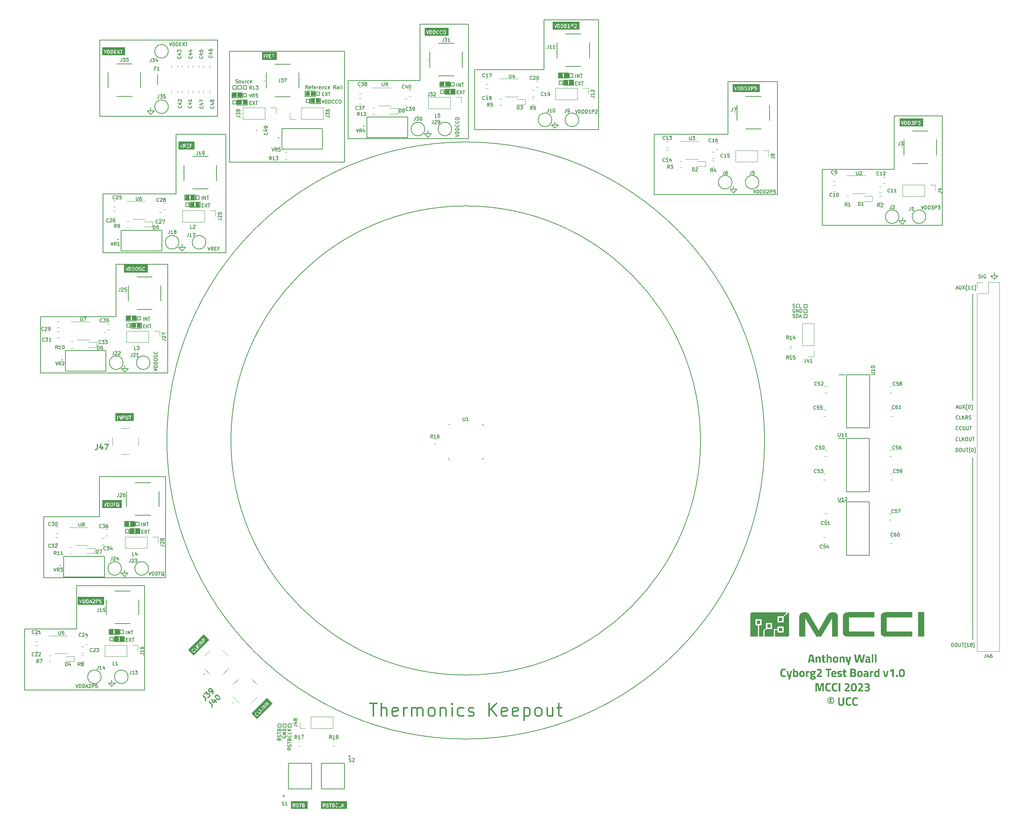
<source format=gbr>
%TF.GenerationSoftware,KiCad,Pcbnew,7.0.1-0*%
%TF.CreationDate,2023-04-17T18:48:32+01:00*%
%TF.ProjectId,cyborg65r2_thermo_pcb,6379626f-7267-4363-9572-325f74686572,rev?*%
%TF.SameCoordinates,Original*%
%TF.FileFunction,Legend,Top*%
%TF.FilePolarity,Positive*%
%FSLAX46Y46*%
G04 Gerber Fmt 4.6, Leading zero omitted, Abs format (unit mm)*
G04 Created by KiCad (PCBNEW 7.0.1-0) date 2023-04-17 18:48:32*
%MOMM*%
%LPD*%
G01*
G04 APERTURE LIST*
%ADD10C,0.150000*%
%ADD11C,0.000000*%
%ADD12C,0.300000*%
%ADD13C,0.254000*%
%ADD14C,0.100000*%
%ADD15C,0.200000*%
%ADD16C,0.120000*%
%ADD17C,0.250000*%
G04 APERTURE END LIST*
D10*
X125615000Y-101190000D02*
X125615000Y-113490000D01*
X151395000Y-70700000D02*
X139695000Y-70700000D01*
X196875000Y-44935000D02*
X196875000Y-58160000D01*
X179975000Y-58165000D02*
X196875000Y-58165000D01*
X179975000Y-58445000D02*
X179975000Y-58165000D01*
X179975000Y-71735000D02*
X179975000Y-58445000D01*
X225920000Y-55590000D02*
X225920000Y-43940000D01*
X209635000Y-55590000D02*
X225920000Y-55590000D01*
X251685000Y-72565000D02*
X251685000Y-84865000D01*
X307890000Y-78950000D02*
X291040000Y-78950000D01*
X307890000Y-66400000D02*
X307890000Y-78950000D01*
X202875000Y-58635000D02*
X203675000Y-58635000D01*
X203675000Y-59435000D01*
X202875000Y-59435000D01*
X202875000Y-58635000D01*
G36*
X202875000Y-58635000D02*
G01*
X203675000Y-58635000D01*
X203675000Y-59435000D01*
X202875000Y-59435000D01*
X202875000Y-58635000D01*
G37*
X139695000Y-84700000D02*
X139695000Y-70700000D01*
X172335000Y-61820000D02*
X169935000Y-61820000D01*
X204075000Y-58635000D02*
X204875000Y-58635000D01*
X204875000Y-59435000D01*
X204075000Y-59435000D01*
X204075000Y-58635000D01*
X129045000Y-161685000D02*
X129845000Y-161685000D01*
X129845000Y-162485000D01*
X129045000Y-162485000D01*
X129045000Y-161685000D01*
G36*
X129045000Y-161685000D02*
G01*
X129845000Y-161685000D01*
X129845000Y-162485000D01*
X129045000Y-162485000D01*
X129045000Y-161685000D01*
G37*
X127715000Y-126490000D02*
X126915000Y-125690000D01*
X286730000Y-112981199D02*
X287530000Y-112981199D01*
X287530000Y-113781199D01*
X286730000Y-113781199D01*
X286730000Y-112981199D01*
X126605000Y-187015000D02*
X127405000Y-187015000D01*
X127405000Y-187815000D01*
X126605000Y-187815000D01*
X126605000Y-187015000D01*
X131245000Y-163185000D02*
X131245000Y-164385000D01*
X331365000Y-103910000D02*
X332165000Y-103910000D01*
X230635000Y-56540000D02*
X231435000Y-56540000D01*
X231435000Y-57340000D01*
X230635000Y-57340000D01*
X230635000Y-56540000D01*
G36*
X230635000Y-56540000D02*
G01*
X231435000Y-56540000D01*
X231435000Y-57340000D01*
X230635000Y-57340000D01*
X230635000Y-56540000D01*
G37*
X143145000Y-85150000D02*
X143945000Y-85150000D01*
X143945000Y-85950000D01*
X143145000Y-85950000D01*
X143145000Y-85150000D01*
G36*
X143145000Y-85150000D02*
G01*
X143945000Y-85150000D01*
X143945000Y-85950000D01*
X143145000Y-85950000D01*
X143145000Y-85150000D01*
G37*
X145345000Y-87850000D02*
X142945000Y-87850000D01*
X107915000Y-113490000D02*
X125615000Y-113490000D01*
D11*
G36*
X278963210Y-186410747D02*
G01*
X278174834Y-186410747D01*
X278174834Y-185622371D01*
X278963210Y-185622371D01*
X278963210Y-186410747D01*
G37*
D10*
X141945000Y-85150000D02*
X142745000Y-85150000D01*
X142745000Y-85950000D01*
X141945000Y-85950000D01*
X141945000Y-85150000D01*
G36*
X141945000Y-85150000D02*
G01*
X142745000Y-85150000D01*
X142745000Y-85950000D01*
X141945000Y-85950000D01*
X141945000Y-85150000D01*
G37*
X201475000Y-58435000D02*
X203875000Y-58435000D01*
X126845000Y-173635000D02*
X127645000Y-173635000D01*
X309840000Y-91000000D02*
X310640000Y-91000000D01*
X153010000Y-61170000D02*
X153810000Y-61170000D01*
X153810000Y-61970000D01*
X153010000Y-61970000D01*
X153010000Y-61170000D01*
G36*
X153010000Y-61170000D02*
G01*
X153810000Y-61170000D01*
X153810000Y-61970000D01*
X153010000Y-61970000D01*
X153010000Y-61170000D01*
G37*
X127845000Y-161685000D02*
X128645000Y-161685000D01*
X128645000Y-162485000D01*
X127845000Y-162485000D01*
X127845000Y-161685000D01*
G36*
X127845000Y-161685000D02*
G01*
X128645000Y-161685000D01*
X128645000Y-162485000D01*
X127845000Y-162485000D01*
X127845000Y-161685000D01*
G37*
X124205000Y-187015000D02*
X125005000Y-187015000D01*
X125005000Y-187815000D01*
X124205000Y-187815000D01*
X124205000Y-187015000D01*
G36*
X124205000Y-187015000D02*
G01*
X125005000Y-187015000D01*
X125005000Y-187815000D01*
X124205000Y-187815000D01*
X124205000Y-187015000D01*
G37*
X131615000Y-114990000D02*
X131615000Y-116190000D01*
X127645000Y-174435000D02*
X126845000Y-173635000D01*
X196875000Y-44935000D02*
X208175000Y-44935000D01*
X129415000Y-115190000D02*
X130215000Y-115190000D01*
X130215000Y-115990000D01*
X129415000Y-115990000D01*
X129415000Y-115190000D01*
G36*
X129415000Y-115190000D02*
G01*
X130215000Y-115190000D01*
X130215000Y-115990000D01*
X129415000Y-115990000D01*
X129415000Y-115190000D01*
G37*
X132505000Y-66515000D02*
X149405000Y-66515000D01*
X125205000Y-188515000D02*
X127605000Y-188515000D01*
X173535000Y-63520000D02*
X171135000Y-63520000D01*
X307890000Y-66400000D02*
X319190000Y-66400000D01*
X128845000Y-163185000D02*
X131245000Y-163185000D01*
X140295000Y-97250000D02*
X141095000Y-97250000D01*
X149405000Y-48665000D02*
X149405000Y-66515000D01*
X270285000Y-83615000D02*
X271085000Y-83615000D01*
X131245000Y-164385000D02*
X128845000Y-164385000D01*
X128215000Y-115190000D02*
X129015000Y-115190000D01*
X129015000Y-115990000D01*
X128215000Y-115990000D01*
X128215000Y-115190000D01*
X179185000Y-51295000D02*
X152260000Y-51295000D01*
X144345000Y-85150000D02*
X145145000Y-85150000D01*
X145145000Y-85950000D01*
X144345000Y-85950000D01*
X144345000Y-85150000D01*
X144145000Y-86150000D02*
X141745000Y-86150000D01*
X271085000Y-83615000D02*
X270285000Y-84415000D01*
X251685000Y-72565000D02*
X251685000Y-70715000D01*
X108745000Y-174735000D02*
X108745000Y-160435000D01*
X326286000Y-146513000D02*
X326286000Y-189185000D01*
X332165000Y-103910000D02*
X331365000Y-104710000D01*
X229435000Y-56540000D02*
X230235000Y-56540000D01*
X230235000Y-57340000D01*
X229435000Y-57340000D01*
X229435000Y-56540000D01*
G36*
X229435000Y-56540000D02*
G01*
X230235000Y-56540000D01*
X230235000Y-57340000D01*
X229435000Y-57340000D01*
X229435000Y-56540000D01*
G37*
X144145000Y-84950000D02*
X144145000Y-86150000D01*
X124005000Y-188015000D02*
X124005000Y-186815000D01*
X125405000Y-188715000D02*
X126205000Y-188715000D01*
X126205000Y-189515000D01*
X125405000Y-189515000D01*
X125405000Y-188715000D01*
G36*
X125405000Y-188715000D02*
G01*
X126205000Y-188715000D01*
X126205000Y-189515000D01*
X125405000Y-189515000D01*
X125405000Y-188715000D01*
G37*
X129415000Y-113490000D02*
X130215000Y-113490000D01*
X130215000Y-114290000D01*
X129415000Y-114290000D01*
X129415000Y-113490000D01*
G36*
X129415000Y-113490000D02*
G01*
X130215000Y-113490000D01*
X130215000Y-114290000D01*
X129415000Y-114290000D01*
X129415000Y-113490000D01*
G37*
X151395000Y-84300000D02*
X151395000Y-70700000D01*
X280585000Y-84865000D02*
X251685000Y-84865000D01*
X154210000Y-61170000D02*
X155010000Y-61170000D01*
X155010000Y-61970000D01*
X154210000Y-61970000D01*
X154210000Y-61170000D01*
G36*
X154210000Y-61170000D02*
G01*
X155010000Y-61170000D01*
X155010000Y-61970000D01*
X154210000Y-61970000D01*
X154210000Y-61170000D01*
G37*
X319190000Y-92100000D02*
X291040000Y-92100000D01*
X163535000Y-208970000D02*
X164335000Y-208970000D01*
X164335000Y-209770000D01*
X163535000Y-209770000D01*
X163535000Y-208970000D01*
X132325000Y-201000000D02*
X104250000Y-201000000D01*
X232835000Y-59240000D02*
X230435000Y-59240000D01*
X319190000Y-66400000D02*
X319190000Y-92100000D01*
X170135000Y-60820000D02*
X170935000Y-60820000D01*
X170935000Y-61620000D01*
X170135000Y-61620000D01*
X170135000Y-60820000D01*
G36*
X170135000Y-60820000D02*
G01*
X170935000Y-60820000D01*
X170935000Y-61620000D01*
X170135000Y-61620000D01*
X170135000Y-60820000D01*
G37*
X128845000Y-164385000D02*
X128845000Y-163185000D01*
X165935000Y-208970000D02*
X166735000Y-208970000D01*
X166735000Y-209770000D01*
X165935000Y-209770000D01*
X165935000Y-208970000D01*
X309840000Y-90200000D02*
X309840000Y-91000000D01*
X201675000Y-58635000D02*
X202475000Y-58635000D01*
X202475000Y-59435000D01*
X201675000Y-59435000D01*
X201675000Y-58635000D01*
G36*
X201675000Y-58635000D02*
G01*
X202475000Y-58635000D01*
X202475000Y-59435000D01*
X201675000Y-59435000D01*
X201675000Y-58635000D01*
G37*
X152810000Y-62170000D02*
X152810000Y-60970000D01*
D11*
G36*
X281712602Y-187256380D02*
G01*
X280924226Y-187256380D01*
X280924226Y-186468004D01*
X281712602Y-186468004D01*
X281712602Y-187256380D01*
G37*
D10*
X232835000Y-58040000D02*
X232835000Y-59240000D01*
X130245000Y-161685000D02*
X131045000Y-161685000D01*
X131045000Y-162485000D01*
X130245000Y-162485000D01*
X130245000Y-161685000D01*
X280585000Y-58365000D02*
X280585000Y-84865000D01*
X128515000Y-125690000D02*
X127715000Y-126490000D01*
X153010000Y-62870000D02*
X153810000Y-62870000D01*
X153810000Y-63670000D01*
X153010000Y-63670000D01*
X153010000Y-62870000D01*
X104250000Y-186775000D02*
X116425000Y-186775000D01*
X152260000Y-51295000D02*
X152260000Y-77220000D01*
X164735000Y-208970000D02*
X165535000Y-208970000D01*
X165535000Y-209770000D01*
X164735000Y-209770000D01*
X164735000Y-208970000D01*
X309840000Y-91800000D02*
X309040000Y-91000000D01*
X121745000Y-160435000D02*
X121745000Y-150985000D01*
X331365000Y-103110000D02*
X331365000Y-103910000D01*
X107915000Y-126690000D02*
X107915000Y-113490000D01*
X169935000Y-60620000D02*
X172335000Y-60620000D01*
X205075000Y-61335000D02*
X202675000Y-61335000D01*
X205075000Y-60135000D02*
X205075000Y-61335000D01*
X124005000Y-186815000D02*
X126405000Y-186815000D01*
X228435000Y-68540000D02*
X229235000Y-68540000D01*
X137715000Y-126690000D02*
X107915000Y-126690000D01*
X121745000Y-150985000D02*
X137245000Y-150985000D01*
X227635000Y-68540000D02*
X228435000Y-68540000D01*
X198675000Y-71385000D02*
X197875000Y-70585000D01*
X270285000Y-82815000D02*
X270285000Y-83615000D01*
X127715000Y-124890000D02*
X127715000Y-125690000D01*
X155410000Y-61170000D02*
X156210000Y-61170000D01*
X156210000Y-61970000D01*
X155410000Y-61970000D01*
X155410000Y-61170000D01*
X312077881Y-183912915D02*
X306291153Y-183912915D01*
X306278448Y-183913118D01*
X306266144Y-183913726D01*
X306254244Y-183914740D01*
X306242745Y-183916159D01*
X306231649Y-183917984D01*
X306220955Y-183920213D01*
X306210664Y-183922847D01*
X306200776Y-183925886D01*
X306191290Y-183929329D01*
X306182208Y-183933177D01*
X306173528Y-183937429D01*
X306165251Y-183942085D01*
X306157377Y-183947145D01*
X306149906Y-183952608D01*
X306142838Y-183958476D01*
X306136174Y-183964746D01*
X306129912Y-183971421D01*
X306124055Y-183978498D01*
X306118600Y-183985978D01*
X306113550Y-183993861D01*
X306108902Y-184002147D01*
X306104659Y-184010836D01*
X306100819Y-184019926D01*
X306097384Y-184029420D01*
X306094352Y-184039315D01*
X306091724Y-184049612D01*
X306089500Y-184060311D01*
X306087681Y-184071412D01*
X306086265Y-184082914D01*
X306085254Y-184094817D01*
X306084647Y-184107122D01*
X306084445Y-184119828D01*
X306084445Y-187220000D01*
X306084647Y-187232705D01*
X306085254Y-187245006D01*
X306086265Y-187256904D01*
X306087681Y-187268398D01*
X306089500Y-187279489D01*
X306091724Y-187290177D01*
X306094352Y-187300462D01*
X306097384Y-187310343D01*
X306100819Y-187319821D01*
X306104659Y-187328896D01*
X306108902Y-187337567D01*
X306113550Y-187345835D01*
X306118600Y-187353700D01*
X306124055Y-187361161D01*
X306129912Y-187368219D01*
X306136174Y-187374874D01*
X306142838Y-187381126D01*
X306149906Y-187386974D01*
X306157377Y-187392419D01*
X306165251Y-187397460D01*
X306173528Y-187402098D01*
X306182208Y-187406333D01*
X306191290Y-187410165D01*
X306200776Y-187413593D01*
X306210664Y-187416618D01*
X306220955Y-187419239D01*
X306231649Y-187421458D01*
X306242745Y-187423272D01*
X306254244Y-187424684D01*
X306266144Y-187425692D01*
X306278448Y-187426297D01*
X306291153Y-187426499D01*
X312081392Y-187419471D01*
X312081392Y-188452999D01*
X306084445Y-188459821D01*
X305934263Y-188455783D01*
X305793774Y-188443669D01*
X305662979Y-188423481D01*
X305601216Y-188410359D01*
X305541875Y-188395219D01*
X305484958Y-188378060D01*
X305430464Y-188358883D01*
X305378392Y-188337687D01*
X305328743Y-188314473D01*
X305281517Y-188289242D01*
X305236713Y-188261992D01*
X305194332Y-188232724D01*
X305154373Y-188201438D01*
X305116837Y-188168135D01*
X305081723Y-188132814D01*
X305049031Y-188095475D01*
X305018761Y-188056119D01*
X304990913Y-188014745D01*
X304965487Y-187971353D01*
X304942483Y-187925945D01*
X304921901Y-187878519D01*
X304903740Y-187829076D01*
X304888001Y-187777616D01*
X304874684Y-187724138D01*
X304863788Y-187668644D01*
X304855314Y-187611133D01*
X304849261Y-187551605D01*
X304845629Y-187490060D01*
X304844418Y-187426499D01*
X304844418Y-183912915D01*
X304845629Y-183849354D01*
X304849261Y-183787809D01*
X304855314Y-183728281D01*
X304863788Y-183670770D01*
X304874684Y-183615275D01*
X304888001Y-183561798D01*
X304903740Y-183510338D01*
X304921901Y-183460895D01*
X304942483Y-183413469D01*
X304965487Y-183368060D01*
X304990913Y-183324669D01*
X305018761Y-183283295D01*
X305049031Y-183243939D01*
X305081723Y-183206600D01*
X305116837Y-183171279D01*
X305154373Y-183137975D01*
X305194332Y-183106690D01*
X305236713Y-183077422D01*
X305281517Y-183050172D01*
X305328743Y-183024940D01*
X305378392Y-183001727D01*
X305430464Y-182980531D01*
X305484958Y-182961354D01*
X305541875Y-182944195D01*
X305601216Y-182929055D01*
X305662979Y-182915933D01*
X305727165Y-182904829D01*
X305793774Y-182895745D01*
X305862807Y-182888678D01*
X305934263Y-182883631D01*
X306008142Y-182880603D01*
X306084445Y-182879593D01*
X312077881Y-182879593D01*
X312077881Y-183912915D01*
G36*
X312077881Y-183912915D02*
G01*
X306291153Y-183912915D01*
X306278448Y-183913118D01*
X306266144Y-183913726D01*
X306254244Y-183914740D01*
X306242745Y-183916159D01*
X306231649Y-183917984D01*
X306220955Y-183920213D01*
X306210664Y-183922847D01*
X306200776Y-183925886D01*
X306191290Y-183929329D01*
X306182208Y-183933177D01*
X306173528Y-183937429D01*
X306165251Y-183942085D01*
X306157377Y-183947145D01*
X306149906Y-183952608D01*
X306142838Y-183958476D01*
X306136174Y-183964746D01*
X306129912Y-183971421D01*
X306124055Y-183978498D01*
X306118600Y-183985978D01*
X306113550Y-183993861D01*
X306108902Y-184002147D01*
X306104659Y-184010836D01*
X306100819Y-184019926D01*
X306097384Y-184029420D01*
X306094352Y-184039315D01*
X306091724Y-184049612D01*
X306089500Y-184060311D01*
X306087681Y-184071412D01*
X306086265Y-184082914D01*
X306085254Y-184094817D01*
X306084647Y-184107122D01*
X306084445Y-184119828D01*
X306084445Y-187220000D01*
X306084647Y-187232705D01*
X306085254Y-187245006D01*
X306086265Y-187256904D01*
X306087681Y-187268398D01*
X306089500Y-187279489D01*
X306091724Y-187290177D01*
X306094352Y-187300462D01*
X306097384Y-187310343D01*
X306100819Y-187319821D01*
X306104659Y-187328896D01*
X306108902Y-187337567D01*
X306113550Y-187345835D01*
X306118600Y-187353700D01*
X306124055Y-187361161D01*
X306129912Y-187368219D01*
X306136174Y-187374874D01*
X306142838Y-187381126D01*
X306149906Y-187386974D01*
X306157377Y-187392419D01*
X306165251Y-187397460D01*
X306173528Y-187402098D01*
X306182208Y-187406333D01*
X306191290Y-187410165D01*
X306200776Y-187413593D01*
X306210664Y-187416618D01*
X306220955Y-187419239D01*
X306231649Y-187421458D01*
X306242745Y-187423272D01*
X306254244Y-187424684D01*
X306266144Y-187425692D01*
X306278448Y-187426297D01*
X306291153Y-187426499D01*
X312081392Y-187419471D01*
X312081392Y-188452999D01*
X306084445Y-188459821D01*
X305934263Y-188455783D01*
X305793774Y-188443669D01*
X305662979Y-188423481D01*
X305601216Y-188410359D01*
X305541875Y-188395219D01*
X305484958Y-188378060D01*
X305430464Y-188358883D01*
X305378392Y-188337687D01*
X305328743Y-188314473D01*
X305281517Y-188289242D01*
X305236713Y-188261992D01*
X305194332Y-188232724D01*
X305154373Y-188201438D01*
X305116837Y-188168135D01*
X305081723Y-188132814D01*
X305049031Y-188095475D01*
X305018761Y-188056119D01*
X304990913Y-188014745D01*
X304965487Y-187971353D01*
X304942483Y-187925945D01*
X304921901Y-187878519D01*
X304903740Y-187829076D01*
X304888001Y-187777616D01*
X304874684Y-187724138D01*
X304863788Y-187668644D01*
X304855314Y-187611133D01*
X304849261Y-187551605D01*
X304845629Y-187490060D01*
X304844418Y-187426499D01*
X304844418Y-183912915D01*
X304845629Y-183849354D01*
X304849261Y-183787809D01*
X304855314Y-183728281D01*
X304863788Y-183670770D01*
X304874684Y-183615275D01*
X304888001Y-183561798D01*
X304903740Y-183510338D01*
X304921901Y-183460895D01*
X304942483Y-183413469D01*
X304965487Y-183368060D01*
X304990913Y-183324669D01*
X305018761Y-183283295D01*
X305049031Y-183243939D01*
X305081723Y-183206600D01*
X305116837Y-183171279D01*
X305154373Y-183137975D01*
X305194332Y-183106690D01*
X305236713Y-183077422D01*
X305281517Y-183050172D01*
X305328743Y-183024940D01*
X305378392Y-183001727D01*
X305430464Y-182980531D01*
X305484958Y-182961354D01*
X305541875Y-182944195D01*
X305601216Y-182929055D01*
X305662979Y-182915933D01*
X305727165Y-182904829D01*
X305793774Y-182895745D01*
X305862807Y-182888678D01*
X305934263Y-182883631D01*
X306008142Y-182880603D01*
X306084445Y-182879593D01*
X312077881Y-182879593D01*
X312077881Y-183912915D01*
G37*
X228435000Y-67740000D02*
X228435000Y-68540000D01*
X151395000Y-70700000D02*
X151395000Y-98500000D01*
X172335000Y-60620000D02*
X172335000Y-61820000D01*
X199475000Y-70585000D02*
X198675000Y-71385000D01*
X309040000Y-91000000D02*
X309840000Y-91000000D01*
X126405000Y-186815000D02*
X126405000Y-188015000D01*
X151395000Y-98500000D02*
X122595000Y-98500000D01*
X230635000Y-58240000D02*
X231435000Y-58240000D01*
X231435000Y-59040000D01*
X230635000Y-59040000D01*
X230635000Y-58240000D01*
G36*
X230635000Y-58240000D02*
G01*
X231435000Y-58240000D01*
X231435000Y-59040000D01*
X230635000Y-59040000D01*
X230635000Y-58240000D01*
G37*
X201475000Y-59635000D02*
X201475000Y-58435000D01*
X281836626Y-183662594D02*
X280500893Y-183662594D01*
X280500893Y-185297636D01*
X282135936Y-185297636D01*
X282135936Y-183961698D01*
X283216800Y-182881040D01*
X283216800Y-188059844D01*
X283216278Y-188080509D01*
X283214730Y-188100901D01*
X283212182Y-188120994D01*
X283208657Y-188140763D01*
X283204181Y-188160184D01*
X283198780Y-188179232D01*
X283192477Y-188197880D01*
X283185300Y-188216104D01*
X283177271Y-188233880D01*
X283168417Y-188251181D01*
X283158763Y-188267983D01*
X283148334Y-188284260D01*
X283137154Y-188299989D01*
X283125249Y-188315142D01*
X283112645Y-188329696D01*
X283099365Y-188343626D01*
X283085436Y-188356905D01*
X283070881Y-188369510D01*
X283055728Y-188381415D01*
X283040000Y-188392595D01*
X283023722Y-188403024D01*
X283006920Y-188412678D01*
X282989619Y-188421532D01*
X282971844Y-188429561D01*
X282953619Y-188436739D01*
X282934971Y-188443041D01*
X282915924Y-188448442D01*
X282896503Y-188452918D01*
X282876733Y-188456443D01*
X282856640Y-188458992D01*
X282836249Y-188460539D01*
X282815583Y-188461061D01*
X280082935Y-188461061D01*
X280082935Y-187074066D01*
X280500893Y-187074066D01*
X280500893Y-187679713D01*
X282135936Y-187679713D01*
X282135936Y-186044671D01*
X280500893Y-186044671D01*
X280500893Y-186650732D01*
X279659601Y-186650732D01*
X279659601Y-188461061D01*
X277660964Y-188461061D01*
X277660964Y-187224341D01*
X278050811Y-186834080D01*
X279386542Y-186834080D01*
X279386542Y-185199038D01*
X277751501Y-185199038D01*
X277751501Y-186534770D01*
X277237630Y-187048641D01*
X277237630Y-188461061D01*
X276320684Y-188461061D01*
X276320684Y-185975011D01*
X276926331Y-185975011D01*
X276926331Y-184339969D01*
X275291289Y-184339969D01*
X275291289Y-185975011D01*
X275897350Y-185975011D01*
X275897350Y-188461061D01*
X274329901Y-188461061D01*
X274329901Y-183282669D01*
X274330424Y-183262003D01*
X274331975Y-183241608D01*
X274334529Y-183221509D01*
X274338061Y-183201732D01*
X274342546Y-183182302D01*
X274347959Y-183163244D01*
X274354274Y-183144583D01*
X274361466Y-183126345D01*
X274369509Y-183108554D01*
X274378379Y-183091237D01*
X274388051Y-183074418D01*
X274398498Y-183058123D01*
X274409696Y-183042376D01*
X274421620Y-183027203D01*
X274434243Y-183012630D01*
X274447542Y-182998681D01*
X274461491Y-182985383D01*
X274476064Y-182972759D01*
X274491237Y-182960835D01*
X274506984Y-182949637D01*
X274523279Y-182939190D01*
X274540098Y-182929518D01*
X274557415Y-182920648D01*
X274575206Y-182912605D01*
X274593444Y-182905413D01*
X274612105Y-182899098D01*
X274631163Y-182893686D01*
X274650593Y-182889201D01*
X274670370Y-182885668D01*
X274690469Y-182883114D01*
X274710864Y-182881563D01*
X274731530Y-182881040D01*
X282618180Y-182881040D01*
X281836626Y-183662594D01*
G36*
X281836626Y-183662594D02*
G01*
X280500893Y-183662594D01*
X280500893Y-185297636D01*
X282135936Y-185297636D01*
X282135936Y-183961698D01*
X283216800Y-182881040D01*
X283216800Y-188059844D01*
X283216278Y-188080509D01*
X283214730Y-188100901D01*
X283212182Y-188120994D01*
X283208657Y-188140763D01*
X283204181Y-188160184D01*
X283198780Y-188179232D01*
X283192477Y-188197880D01*
X283185300Y-188216104D01*
X283177271Y-188233880D01*
X283168417Y-188251181D01*
X283158763Y-188267983D01*
X283148334Y-188284260D01*
X283137154Y-188299989D01*
X283125249Y-188315142D01*
X283112645Y-188329696D01*
X283099365Y-188343626D01*
X283085436Y-188356905D01*
X283070881Y-188369510D01*
X283055728Y-188381415D01*
X283040000Y-188392595D01*
X283023722Y-188403024D01*
X283006920Y-188412678D01*
X282989619Y-188421532D01*
X282971844Y-188429561D01*
X282953619Y-188436739D01*
X282934971Y-188443041D01*
X282915924Y-188448442D01*
X282896503Y-188452918D01*
X282876733Y-188456443D01*
X282856640Y-188458992D01*
X282836249Y-188460539D01*
X282815583Y-188461061D01*
X280082935Y-188461061D01*
X280082935Y-187074066D01*
X280500893Y-187074066D01*
X280500893Y-187679713D01*
X282135936Y-187679713D01*
X282135936Y-186044671D01*
X280500893Y-186044671D01*
X280500893Y-186650732D01*
X279659601Y-186650732D01*
X279659601Y-188461061D01*
X277660964Y-188461061D01*
X277660964Y-187224341D01*
X278050811Y-186834080D01*
X279386542Y-186834080D01*
X279386542Y-185199038D01*
X277751501Y-185199038D01*
X277751501Y-186534770D01*
X277237630Y-187048641D01*
X277237630Y-188461061D01*
X276320684Y-188461061D01*
X276320684Y-185975011D01*
X276926331Y-185975011D01*
X276926331Y-184339969D01*
X275291289Y-184339969D01*
X275291289Y-185975011D01*
X275897350Y-185975011D01*
X275897350Y-188461061D01*
X274329901Y-188461061D01*
X274329901Y-183282669D01*
X274330424Y-183262003D01*
X274331975Y-183241608D01*
X274334529Y-183221509D01*
X274338061Y-183201732D01*
X274342546Y-183182302D01*
X274347959Y-183163244D01*
X274354274Y-183144583D01*
X274361466Y-183126345D01*
X274369509Y-183108554D01*
X274378379Y-183091237D01*
X274388051Y-183074418D01*
X274398498Y-183058123D01*
X274409696Y-183042376D01*
X274421620Y-183027203D01*
X274434243Y-183012630D01*
X274447542Y-182998681D01*
X274461491Y-182985383D01*
X274476064Y-182972759D01*
X274491237Y-182960835D01*
X274506984Y-182949637D01*
X274523279Y-182939190D01*
X274540098Y-182929518D01*
X274557415Y-182920648D01*
X274575206Y-182912605D01*
X274593444Y-182905413D01*
X274612105Y-182899098D01*
X274631163Y-182893686D01*
X274650593Y-182889201D01*
X274670370Y-182885668D01*
X274690469Y-182883114D01*
X274710864Y-182881563D01*
X274731530Y-182881040D01*
X282618180Y-182881040D01*
X281836626Y-183662594D01*
G37*
X310640000Y-91000000D02*
X309840000Y-91800000D01*
X124650000Y-198630000D02*
X124650000Y-199430000D01*
X127645000Y-162685000D02*
X127645000Y-161485000D01*
X128445000Y-173635000D02*
X127645000Y-174435000D01*
X130415000Y-113290000D02*
X130415000Y-114490000D01*
X154210000Y-59320000D02*
X155010000Y-59320000D01*
X155010000Y-60120000D01*
X154210000Y-60120000D01*
X154210000Y-59320000D01*
X141095000Y-98050000D02*
X140295000Y-97250000D01*
X270285000Y-84415000D02*
X269485000Y-83615000D01*
X172535000Y-62520000D02*
X173335000Y-62520000D01*
X173335000Y-63320000D01*
X172535000Y-63320000D01*
X172535000Y-62520000D01*
G36*
X172535000Y-62520000D02*
G01*
X173335000Y-62520000D01*
X173335000Y-63320000D01*
X172535000Y-63320000D01*
X172535000Y-62520000D01*
G37*
X225920000Y-43940000D02*
X238685000Y-43940000D01*
X231835000Y-56540000D02*
X232635000Y-56540000D01*
X232635000Y-57340000D01*
X231835000Y-57340000D01*
X231835000Y-56540000D01*
X156410000Y-62670000D02*
X156410000Y-63870000D01*
X286730000Y-111781199D02*
X287530000Y-111781199D01*
X287530000Y-112581199D01*
X286730000Y-112581199D01*
X286730000Y-111781199D01*
X201675000Y-60335000D02*
X202475000Y-60335000D01*
X202475000Y-61135000D01*
X201675000Y-61135000D01*
X201675000Y-60335000D01*
X125615000Y-101190000D02*
X137715000Y-101190000D01*
X229235000Y-68540000D02*
X228435000Y-69340000D01*
X268985000Y-58365000D02*
X280585000Y-58365000D01*
X263735000Y-84865000D02*
X280585000Y-84865000D01*
X130615000Y-115190000D02*
X131415000Y-115190000D01*
X131415000Y-115990000D01*
X130615000Y-115990000D01*
X130615000Y-115190000D01*
G36*
X130615000Y-115190000D02*
G01*
X131415000Y-115190000D01*
X131415000Y-115990000D01*
X130615000Y-115990000D01*
X130615000Y-115190000D01*
G37*
X137715000Y-101190000D02*
X137715000Y-126690000D01*
X152260000Y-77220000D02*
X179185000Y-77220000D01*
X116425000Y-176550000D02*
X132325000Y-176550000D01*
X133005000Y-65265000D02*
X133805000Y-65265000D01*
X110745000Y-174735000D02*
X108745000Y-174735000D01*
X127715000Y-125690000D02*
X128515000Y-125690000D01*
X231635000Y-57540000D02*
X229235000Y-57540000D01*
X124205000Y-188715000D02*
X125005000Y-188715000D01*
X125005000Y-189515000D01*
X124205000Y-189515000D01*
X124205000Y-188715000D01*
X128015000Y-114490000D02*
X128015000Y-113290000D01*
X126605000Y-188715000D02*
X127405000Y-188715000D01*
X127405000Y-189515000D01*
X126605000Y-189515000D01*
X126605000Y-188715000D01*
G36*
X126605000Y-188715000D02*
G01*
X127405000Y-188715000D01*
X127405000Y-189515000D01*
X126605000Y-189515000D01*
X126605000Y-188715000D01*
G37*
X126405000Y-188015000D02*
X124005000Y-188015000D01*
X132325000Y-176550000D02*
X132325000Y-200300000D01*
X127605000Y-188515000D02*
X127605000Y-189715000D01*
X104250000Y-201000000D02*
X104250000Y-186775000D01*
X202675000Y-60135000D02*
X205075000Y-60135000D01*
X141745000Y-86150000D02*
X141745000Y-84950000D01*
X142945000Y-86650000D02*
X145345000Y-86650000D01*
X198675000Y-70585000D02*
X199475000Y-70585000D01*
X137245000Y-150985000D02*
X137245000Y-174735000D01*
X130245000Y-163385000D02*
X131045000Y-163385000D01*
X131045000Y-164185000D01*
X130245000Y-164185000D01*
X130245000Y-163385000D01*
G36*
X130245000Y-163385000D02*
G01*
X131045000Y-163385000D01*
X131045000Y-164185000D01*
X130245000Y-164185000D01*
X130245000Y-163385000D01*
G37*
X154010000Y-62670000D02*
X156410000Y-62670000D01*
X169935000Y-61820000D02*
X169935000Y-60620000D01*
X124650000Y-200230000D02*
X123850000Y-199430000D01*
X127645000Y-161485000D02*
X130045000Y-161485000D01*
X132325000Y-200275000D02*
X132325000Y-201000000D01*
X122595000Y-84700000D02*
X139695000Y-84700000D01*
X331365000Y-104710000D02*
X330565000Y-103910000D01*
X127645000Y-172835000D02*
X127645000Y-173635000D01*
X116425000Y-186775000D02*
X116425000Y-176550000D01*
X130045000Y-162685000D02*
X127645000Y-162685000D01*
X286730000Y-110581199D02*
X287530000Y-110581199D01*
X287530000Y-111381199D01*
X286730000Y-111381199D01*
X286730000Y-110581199D01*
X127845000Y-163385000D02*
X128645000Y-163385000D01*
X128645000Y-164185000D01*
X127845000Y-164185000D01*
X127845000Y-163385000D01*
X293570573Y-182883838D02*
X293708894Y-182895951D01*
X293837859Y-182916138D01*
X293898833Y-182929259D01*
X293957468Y-182944399D01*
X294013763Y-182961556D01*
X294067719Y-182980732D01*
X294119335Y-183001925D01*
X294168612Y-183025136D01*
X294215549Y-183050365D01*
X294260146Y-183077611D01*
X294302404Y-183106875D01*
X294342321Y-183138156D01*
X294379899Y-183171454D01*
X294415136Y-183206770D01*
X294448034Y-183244102D01*
X294478591Y-183283451D01*
X294506808Y-183324817D01*
X294532685Y-183368200D01*
X294556221Y-183413599D01*
X294577417Y-183461014D01*
X294596272Y-183510446D01*
X294612786Y-183561894D01*
X294626960Y-183615358D01*
X294638793Y-183670838D01*
X294648285Y-183728334D01*
X294655436Y-183787845D01*
X294660246Y-183849372D01*
X294662715Y-183912915D01*
X294662715Y-188460027D01*
X293422895Y-188460027D01*
X293422895Y-183912915D01*
X290735927Y-188460027D01*
X289702605Y-188460027D01*
X287016050Y-183912915D01*
X287016050Y-188460027D01*
X285775816Y-188460027D01*
X285775816Y-183912915D01*
X285777026Y-183849372D01*
X285780658Y-183787845D01*
X285786711Y-183728334D01*
X285795186Y-183670838D01*
X285806082Y-183615358D01*
X285819400Y-183561894D01*
X285835140Y-183510446D01*
X285853301Y-183461014D01*
X285873885Y-183413599D01*
X285896891Y-183368200D01*
X285922319Y-183324817D01*
X285950169Y-183283451D01*
X285980442Y-183244102D01*
X286013138Y-183206770D01*
X286048256Y-183171454D01*
X286085797Y-183138156D01*
X286125761Y-183106875D01*
X286168148Y-183077611D01*
X286212958Y-183050365D01*
X286260192Y-183025136D01*
X286309848Y-183001925D01*
X286361929Y-182980732D01*
X286416433Y-182961556D01*
X286473360Y-182944399D01*
X286532712Y-182929259D01*
X286594487Y-182916138D01*
X286658687Y-182905035D01*
X286725311Y-182895951D01*
X286794359Y-182888885D01*
X286865831Y-182883838D01*
X286939728Y-182880809D01*
X287016050Y-182879800D01*
X287092685Y-182882220D01*
X287167716Y-182889481D01*
X287241141Y-182901583D01*
X287312960Y-182918528D01*
X287383172Y-182940317D01*
X287451776Y-182966949D01*
X287518771Y-182998427D01*
X287584155Y-183034752D01*
X287647929Y-183075923D01*
X287710091Y-183121942D01*
X287770640Y-183172811D01*
X287829576Y-183228529D01*
X287886897Y-183289097D01*
X287942603Y-183354518D01*
X287996693Y-183424791D01*
X288049165Y-183499917D01*
X290219162Y-187220000D01*
X292389572Y-183499917D01*
X292442008Y-183424791D01*
X292496067Y-183354518D01*
X292551747Y-183289097D01*
X292609049Y-183228529D01*
X292667970Y-183172811D01*
X292728512Y-183121942D01*
X292790674Y-183075923D01*
X292854454Y-183034752D01*
X292886950Y-183015984D01*
X292919852Y-182998427D01*
X292953157Y-182982083D01*
X292986867Y-182966949D01*
X293020981Y-182953027D01*
X293055500Y-182940317D01*
X293090422Y-182928817D01*
X293125749Y-182918528D01*
X293161479Y-182909450D01*
X293197613Y-182901583D01*
X293234151Y-182894927D01*
X293271093Y-182889481D01*
X293308438Y-182885245D01*
X293346187Y-182882220D01*
X293422895Y-182879800D01*
X293570573Y-182883838D01*
G36*
X293570573Y-182883838D02*
G01*
X293708894Y-182895951D01*
X293837859Y-182916138D01*
X293898833Y-182929259D01*
X293957468Y-182944399D01*
X294013763Y-182961556D01*
X294067719Y-182980732D01*
X294119335Y-183001925D01*
X294168612Y-183025136D01*
X294215549Y-183050365D01*
X294260146Y-183077611D01*
X294302404Y-183106875D01*
X294342321Y-183138156D01*
X294379899Y-183171454D01*
X294415136Y-183206770D01*
X294448034Y-183244102D01*
X294478591Y-183283451D01*
X294506808Y-183324817D01*
X294532685Y-183368200D01*
X294556221Y-183413599D01*
X294577417Y-183461014D01*
X294596272Y-183510446D01*
X294612786Y-183561894D01*
X294626960Y-183615358D01*
X294638793Y-183670838D01*
X294648285Y-183728334D01*
X294655436Y-183787845D01*
X294660246Y-183849372D01*
X294662715Y-183912915D01*
X294662715Y-188460027D01*
X293422895Y-188460027D01*
X293422895Y-183912915D01*
X290735927Y-188460027D01*
X289702605Y-188460027D01*
X287016050Y-183912915D01*
X287016050Y-188460027D01*
X285775816Y-188460027D01*
X285775816Y-183912915D01*
X285777026Y-183849372D01*
X285780658Y-183787845D01*
X285786711Y-183728334D01*
X285795186Y-183670838D01*
X285806082Y-183615358D01*
X285819400Y-183561894D01*
X285835140Y-183510446D01*
X285853301Y-183461014D01*
X285873885Y-183413599D01*
X285896891Y-183368200D01*
X285922319Y-183324817D01*
X285950169Y-183283451D01*
X285980442Y-183244102D01*
X286013138Y-183206770D01*
X286048256Y-183171454D01*
X286085797Y-183138156D01*
X286125761Y-183106875D01*
X286168148Y-183077611D01*
X286212958Y-183050365D01*
X286260192Y-183025136D01*
X286309848Y-183001925D01*
X286361929Y-182980732D01*
X286416433Y-182961556D01*
X286473360Y-182944399D01*
X286532712Y-182929259D01*
X286594487Y-182916138D01*
X286658687Y-182905035D01*
X286725311Y-182895951D01*
X286794359Y-182888885D01*
X286865831Y-182883838D01*
X286939728Y-182880809D01*
X287016050Y-182879800D01*
X287092685Y-182882220D01*
X287167716Y-182889481D01*
X287241141Y-182901583D01*
X287312960Y-182918528D01*
X287383172Y-182940317D01*
X287451776Y-182966949D01*
X287518771Y-182998427D01*
X287584155Y-183034752D01*
X287647929Y-183075923D01*
X287710091Y-183121942D01*
X287770640Y-183172811D01*
X287829576Y-183228529D01*
X287886897Y-183289097D01*
X287942603Y-183354518D01*
X287996693Y-183424791D01*
X288049165Y-183499917D01*
X290219162Y-187220000D01*
X292389572Y-183499917D01*
X292442008Y-183424791D01*
X292496067Y-183354518D01*
X292551747Y-183289097D01*
X292609049Y-183228529D01*
X292667970Y-183172811D01*
X292728512Y-183121942D01*
X292790674Y-183075923D01*
X292854454Y-183034752D01*
X292886950Y-183015984D01*
X292919852Y-182998427D01*
X292953157Y-182982083D01*
X292986867Y-182966949D01*
X293020981Y-182953027D01*
X293055500Y-182940317D01*
X293090422Y-182928817D01*
X293125749Y-182918528D01*
X293161479Y-182909450D01*
X293197613Y-182901583D01*
X293234151Y-182894927D01*
X293271093Y-182889481D01*
X293308438Y-182885245D01*
X293346187Y-182882220D01*
X293422895Y-182879800D01*
X293570573Y-182883838D01*
G37*
X153010000Y-59320000D02*
X153810000Y-59320000D01*
X153810000Y-60120000D01*
X153010000Y-60120000D01*
X153010000Y-59320000D01*
X141745000Y-84950000D02*
X144145000Y-84950000D01*
X172535000Y-60820000D02*
X173335000Y-60820000D01*
X173335000Y-61620000D01*
X172535000Y-61620000D01*
X172535000Y-60820000D01*
X171335000Y-62520000D02*
X172135000Y-62520000D01*
X172135000Y-63320000D01*
X171335000Y-63320000D01*
X171335000Y-62520000D01*
G36*
X171335000Y-62520000D02*
G01*
X172135000Y-62520000D01*
X172135000Y-63320000D01*
X171335000Y-63320000D01*
X171335000Y-62520000D01*
G37*
X149405000Y-66515000D02*
X121805000Y-66515000D01*
X171135000Y-63520000D02*
X171135000Y-62320000D01*
X108745000Y-160435000D02*
X121745000Y-160435000D01*
X228435000Y-69340000D02*
X227635000Y-68540000D01*
X133805000Y-64465000D02*
X133805000Y-65265000D01*
X179975000Y-71735000D02*
X208175000Y-71735000D01*
X133805000Y-66065000D02*
X133005000Y-65265000D01*
X129215000Y-114990000D02*
X131615000Y-114990000D01*
X133805000Y-65265000D02*
X134605000Y-65265000D01*
X155410000Y-62870000D02*
X156210000Y-62870000D01*
X156210000Y-63670000D01*
X155410000Y-63670000D01*
X155410000Y-62870000D01*
G36*
X155410000Y-62870000D02*
G01*
X156210000Y-62870000D01*
X156210000Y-63670000D01*
X155410000Y-63670000D01*
X155410000Y-62870000D01*
G37*
X126915000Y-125690000D02*
X127715000Y-125690000D01*
X123850000Y-199430000D02*
X124650000Y-199430000D01*
X171335000Y-60820000D02*
X172135000Y-60820000D01*
X172135000Y-61620000D01*
X171335000Y-61620000D01*
X171335000Y-60820000D01*
G36*
X171335000Y-60820000D02*
G01*
X172135000Y-60820000D01*
X172135000Y-61620000D01*
X171335000Y-61620000D01*
X171335000Y-60820000D01*
G37*
X197875000Y-70585000D02*
X198675000Y-70585000D01*
X229435000Y-58240000D02*
X230235000Y-58240000D01*
X230235000Y-59040000D01*
X229435000Y-59040000D01*
X229435000Y-58240000D01*
X155210000Y-62170000D02*
X152810000Y-62170000D01*
X141895000Y-97250000D02*
X141095000Y-98050000D01*
X208175000Y-44935000D02*
X208175000Y-71735000D01*
X191875000Y-71735000D02*
X208175000Y-71735000D01*
X142945000Y-87850000D02*
X142945000Y-86650000D01*
X127645000Y-173635000D02*
X128445000Y-173635000D01*
X137245000Y-174735000D02*
X110745000Y-174735000D01*
X326290000Y-108135000D02*
X326290000Y-133135000D01*
X303223640Y-183912915D02*
X297436706Y-183912915D01*
X297424019Y-183913118D01*
X297411732Y-183913726D01*
X297399845Y-183914740D01*
X297388358Y-183916159D01*
X297377272Y-183917984D01*
X297366586Y-183920213D01*
X297356301Y-183922847D01*
X297346417Y-183925886D01*
X297336935Y-183929329D01*
X297327853Y-183933177D01*
X297319174Y-183937429D01*
X297310896Y-183942085D01*
X297303020Y-183947145D01*
X297295546Y-183952608D01*
X297288475Y-183958476D01*
X297281806Y-183964746D01*
X297275539Y-183971421D01*
X297269676Y-183978498D01*
X297264216Y-183985978D01*
X297259159Y-183993861D01*
X297254505Y-184002147D01*
X297250256Y-184010836D01*
X297246410Y-184019926D01*
X297242968Y-184029420D01*
X297239930Y-184039315D01*
X297237297Y-184049612D01*
X297235068Y-184060311D01*
X297233244Y-184071412D01*
X297231825Y-184082914D01*
X297230811Y-184094817D01*
X297230203Y-184107122D01*
X297230000Y-184119828D01*
X297230000Y-187220000D01*
X297230203Y-187232705D01*
X297230811Y-187245006D01*
X297231825Y-187256904D01*
X297233244Y-187268398D01*
X297235068Y-187279489D01*
X297237297Y-187290177D01*
X297239930Y-187300462D01*
X297242968Y-187310343D01*
X297246410Y-187319821D01*
X297250256Y-187328896D01*
X297254505Y-187337567D01*
X297259159Y-187345835D01*
X297264216Y-187353700D01*
X297269676Y-187361161D01*
X297275539Y-187368219D01*
X297281806Y-187374874D01*
X297288475Y-187381126D01*
X297295546Y-187386974D01*
X297303020Y-187392419D01*
X297310896Y-187397460D01*
X297319174Y-187402098D01*
X297327853Y-187406333D01*
X297336935Y-187410165D01*
X297346417Y-187413593D01*
X297356301Y-187416618D01*
X297366586Y-187419239D01*
X297377272Y-187421458D01*
X297388358Y-187423272D01*
X297399845Y-187424684D01*
X297411732Y-187425692D01*
X297424019Y-187426297D01*
X297436706Y-187426499D01*
X303226947Y-187419471D01*
X303226947Y-188452999D01*
X297230000Y-188459821D01*
X297079852Y-188455783D01*
X296939389Y-188443669D01*
X296808610Y-188423481D01*
X296746853Y-188410359D01*
X296687517Y-188395219D01*
X296630603Y-188378060D01*
X296576110Y-188358883D01*
X296524038Y-188337687D01*
X296474388Y-188314473D01*
X296427160Y-188289242D01*
X296382353Y-188261992D01*
X296339968Y-188232724D01*
X296300005Y-188201438D01*
X296262463Y-188168135D01*
X296227343Y-188132814D01*
X296194645Y-188095475D01*
X296164369Y-188056119D01*
X296136514Y-188014745D01*
X296111082Y-187971353D01*
X296088071Y-187925945D01*
X296067483Y-187878519D01*
X296049316Y-187829076D01*
X296033572Y-187777616D01*
X296020250Y-187724138D01*
X296009349Y-187668644D01*
X296000871Y-187611133D01*
X295994816Y-187551605D01*
X295991182Y-187490060D01*
X295989971Y-187426499D01*
X295989971Y-183912915D01*
X295991182Y-183849354D01*
X295994816Y-183787809D01*
X296000871Y-183728281D01*
X296009349Y-183670770D01*
X296020250Y-183615275D01*
X296033572Y-183561798D01*
X296049316Y-183510338D01*
X296067483Y-183460895D01*
X296088071Y-183413469D01*
X296111082Y-183368060D01*
X296136514Y-183324669D01*
X296164369Y-183283295D01*
X296194645Y-183243939D01*
X296227343Y-183206600D01*
X296262463Y-183171279D01*
X296300005Y-183137975D01*
X296339968Y-183106690D01*
X296382353Y-183077422D01*
X296427160Y-183050172D01*
X296474388Y-183024940D01*
X296524038Y-183001727D01*
X296576110Y-182980531D01*
X296630603Y-182961354D01*
X296687517Y-182944195D01*
X296746853Y-182929055D01*
X296808610Y-182915933D01*
X296872789Y-182904829D01*
X296939389Y-182895745D01*
X297008410Y-182888678D01*
X297079852Y-182883631D01*
X297153716Y-182880603D01*
X297230000Y-182879593D01*
X303223640Y-182879593D01*
X303223640Y-183912915D01*
G36*
X303223640Y-183912915D02*
G01*
X297436706Y-183912915D01*
X297424019Y-183913118D01*
X297411732Y-183913726D01*
X297399845Y-183914740D01*
X297388358Y-183916159D01*
X297377272Y-183917984D01*
X297366586Y-183920213D01*
X297356301Y-183922847D01*
X297346417Y-183925886D01*
X297336935Y-183929329D01*
X297327853Y-183933177D01*
X297319174Y-183937429D01*
X297310896Y-183942085D01*
X297303020Y-183947145D01*
X297295546Y-183952608D01*
X297288475Y-183958476D01*
X297281806Y-183964746D01*
X297275539Y-183971421D01*
X297269676Y-183978498D01*
X297264216Y-183985978D01*
X297259159Y-183993861D01*
X297254505Y-184002147D01*
X297250256Y-184010836D01*
X297246410Y-184019926D01*
X297242968Y-184029420D01*
X297239930Y-184039315D01*
X297237297Y-184049612D01*
X297235068Y-184060311D01*
X297233244Y-184071412D01*
X297231825Y-184082914D01*
X297230811Y-184094817D01*
X297230203Y-184107122D01*
X297230000Y-184119828D01*
X297230000Y-187220000D01*
X297230203Y-187232705D01*
X297230811Y-187245006D01*
X297231825Y-187256904D01*
X297233244Y-187268398D01*
X297235068Y-187279489D01*
X297237297Y-187290177D01*
X297239930Y-187300462D01*
X297242968Y-187310343D01*
X297246410Y-187319821D01*
X297250256Y-187328896D01*
X297254505Y-187337567D01*
X297259159Y-187345835D01*
X297264216Y-187353700D01*
X297269676Y-187361161D01*
X297275539Y-187368219D01*
X297281806Y-187374874D01*
X297288475Y-187381126D01*
X297295546Y-187386974D01*
X297303020Y-187392419D01*
X297310896Y-187397460D01*
X297319174Y-187402098D01*
X297327853Y-187406333D01*
X297336935Y-187410165D01*
X297346417Y-187413593D01*
X297356301Y-187416618D01*
X297366586Y-187419239D01*
X297377272Y-187421458D01*
X297388358Y-187423272D01*
X297399845Y-187424684D01*
X297411732Y-187425692D01*
X297424019Y-187426297D01*
X297436706Y-187426499D01*
X303226947Y-187419471D01*
X303226947Y-188452999D01*
X297230000Y-188459821D01*
X297079852Y-188455783D01*
X296939389Y-188443669D01*
X296808610Y-188423481D01*
X296746853Y-188410359D01*
X296687517Y-188395219D01*
X296630603Y-188378060D01*
X296576110Y-188358883D01*
X296524038Y-188337687D01*
X296474388Y-188314473D01*
X296427160Y-188289242D01*
X296382353Y-188261992D01*
X296339968Y-188232724D01*
X296300005Y-188201438D01*
X296262463Y-188168135D01*
X296227343Y-188132814D01*
X296194645Y-188095475D01*
X296164369Y-188056119D01*
X296136514Y-188014745D01*
X296111082Y-187971353D01*
X296088071Y-187925945D01*
X296067483Y-187878519D01*
X296049316Y-187829076D01*
X296033572Y-187777616D01*
X296020250Y-187724138D01*
X296009349Y-187668644D01*
X296000871Y-187611133D01*
X295994816Y-187551605D01*
X295991182Y-187490060D01*
X295989971Y-187426499D01*
X295989971Y-183912915D01*
X295991182Y-183849354D01*
X295994816Y-183787809D01*
X296000871Y-183728281D01*
X296009349Y-183670770D01*
X296020250Y-183615275D01*
X296033572Y-183561798D01*
X296049316Y-183510338D01*
X296067483Y-183460895D01*
X296088071Y-183413469D01*
X296111082Y-183368060D01*
X296136514Y-183324669D01*
X296164369Y-183283295D01*
X296194645Y-183243939D01*
X296227343Y-183206600D01*
X296262463Y-183171279D01*
X296300005Y-183137975D01*
X296339968Y-183106690D01*
X296382353Y-183077422D01*
X296427160Y-183050172D01*
X296474388Y-183024940D01*
X296524038Y-183001727D01*
X296576110Y-182980531D01*
X296630603Y-182961354D01*
X296687517Y-182944195D01*
X296746853Y-182929055D01*
X296808610Y-182915933D01*
X296872789Y-182904829D01*
X296939389Y-182895745D01*
X297008410Y-182888678D01*
X297079852Y-182883631D01*
X297153716Y-182880603D01*
X297230000Y-182879593D01*
X303223640Y-182879593D01*
X303223640Y-183912915D01*
G37*
X202675000Y-61335000D02*
X202675000Y-60135000D01*
X141945000Y-86850000D02*
X142745000Y-86850000D01*
X142745000Y-87650000D01*
X141945000Y-87650000D01*
X141945000Y-86850000D01*
X230435000Y-59240000D02*
X230435000Y-58040000D01*
X209635000Y-69640000D02*
X209635000Y-55590000D01*
X128015000Y-113290000D02*
X130415000Y-113290000D01*
X127605000Y-189715000D02*
X125205000Y-189715000D01*
X141095000Y-96450000D02*
X141095000Y-97250000D01*
X238685000Y-56240000D02*
X238685000Y-43940000D01*
X129045000Y-163385000D02*
X129845000Y-163385000D01*
X129845000Y-164185000D01*
X129045000Y-164185000D01*
X129045000Y-163385000D01*
G36*
X129045000Y-163385000D02*
G01*
X129845000Y-163385000D01*
X129845000Y-164185000D01*
X129045000Y-164185000D01*
X129045000Y-163385000D01*
G37*
X291040000Y-92100000D02*
X291040000Y-78950000D01*
X145345000Y-86650000D02*
X145345000Y-87850000D01*
X134605000Y-65265000D02*
X133805000Y-66065000D01*
X173535000Y-62320000D02*
X173535000Y-63520000D01*
X179185000Y-77220000D02*
X179185000Y-51295000D01*
X269485000Y-83615000D02*
X270285000Y-83615000D01*
X131615000Y-116190000D02*
X129215000Y-116190000D01*
X238685000Y-43940000D02*
X238685000Y-69640000D01*
X130045000Y-161485000D02*
X130045000Y-162685000D01*
X268985000Y-70715000D02*
X268985000Y-58365000D01*
D11*
G36*
X281712602Y-184874303D02*
G01*
X280924226Y-184874303D01*
X280924226Y-184085928D01*
X281712602Y-184085928D01*
X281712602Y-184874303D01*
G37*
D10*
X129215000Y-116190000D02*
X129215000Y-114990000D01*
X202875000Y-60335000D02*
X203675000Y-60335000D01*
X203675000Y-61135000D01*
X202875000Y-61135000D01*
X202875000Y-60335000D01*
G36*
X202875000Y-60335000D02*
G01*
X203675000Y-60335000D01*
X203675000Y-61135000D01*
X202875000Y-61135000D01*
X202875000Y-60335000D01*
G37*
X144345000Y-86850000D02*
X145145000Y-86850000D01*
X145145000Y-87650000D01*
X144345000Y-87650000D01*
X144345000Y-86850000D01*
G36*
X144345000Y-86850000D02*
G01*
X145145000Y-86850000D01*
X145145000Y-87650000D01*
X144345000Y-87650000D01*
X144345000Y-86850000D01*
G37*
X141095000Y-97250000D02*
X141895000Y-97250000D01*
X203875000Y-59635000D02*
X201475000Y-59635000D01*
X314878950Y-188459614D02*
X313638919Y-188459614D01*
X313638919Y-182873185D01*
X314879568Y-182872565D01*
X314878950Y-188459614D01*
G36*
X314878950Y-188459614D02*
G01*
X313638919Y-188459614D01*
X313638919Y-182873185D01*
X314879568Y-182872565D01*
X314878950Y-188459614D01*
G37*
X251685000Y-70715000D02*
X268985000Y-70715000D01*
X125450000Y-199430000D02*
X124650000Y-200230000D01*
X229235000Y-57540000D02*
X229235000Y-56340000D01*
X125205000Y-189715000D02*
X125205000Y-188515000D01*
X154210000Y-62870000D02*
X155010000Y-62870000D01*
X155010000Y-63670000D01*
X154210000Y-63670000D01*
X154210000Y-62870000D01*
G36*
X154210000Y-62870000D02*
G01*
X155010000Y-62870000D01*
X155010000Y-63670000D01*
X154210000Y-63670000D01*
X154210000Y-62870000D01*
G37*
X154010000Y-63870000D02*
X154010000Y-62670000D01*
X128215000Y-113490000D02*
X129015000Y-113490000D01*
X129015000Y-114290000D01*
X128215000Y-114290000D01*
X128215000Y-113490000D01*
G36*
X128215000Y-113490000D02*
G01*
X129015000Y-113490000D01*
X129015000Y-114290000D01*
X128215000Y-114290000D01*
X128215000Y-113490000D01*
G37*
X121805000Y-66515000D02*
X121805000Y-48665000D01*
X330565000Y-103910000D02*
X331365000Y-103910000D01*
X155210000Y-60970000D02*
X155210000Y-62170000D01*
X124650000Y-199430000D02*
X125450000Y-199430000D01*
X125405000Y-187015000D02*
X126205000Y-187015000D01*
X126205000Y-187815000D01*
X125405000Y-187815000D01*
X125405000Y-187015000D01*
G36*
X125405000Y-187015000D02*
G01*
X126205000Y-187015000D01*
X126205000Y-187815000D01*
X125405000Y-187815000D01*
X125405000Y-187015000D01*
G37*
X130415000Y-114490000D02*
X128015000Y-114490000D01*
X204075000Y-60335000D02*
X204875000Y-60335000D01*
X204875000Y-61135000D01*
X204075000Y-61135000D01*
X204075000Y-60335000D01*
G36*
X204075000Y-60335000D02*
G01*
X204875000Y-60335000D01*
X204875000Y-61135000D01*
X204075000Y-61135000D01*
X204075000Y-60335000D01*
G37*
X238685000Y-69640000D02*
X209635000Y-69640000D01*
X229235000Y-56340000D02*
X231635000Y-56340000D01*
X171135000Y-62320000D02*
X173535000Y-62320000D01*
X122595000Y-98500000D02*
X122595000Y-84700000D01*
X121805000Y-48665000D02*
X149405000Y-48665000D01*
X203875000Y-58435000D02*
X203875000Y-59635000D01*
D11*
G36*
X276502998Y-185551678D02*
G01*
X275714623Y-185551678D01*
X275714623Y-184763302D01*
X276502998Y-184763302D01*
X276502998Y-185551678D01*
G37*
D10*
X230435000Y-58040000D02*
X232835000Y-58040000D01*
X156410000Y-63870000D02*
X154010000Y-63870000D01*
X170135000Y-62520000D02*
X170935000Y-62520000D01*
X170935000Y-63320000D01*
X170135000Y-63320000D01*
X170135000Y-62520000D01*
X152810000Y-60970000D02*
X155210000Y-60970000D01*
X231635000Y-56340000D02*
X231635000Y-57540000D01*
X130615000Y-113490000D02*
X131415000Y-113490000D01*
X131415000Y-114290000D01*
X130615000Y-114290000D01*
X130615000Y-113490000D01*
X155410000Y-59320000D02*
X156210000Y-59320000D01*
X156210000Y-60120000D01*
X155410000Y-60120000D01*
X155410000Y-59320000D01*
X231835000Y-58240000D02*
X232635000Y-58240000D01*
X232635000Y-59040000D01*
X231835000Y-59040000D01*
X231835000Y-58240000D01*
G36*
X231835000Y-58240000D02*
G01*
X232635000Y-58240000D01*
X232635000Y-59040000D01*
X231835000Y-59040000D01*
X231835000Y-58240000D01*
G37*
X143145000Y-86850000D02*
X143945000Y-86850000D01*
X143945000Y-87650000D01*
X143145000Y-87650000D01*
X143145000Y-86850000D01*
G36*
X143145000Y-86850000D02*
G01*
X143945000Y-86850000D01*
X143945000Y-87650000D01*
X143145000Y-87650000D01*
X143145000Y-86850000D01*
G37*
X198675000Y-69785000D02*
X198675000Y-70585000D01*
G36*
X126052953Y-157846353D02*
G01*
X126068695Y-157862095D01*
X126000800Y-157862095D01*
X125951329Y-157837360D01*
X125935589Y-157821619D01*
X126003484Y-157821619D01*
X126052953Y-157846353D01*
G37*
G36*
X126167238Y-157236828D02*
G01*
X126220134Y-157289723D01*
X126250952Y-157412995D01*
X126250952Y-157661193D01*
X126220134Y-157784465D01*
X126211666Y-157792934D01*
X126157061Y-157738329D01*
X126150618Y-157727480D01*
X126132118Y-157718230D01*
X126113995Y-157708334D01*
X126112534Y-157708438D01*
X126058341Y-157681342D01*
X126043212Y-157671619D01*
X126027882Y-157671619D01*
X126012799Y-157668905D01*
X126006255Y-157671619D01*
X125934217Y-157671619D01*
X125902739Y-157680862D01*
X125879298Y-157707914D01*
X125867618Y-157661193D01*
X125867618Y-157412993D01*
X125898436Y-157289723D01*
X125951330Y-157236829D01*
X126000799Y-157212095D01*
X126117770Y-157212095D01*
X126167238Y-157236828D01*
G37*
G36*
X124685438Y-157240742D02*
G01*
X124740502Y-157295806D01*
X124769472Y-157353745D01*
X124803333Y-157489187D01*
X124803333Y-157585006D01*
X124769473Y-157720440D01*
X124740502Y-157778382D01*
X124685438Y-157833447D01*
X124599494Y-157862095D01*
X124496190Y-157862095D01*
X124496190Y-157212095D01*
X124599496Y-157212095D01*
X124685438Y-157240742D01*
G37*
G36*
X123885438Y-157240742D02*
G01*
X123940502Y-157295806D01*
X123969472Y-157353745D01*
X124003333Y-157489187D01*
X124003333Y-157585006D01*
X123969473Y-157720440D01*
X123940502Y-157778382D01*
X123885438Y-157833447D01*
X123799494Y-157862095D01*
X123696190Y-157862095D01*
X123696190Y-157212095D01*
X123799496Y-157212095D01*
X123885438Y-157240742D01*
G37*
G36*
X127032619Y-158374286D02*
G01*
X122405714Y-158374286D01*
X122405714Y-157139920D01*
X122743075Y-157139920D01*
X123012416Y-157947944D01*
X123012111Y-157956392D01*
X123019242Y-157968424D01*
X123020115Y-157971041D01*
X123024726Y-157977676D01*
X123034568Y-157994280D01*
X123037174Y-157995585D01*
X123038838Y-157997980D01*
X123056680Y-158005360D01*
X123073944Y-158014012D01*
X123076843Y-158013701D01*
X123079537Y-158014816D01*
X123098530Y-158011380D01*
X123117737Y-158009325D01*
X123120009Y-158007495D01*
X123122877Y-158006977D01*
X123136999Y-157993816D01*
X123152044Y-157981704D01*
X123152966Y-157978937D01*
X123155099Y-157976950D01*
X123159866Y-157958237D01*
X123163205Y-157948219D01*
X123543820Y-157948219D01*
X123550739Y-157963371D01*
X123555433Y-157979355D01*
X123559745Y-157983091D01*
X123562116Y-157988283D01*
X123576132Y-157997290D01*
X123588719Y-158008197D01*
X123594365Y-158009008D01*
X123599168Y-158012095D01*
X123615830Y-158012095D01*
X123632314Y-158014465D01*
X123637504Y-158012095D01*
X123802263Y-158012095D01*
X123814491Y-158015210D01*
X123834105Y-158008671D01*
X123853926Y-158002852D01*
X123854884Y-158001745D01*
X123945840Y-157971427D01*
X123963414Y-157967605D01*
X123974255Y-157956763D01*
X123986549Y-157948219D01*
X124343820Y-157948219D01*
X124350739Y-157963371D01*
X124355433Y-157979355D01*
X124359745Y-157983091D01*
X124362116Y-157988283D01*
X124376132Y-157997290D01*
X124388719Y-158008197D01*
X124394365Y-158009008D01*
X124399168Y-158012095D01*
X124415830Y-158012095D01*
X124432314Y-158014465D01*
X124437504Y-158012095D01*
X124602263Y-158012095D01*
X124614491Y-158015210D01*
X124634105Y-158008671D01*
X124653926Y-158002852D01*
X124654884Y-158001745D01*
X124745840Y-157971427D01*
X124763414Y-157967605D01*
X124774255Y-157956763D01*
X124786837Y-157948019D01*
X124789544Y-157941473D01*
X124848526Y-157882490D01*
X124859376Y-157876047D01*
X124868624Y-157857548D01*
X124878522Y-157839423D01*
X124878417Y-157837963D01*
X124901345Y-157792107D01*
X124907656Y-157786174D01*
X124911000Y-157772797D01*
X124912141Y-157770516D01*
X124913605Y-157762375D01*
X124948100Y-157624402D01*
X124953333Y-157616260D01*
X124953333Y-157603472D01*
X124953709Y-157601968D01*
X124953333Y-157592722D01*
X124953333Y-157492295D01*
X124956435Y-157483126D01*
X124953333Y-157470718D01*
X124953333Y-157469170D01*
X124950728Y-157460299D01*
X124916238Y-157322340D01*
X124917168Y-157313728D01*
X124911002Y-157301396D01*
X124910383Y-157298920D01*
X124906195Y-157291782D01*
X124873429Y-157226251D01*
X124870747Y-157213919D01*
X124856119Y-157199291D01*
X124842058Y-157184174D01*
X124840639Y-157183811D01*
X124805047Y-157148219D01*
X125029534Y-157148219D01*
X125047830Y-157188283D01*
X125084882Y-157212095D01*
X125260475Y-157212095D01*
X125260475Y-157947877D01*
X125269718Y-157979355D01*
X125303004Y-158008197D01*
X125346599Y-158014465D01*
X125386663Y-157996169D01*
X125410475Y-157959117D01*
X125410475Y-157667254D01*
X125714516Y-157667254D01*
X125717618Y-157679662D01*
X125717618Y-157681210D01*
X125720222Y-157690080D01*
X125757677Y-157839899D01*
X125762109Y-157860270D01*
X125770887Y-157869049D01*
X125777170Y-157879756D01*
X125786140Y-157884301D01*
X125847221Y-157945383D01*
X125853666Y-157956234D01*
X125872164Y-157965482D01*
X125890289Y-157975380D01*
X125891749Y-157975275D01*
X125945943Y-158002372D01*
X125961073Y-158012095D01*
X125976404Y-158012095D01*
X125991487Y-158014809D01*
X125998031Y-158012095D01*
X126131436Y-158012095D01*
X126149320Y-158014026D01*
X126163033Y-158007169D01*
X126177736Y-158002852D01*
X126182374Y-157997498D01*
X126196857Y-157990257D01*
X126228175Y-158021574D01*
X126234619Y-158032424D01*
X126253117Y-158041672D01*
X126271243Y-158051570D01*
X126272702Y-158051465D01*
X126340150Y-158085189D01*
X126372438Y-158090999D01*
X126413121Y-158074126D01*
X126438224Y-158037936D01*
X126439776Y-157993920D01*
X126417285Y-157956051D01*
X126332283Y-157913550D01*
X126317732Y-157898999D01*
X126340069Y-157876662D01*
X126355277Y-157862364D01*
X126358289Y-157850315D01*
X126364236Y-157839424D01*
X126363518Y-157829396D01*
X126395719Y-157700591D01*
X126400952Y-157692450D01*
X126400952Y-157679662D01*
X126401328Y-157678158D01*
X126400952Y-157668905D01*
X126400952Y-157416105D01*
X126404054Y-157406936D01*
X126400952Y-157394528D01*
X126400952Y-157392979D01*
X126398346Y-157384105D01*
X126360896Y-157234302D01*
X126356462Y-157213919D01*
X126347682Y-157205139D01*
X126341401Y-157194433D01*
X126332430Y-157189887D01*
X126271347Y-157128805D01*
X126264904Y-157117956D01*
X126246399Y-157108703D01*
X126228280Y-157098810D01*
X126226820Y-157098914D01*
X126172627Y-157071818D01*
X126157498Y-157062095D01*
X126142168Y-157062095D01*
X126127085Y-157059381D01*
X126120541Y-157062095D01*
X125987136Y-157062095D01*
X125969252Y-157060164D01*
X125955539Y-157067020D01*
X125940835Y-157071338D01*
X125936195Y-157076692D01*
X125881775Y-157103902D01*
X125869443Y-157106585D01*
X125854815Y-157121212D01*
X125839698Y-157135274D01*
X125839335Y-157136692D01*
X125778493Y-157197534D01*
X125763295Y-157211825D01*
X125760284Y-157223868D01*
X125754334Y-157234765D01*
X125755051Y-157244797D01*
X125722850Y-157373596D01*
X125717618Y-157381739D01*
X125717618Y-157394527D01*
X125717242Y-157396031D01*
X125717618Y-157405277D01*
X125717618Y-157658085D01*
X125714516Y-157667254D01*
X125410475Y-157667254D01*
X125410475Y-157212095D01*
X125574829Y-157212095D01*
X125606307Y-157202852D01*
X125635149Y-157169566D01*
X125641417Y-157125971D01*
X125623121Y-157085907D01*
X125586069Y-157062095D01*
X125340835Y-157062095D01*
X125324351Y-157059725D01*
X125319161Y-157062095D01*
X125096122Y-157062095D01*
X125064644Y-157071338D01*
X125035802Y-157104624D01*
X125029534Y-157148219D01*
X124805047Y-157148219D01*
X124781840Y-157125012D01*
X124770561Y-157111003D01*
X124756019Y-157106155D01*
X124742567Y-157098810D01*
X124735499Y-157099315D01*
X124644303Y-157068917D01*
X124633688Y-157062095D01*
X124613008Y-157062095D01*
X124592369Y-157061349D01*
X124591110Y-157062095D01*
X124426550Y-157062095D01*
X124410066Y-157059725D01*
X124394913Y-157066644D01*
X124378930Y-157071338D01*
X124375193Y-157075650D01*
X124370002Y-157078021D01*
X124360994Y-157092037D01*
X124350088Y-157104624D01*
X124349276Y-157110270D01*
X124346190Y-157115073D01*
X124346190Y-157131735D01*
X124343820Y-157148219D01*
X124346190Y-157153409D01*
X124346190Y-157931735D01*
X124343820Y-157948219D01*
X123986549Y-157948219D01*
X123986837Y-157948019D01*
X123989544Y-157941473D01*
X124048526Y-157882490D01*
X124059376Y-157876047D01*
X124068624Y-157857548D01*
X124078522Y-157839423D01*
X124078417Y-157837963D01*
X124101345Y-157792107D01*
X124107656Y-157786174D01*
X124111000Y-157772797D01*
X124112141Y-157770516D01*
X124113605Y-157762375D01*
X124148100Y-157624402D01*
X124153333Y-157616260D01*
X124153333Y-157603472D01*
X124153709Y-157601968D01*
X124153333Y-157592722D01*
X124153333Y-157492295D01*
X124156435Y-157483126D01*
X124153333Y-157470718D01*
X124153333Y-157469170D01*
X124150728Y-157460299D01*
X124116238Y-157322340D01*
X124117168Y-157313728D01*
X124111002Y-157301396D01*
X124110383Y-157298920D01*
X124106195Y-157291782D01*
X124073429Y-157226251D01*
X124070747Y-157213919D01*
X124056119Y-157199291D01*
X124042058Y-157184174D01*
X124040639Y-157183811D01*
X123981840Y-157125012D01*
X123970561Y-157111003D01*
X123956019Y-157106155D01*
X123942567Y-157098810D01*
X123935499Y-157099315D01*
X123844303Y-157068917D01*
X123833688Y-157062095D01*
X123813008Y-157062095D01*
X123792369Y-157061349D01*
X123791110Y-157062095D01*
X123626550Y-157062095D01*
X123610066Y-157059725D01*
X123594913Y-157066644D01*
X123578930Y-157071338D01*
X123575193Y-157075650D01*
X123570002Y-157078021D01*
X123560994Y-157092037D01*
X123550088Y-157104624D01*
X123549276Y-157110270D01*
X123546190Y-157115073D01*
X123546190Y-157131735D01*
X123543820Y-157148219D01*
X123546190Y-157153409D01*
X123546190Y-157931735D01*
X123543820Y-157948219D01*
X123163205Y-157948219D01*
X123429084Y-157150583D01*
X123430269Y-157117798D01*
X123407812Y-157079910D01*
X123368436Y-157060177D01*
X123324643Y-157064865D01*
X123290336Y-157092486D01*
X123087856Y-157699924D01*
X122888932Y-157103149D01*
X122870209Y-157076209D01*
X122829510Y-157059373D01*
X122786170Y-157067213D01*
X122753948Y-157097240D01*
X122743075Y-157139920D01*
X122405714Y-157139920D01*
X122405714Y-156520714D01*
X127032619Y-156520714D01*
X127032619Y-158374286D01*
G37*
X153687380Y-58659000D02*
X153801666Y-58697095D01*
X153801666Y-58697095D02*
X153992142Y-58697095D01*
X153992142Y-58697095D02*
X154068333Y-58659000D01*
X154068333Y-58659000D02*
X154106428Y-58620904D01*
X154106428Y-58620904D02*
X154144523Y-58544714D01*
X154144523Y-58544714D02*
X154144523Y-58468523D01*
X154144523Y-58468523D02*
X154106428Y-58392333D01*
X154106428Y-58392333D02*
X154068333Y-58354238D01*
X154068333Y-58354238D02*
X153992142Y-58316142D01*
X153992142Y-58316142D02*
X153839761Y-58278047D01*
X153839761Y-58278047D02*
X153763571Y-58239952D01*
X153763571Y-58239952D02*
X153725476Y-58201857D01*
X153725476Y-58201857D02*
X153687380Y-58125666D01*
X153687380Y-58125666D02*
X153687380Y-58049476D01*
X153687380Y-58049476D02*
X153725476Y-57973285D01*
X153725476Y-57973285D02*
X153763571Y-57935190D01*
X153763571Y-57935190D02*
X153839761Y-57897095D01*
X153839761Y-57897095D02*
X154030238Y-57897095D01*
X154030238Y-57897095D02*
X154144523Y-57935190D01*
X154601666Y-58697095D02*
X154525476Y-58659000D01*
X154525476Y-58659000D02*
X154487381Y-58620904D01*
X154487381Y-58620904D02*
X154449285Y-58544714D01*
X154449285Y-58544714D02*
X154449285Y-58316142D01*
X154449285Y-58316142D02*
X154487381Y-58239952D01*
X154487381Y-58239952D02*
X154525476Y-58201857D01*
X154525476Y-58201857D02*
X154601666Y-58163761D01*
X154601666Y-58163761D02*
X154715952Y-58163761D01*
X154715952Y-58163761D02*
X154792143Y-58201857D01*
X154792143Y-58201857D02*
X154830238Y-58239952D01*
X154830238Y-58239952D02*
X154868333Y-58316142D01*
X154868333Y-58316142D02*
X154868333Y-58544714D01*
X154868333Y-58544714D02*
X154830238Y-58620904D01*
X154830238Y-58620904D02*
X154792143Y-58659000D01*
X154792143Y-58659000D02*
X154715952Y-58697095D01*
X154715952Y-58697095D02*
X154601666Y-58697095D01*
X155554048Y-58163761D02*
X155554048Y-58697095D01*
X155211191Y-58163761D02*
X155211191Y-58582809D01*
X155211191Y-58582809D02*
X155249286Y-58659000D01*
X155249286Y-58659000D02*
X155325476Y-58697095D01*
X155325476Y-58697095D02*
X155439762Y-58697095D01*
X155439762Y-58697095D02*
X155515953Y-58659000D01*
X155515953Y-58659000D02*
X155554048Y-58620904D01*
X155935001Y-58697095D02*
X155935001Y-58163761D01*
X155935001Y-58316142D02*
X155973096Y-58239952D01*
X155973096Y-58239952D02*
X156011191Y-58201857D01*
X156011191Y-58201857D02*
X156087382Y-58163761D01*
X156087382Y-58163761D02*
X156163572Y-58163761D01*
X156773096Y-58659000D02*
X156696905Y-58697095D01*
X156696905Y-58697095D02*
X156544524Y-58697095D01*
X156544524Y-58697095D02*
X156468334Y-58659000D01*
X156468334Y-58659000D02*
X156430239Y-58620904D01*
X156430239Y-58620904D02*
X156392143Y-58544714D01*
X156392143Y-58544714D02*
X156392143Y-58316142D01*
X156392143Y-58316142D02*
X156430239Y-58239952D01*
X156430239Y-58239952D02*
X156468334Y-58201857D01*
X156468334Y-58201857D02*
X156544524Y-58163761D01*
X156544524Y-58163761D02*
X156696905Y-58163761D01*
X156696905Y-58163761D02*
X156773096Y-58201857D01*
X157420715Y-58659000D02*
X157344524Y-58697095D01*
X157344524Y-58697095D02*
X157192143Y-58697095D01*
X157192143Y-58697095D02*
X157115953Y-58659000D01*
X157115953Y-58659000D02*
X157077857Y-58582809D01*
X157077857Y-58582809D02*
X157077857Y-58278047D01*
X157077857Y-58278047D02*
X157115953Y-58201857D01*
X157115953Y-58201857D02*
X157192143Y-58163761D01*
X157192143Y-58163761D02*
X157344524Y-58163761D01*
X157344524Y-58163761D02*
X157420715Y-58201857D01*
X157420715Y-58201857D02*
X157458810Y-58278047D01*
X157458810Y-58278047D02*
X157458810Y-58354238D01*
X157458810Y-58354238D02*
X157077857Y-58430428D01*
X314266190Y-87502095D02*
X314532857Y-88302095D01*
X314532857Y-88302095D02*
X314799523Y-87502095D01*
X315066190Y-88302095D02*
X315066190Y-87502095D01*
X315066190Y-87502095D02*
X315256666Y-87502095D01*
X315256666Y-87502095D02*
X315370952Y-87540190D01*
X315370952Y-87540190D02*
X315447142Y-87616380D01*
X315447142Y-87616380D02*
X315485237Y-87692571D01*
X315485237Y-87692571D02*
X315523333Y-87844952D01*
X315523333Y-87844952D02*
X315523333Y-87959238D01*
X315523333Y-87959238D02*
X315485237Y-88111619D01*
X315485237Y-88111619D02*
X315447142Y-88187809D01*
X315447142Y-88187809D02*
X315370952Y-88264000D01*
X315370952Y-88264000D02*
X315256666Y-88302095D01*
X315256666Y-88302095D02*
X315066190Y-88302095D01*
X315866190Y-88302095D02*
X315866190Y-87502095D01*
X315866190Y-87502095D02*
X316056666Y-87502095D01*
X316056666Y-87502095D02*
X316170952Y-87540190D01*
X316170952Y-87540190D02*
X316247142Y-87616380D01*
X316247142Y-87616380D02*
X316285237Y-87692571D01*
X316285237Y-87692571D02*
X316323333Y-87844952D01*
X316323333Y-87844952D02*
X316323333Y-87959238D01*
X316323333Y-87959238D02*
X316285237Y-88111619D01*
X316285237Y-88111619D02*
X316247142Y-88187809D01*
X316247142Y-88187809D02*
X316170952Y-88264000D01*
X316170952Y-88264000D02*
X316056666Y-88302095D01*
X316056666Y-88302095D02*
X315866190Y-88302095D01*
X316589999Y-87502095D02*
X317085237Y-87502095D01*
X317085237Y-87502095D02*
X316818571Y-87806857D01*
X316818571Y-87806857D02*
X316932856Y-87806857D01*
X316932856Y-87806857D02*
X317009047Y-87844952D01*
X317009047Y-87844952D02*
X317047142Y-87883047D01*
X317047142Y-87883047D02*
X317085237Y-87959238D01*
X317085237Y-87959238D02*
X317085237Y-88149714D01*
X317085237Y-88149714D02*
X317047142Y-88225904D01*
X317047142Y-88225904D02*
X317009047Y-88264000D01*
X317009047Y-88264000D02*
X316932856Y-88302095D01*
X316932856Y-88302095D02*
X316704285Y-88302095D01*
X316704285Y-88302095D02*
X316628094Y-88264000D01*
X316628094Y-88264000D02*
X316589999Y-88225904D01*
X317428095Y-88302095D02*
X317428095Y-87502095D01*
X317428095Y-87502095D02*
X317732857Y-87502095D01*
X317732857Y-87502095D02*
X317809047Y-87540190D01*
X317809047Y-87540190D02*
X317847142Y-87578285D01*
X317847142Y-87578285D02*
X317885238Y-87654476D01*
X317885238Y-87654476D02*
X317885238Y-87768761D01*
X317885238Y-87768761D02*
X317847142Y-87844952D01*
X317847142Y-87844952D02*
X317809047Y-87883047D01*
X317809047Y-87883047D02*
X317732857Y-87921142D01*
X317732857Y-87921142D02*
X317428095Y-87921142D01*
X318151904Y-87502095D02*
X318647142Y-87502095D01*
X318647142Y-87502095D02*
X318380476Y-87806857D01*
X318380476Y-87806857D02*
X318494761Y-87806857D01*
X318494761Y-87806857D02*
X318570952Y-87844952D01*
X318570952Y-87844952D02*
X318609047Y-87883047D01*
X318609047Y-87883047D02*
X318647142Y-87959238D01*
X318647142Y-87959238D02*
X318647142Y-88149714D01*
X318647142Y-88149714D02*
X318609047Y-88225904D01*
X318609047Y-88225904D02*
X318570952Y-88264000D01*
X318570952Y-88264000D02*
X318494761Y-88302095D01*
X318494761Y-88302095D02*
X318266190Y-88302095D01*
X318266190Y-88302095D02*
X318189999Y-88264000D01*
X318189999Y-88264000D02*
X318151904Y-88225904D01*
X156836190Y-61222095D02*
X157102857Y-62022095D01*
X157102857Y-62022095D02*
X157369523Y-61222095D01*
X158093333Y-62022095D02*
X157826666Y-61641142D01*
X157636190Y-62022095D02*
X157636190Y-61222095D01*
X157636190Y-61222095D02*
X157940952Y-61222095D01*
X157940952Y-61222095D02*
X158017142Y-61260190D01*
X158017142Y-61260190D02*
X158055237Y-61298285D01*
X158055237Y-61298285D02*
X158093333Y-61374476D01*
X158093333Y-61374476D02*
X158093333Y-61488761D01*
X158093333Y-61488761D02*
X158055237Y-61564952D01*
X158055237Y-61564952D02*
X158017142Y-61603047D01*
X158017142Y-61603047D02*
X157940952Y-61641142D01*
X157940952Y-61641142D02*
X157636190Y-61641142D01*
X158817142Y-61222095D02*
X158436190Y-61222095D01*
X158436190Y-61222095D02*
X158398094Y-61603047D01*
X158398094Y-61603047D02*
X158436190Y-61564952D01*
X158436190Y-61564952D02*
X158512380Y-61526857D01*
X158512380Y-61526857D02*
X158702856Y-61526857D01*
X158702856Y-61526857D02*
X158779047Y-61564952D01*
X158779047Y-61564952D02*
X158817142Y-61603047D01*
X158817142Y-61603047D02*
X158855237Y-61679238D01*
X158855237Y-61679238D02*
X158855237Y-61869714D01*
X158855237Y-61869714D02*
X158817142Y-61945904D01*
X158817142Y-61945904D02*
X158779047Y-61984000D01*
X158779047Y-61984000D02*
X158702856Y-62022095D01*
X158702856Y-62022095D02*
X158512380Y-62022095D01*
X158512380Y-62022095D02*
X158436190Y-61984000D01*
X158436190Y-61984000D02*
X158398094Y-61945904D01*
G36*
X230975438Y-45045742D02*
G01*
X231030502Y-45100806D01*
X231059472Y-45158745D01*
X231093333Y-45294187D01*
X231093333Y-45390006D01*
X231059473Y-45525440D01*
X231030502Y-45583382D01*
X230975438Y-45638447D01*
X230889494Y-45667095D01*
X230786190Y-45667095D01*
X230786190Y-45017095D01*
X230889496Y-45017095D01*
X230975438Y-45045742D01*
G37*
G36*
X230175438Y-45045742D02*
G01*
X230230502Y-45100806D01*
X230259472Y-45158745D01*
X230293333Y-45294187D01*
X230293333Y-45390006D01*
X230259473Y-45525440D01*
X230230502Y-45583382D01*
X230175438Y-45638447D01*
X230089494Y-45667095D01*
X229986190Y-45667095D01*
X229986190Y-45017095D01*
X230089496Y-45017095D01*
X230175438Y-45045742D01*
G37*
G36*
X229375438Y-45045742D02*
G01*
X229430502Y-45100806D01*
X229459472Y-45158745D01*
X229493333Y-45294187D01*
X229493333Y-45390006D01*
X229459473Y-45525440D01*
X229430502Y-45583382D01*
X229375438Y-45638447D01*
X229289494Y-45667095D01*
X229186190Y-45667095D01*
X229186190Y-45017095D01*
X229289496Y-45017095D01*
X229375438Y-45045742D01*
G37*
G36*
X232609620Y-45041829D02*
G01*
X232630502Y-45062711D01*
X232655238Y-45112181D01*
X232655238Y-45191056D01*
X232630502Y-45240525D01*
X232609620Y-45261407D01*
X232560152Y-45286142D01*
X232348095Y-45286142D01*
X232348095Y-45017095D01*
X232560151Y-45017095D01*
X232609620Y-45041829D01*
G37*
G36*
X234198810Y-46179286D02*
G01*
X227895714Y-46179286D01*
X227895714Y-44944920D01*
X228233075Y-44944920D01*
X228502416Y-45752944D01*
X228502111Y-45761392D01*
X228509242Y-45773424D01*
X228510115Y-45776041D01*
X228514726Y-45782676D01*
X228524568Y-45799280D01*
X228527174Y-45800585D01*
X228528838Y-45802980D01*
X228546680Y-45810360D01*
X228563944Y-45819012D01*
X228566843Y-45818701D01*
X228569537Y-45819816D01*
X228588530Y-45816380D01*
X228607737Y-45814325D01*
X228610009Y-45812495D01*
X228612877Y-45811977D01*
X228626999Y-45798816D01*
X228642044Y-45786704D01*
X228642966Y-45783937D01*
X228645099Y-45781950D01*
X228649866Y-45763237D01*
X228653205Y-45753219D01*
X229033820Y-45753219D01*
X229040739Y-45768371D01*
X229045433Y-45784355D01*
X229049745Y-45788091D01*
X229052116Y-45793283D01*
X229066132Y-45802290D01*
X229078719Y-45813197D01*
X229084365Y-45814008D01*
X229089168Y-45817095D01*
X229105830Y-45817095D01*
X229122314Y-45819465D01*
X229127504Y-45817095D01*
X229292263Y-45817095D01*
X229304491Y-45820210D01*
X229324105Y-45813671D01*
X229343926Y-45807852D01*
X229344884Y-45806745D01*
X229435840Y-45776427D01*
X229453414Y-45772605D01*
X229464255Y-45761763D01*
X229476549Y-45753219D01*
X229833820Y-45753219D01*
X229840739Y-45768371D01*
X229845433Y-45784355D01*
X229849745Y-45788091D01*
X229852116Y-45793283D01*
X229866132Y-45802290D01*
X229878719Y-45813197D01*
X229884365Y-45814008D01*
X229889168Y-45817095D01*
X229905830Y-45817095D01*
X229922314Y-45819465D01*
X229927504Y-45817095D01*
X230092263Y-45817095D01*
X230104491Y-45820210D01*
X230124105Y-45813671D01*
X230143926Y-45807852D01*
X230144884Y-45806745D01*
X230235840Y-45776427D01*
X230253414Y-45772605D01*
X230264255Y-45761763D01*
X230276549Y-45753219D01*
X230633820Y-45753219D01*
X230640739Y-45768371D01*
X230645433Y-45784355D01*
X230649745Y-45788091D01*
X230652116Y-45793283D01*
X230666132Y-45802290D01*
X230678719Y-45813197D01*
X230684365Y-45814008D01*
X230689168Y-45817095D01*
X230705830Y-45817095D01*
X230722314Y-45819465D01*
X230727504Y-45817095D01*
X230892263Y-45817095D01*
X230904491Y-45820210D01*
X230924105Y-45813671D01*
X230943926Y-45807852D01*
X230944884Y-45806745D01*
X231035840Y-45776427D01*
X231053414Y-45772605D01*
X231064255Y-45761763D01*
X231076837Y-45753019D01*
X231079544Y-45746473D01*
X231138526Y-45687490D01*
X231149376Y-45681047D01*
X231158624Y-45662548D01*
X231168522Y-45644423D01*
X231168417Y-45642963D01*
X231191345Y-45597107D01*
X231197656Y-45591174D01*
X231201000Y-45577797D01*
X231202141Y-45575516D01*
X231203605Y-45567375D01*
X231238100Y-45429402D01*
X231243333Y-45421260D01*
X231243333Y-45408472D01*
X231243709Y-45406968D01*
X231243333Y-45397722D01*
X231243333Y-45297295D01*
X231246435Y-45288126D01*
X231243333Y-45275718D01*
X231243333Y-45274170D01*
X231240728Y-45265299D01*
X231217758Y-45173420D01*
X231394977Y-45173420D01*
X231408867Y-45215216D01*
X231443148Y-45242868D01*
X231486938Y-45247597D01*
X231574413Y-45203858D01*
X231586747Y-45201176D01*
X231601383Y-45186539D01*
X231616491Y-45172487D01*
X231616853Y-45171068D01*
X231626666Y-45161256D01*
X231626666Y-45667095D01*
X231462312Y-45667095D01*
X231430834Y-45676338D01*
X231401992Y-45709624D01*
X231395724Y-45753219D01*
X231414020Y-45793283D01*
X231451072Y-45817095D01*
X231696306Y-45817095D01*
X231712790Y-45819465D01*
X231717980Y-45817095D01*
X231941019Y-45817095D01*
X231972497Y-45807852D01*
X232001339Y-45774566D01*
X232007607Y-45730971D01*
X231989311Y-45690907D01*
X231952259Y-45667095D01*
X231776666Y-45667095D01*
X231776666Y-45372266D01*
X232195725Y-45372266D01*
X232198095Y-45377456D01*
X232198095Y-45752877D01*
X232207338Y-45784355D01*
X232240624Y-45813197D01*
X232284219Y-45819465D01*
X232324283Y-45801169D01*
X232348095Y-45764117D01*
X232348095Y-45753219D01*
X232919534Y-45753219D01*
X232923061Y-45760942D01*
X232923667Y-45769411D01*
X232932030Y-45780583D01*
X232937830Y-45793283D01*
X232944973Y-45797873D01*
X232950061Y-45804670D01*
X232963137Y-45809547D01*
X232974882Y-45817095D01*
X232983373Y-45817095D01*
X232991328Y-45820062D01*
X233004967Y-45817095D01*
X233502924Y-45817095D01*
X233534402Y-45807852D01*
X233563244Y-45774566D01*
X233569512Y-45730971D01*
X233551216Y-45690907D01*
X233514164Y-45667095D01*
X233177970Y-45667095D01*
X233504224Y-45340840D01*
X233518234Y-45329561D01*
X233523081Y-45315019D01*
X233530427Y-45301567D01*
X233529921Y-45294499D01*
X233560319Y-45203303D01*
X233567142Y-45192688D01*
X233567142Y-45172008D01*
X233567888Y-45151369D01*
X233567142Y-45150110D01*
X233567142Y-45098517D01*
X233569073Y-45080633D01*
X233562216Y-45066920D01*
X233557899Y-45052216D01*
X233552544Y-45047576D01*
X233525334Y-44993156D01*
X233522652Y-44980824D01*
X233508024Y-44966196D01*
X233493963Y-44951079D01*
X233492544Y-44950716D01*
X233475634Y-44933806D01*
X233469190Y-44922956D01*
X233450691Y-44913707D01*
X233432567Y-44903810D01*
X233431106Y-44903914D01*
X233376912Y-44876817D01*
X233361783Y-44867095D01*
X233346453Y-44867095D01*
X233331370Y-44864381D01*
X233324827Y-44867095D01*
X233153325Y-44867095D01*
X233135441Y-44865164D01*
X233121727Y-44872020D01*
X233107025Y-44876338D01*
X233102386Y-44881691D01*
X233047963Y-44908903D01*
X233035635Y-44911585D01*
X233021022Y-44926197D01*
X233005889Y-44940274D01*
X233005526Y-44941692D01*
X232974343Y-44972875D01*
X232958620Y-45001669D01*
X232961761Y-45045600D01*
X232988155Y-45080859D01*
X233029422Y-45096252D01*
X233072459Y-45086890D01*
X233117520Y-45041830D01*
X233166990Y-45017095D01*
X233322056Y-45017095D01*
X233371525Y-45041829D01*
X233392407Y-45062711D01*
X233417142Y-45112180D01*
X233417142Y-45158496D01*
X233388494Y-45244438D01*
X232957406Y-45675526D01*
X232954644Y-45676338D01*
X232941981Y-45690951D01*
X232936247Y-45696686D01*
X232934942Y-45699075D01*
X232925802Y-45709624D01*
X232924593Y-45718026D01*
X232920524Y-45725480D01*
X232921520Y-45739404D01*
X232919534Y-45753219D01*
X232348095Y-45753219D01*
X232348095Y-45436142D01*
X232573817Y-45436142D01*
X232591701Y-45438073D01*
X232605414Y-45431216D01*
X232620117Y-45426899D01*
X232624755Y-45421545D01*
X232679177Y-45394334D01*
X232691508Y-45391652D01*
X232706127Y-45377032D01*
X232721253Y-45362963D01*
X232721615Y-45361544D01*
X232738527Y-45344632D01*
X232749375Y-45338190D01*
X232758622Y-45319696D01*
X232768521Y-45301567D01*
X232768416Y-45300107D01*
X232795515Y-45245910D01*
X232805238Y-45230783D01*
X232805238Y-45215454D01*
X232807952Y-45200371D01*
X232805238Y-45193827D01*
X232805238Y-45098510D01*
X232807168Y-45080631D01*
X232800312Y-45066920D01*
X232795995Y-45052216D01*
X232790640Y-45047576D01*
X232763429Y-44993154D01*
X232760747Y-44980824D01*
X232746122Y-44966199D01*
X232732057Y-44951079D01*
X232730639Y-44950716D01*
X232713728Y-44933805D01*
X232707285Y-44922956D01*
X232688785Y-44913706D01*
X232670662Y-44903810D01*
X232669201Y-44903914D01*
X232615008Y-44876818D01*
X232599879Y-44867095D01*
X232584549Y-44867095D01*
X232569466Y-44864381D01*
X232562922Y-44867095D01*
X232278455Y-44867095D01*
X232261971Y-44864725D01*
X232246818Y-44871644D01*
X232230835Y-44876338D01*
X232227098Y-44880650D01*
X232221907Y-44883021D01*
X232212899Y-44897037D01*
X232201993Y-44909624D01*
X232201181Y-44915270D01*
X232198095Y-44920073D01*
X232198095Y-44936735D01*
X232195725Y-44953219D01*
X232198095Y-44958409D01*
X232198095Y-45355782D01*
X232195725Y-45372266D01*
X231776666Y-45372266D01*
X231776666Y-44953521D01*
X231779821Y-44943408D01*
X231776666Y-44931955D01*
X231776666Y-44931313D01*
X231773805Y-44921571D01*
X231768124Y-44900947D01*
X231767615Y-44900491D01*
X231767423Y-44899835D01*
X231751247Y-44885819D01*
X231735328Y-44871549D01*
X231734653Y-44871440D01*
X231734137Y-44870993D01*
X231712989Y-44867952D01*
X231691844Y-44864548D01*
X231691216Y-44864821D01*
X231690542Y-44864725D01*
X231671108Y-44873599D01*
X231651478Y-44882169D01*
X231651099Y-44882737D01*
X231650478Y-44883021D01*
X231638914Y-44901013D01*
X231567190Y-45008598D01*
X231504857Y-45070932D01*
X231429910Y-45108406D01*
X231405888Y-45130750D01*
X231394977Y-45173420D01*
X231217758Y-45173420D01*
X231206238Y-45127340D01*
X231207168Y-45118728D01*
X231201002Y-45106396D01*
X231200383Y-45103920D01*
X231196195Y-45096782D01*
X231163429Y-45031251D01*
X231160747Y-45018919D01*
X231146119Y-45004291D01*
X231132058Y-44989174D01*
X231130639Y-44988811D01*
X231071840Y-44930012D01*
X231060561Y-44916003D01*
X231046019Y-44911155D01*
X231032567Y-44903810D01*
X231025499Y-44904315D01*
X230934303Y-44873917D01*
X230923688Y-44867095D01*
X230903008Y-44867095D01*
X230882369Y-44866349D01*
X230881110Y-44867095D01*
X230716550Y-44867095D01*
X230700066Y-44864725D01*
X230684913Y-44871644D01*
X230668930Y-44876338D01*
X230665193Y-44880650D01*
X230660002Y-44883021D01*
X230650994Y-44897037D01*
X230640088Y-44909624D01*
X230639276Y-44915270D01*
X230636190Y-44920073D01*
X230636190Y-44936735D01*
X230633820Y-44953219D01*
X230636190Y-44958409D01*
X230636190Y-45736735D01*
X230633820Y-45753219D01*
X230276549Y-45753219D01*
X230276837Y-45753019D01*
X230279544Y-45746473D01*
X230338526Y-45687490D01*
X230349376Y-45681047D01*
X230358624Y-45662548D01*
X230368522Y-45644423D01*
X230368417Y-45642963D01*
X230391345Y-45597107D01*
X230397656Y-45591174D01*
X230401000Y-45577797D01*
X230402141Y-45575516D01*
X230403605Y-45567375D01*
X230438100Y-45429402D01*
X230443333Y-45421260D01*
X230443333Y-45408472D01*
X230443709Y-45406968D01*
X230443333Y-45397722D01*
X230443333Y-45297295D01*
X230446435Y-45288126D01*
X230443333Y-45275718D01*
X230443333Y-45274170D01*
X230440728Y-45265299D01*
X230406238Y-45127340D01*
X230407168Y-45118728D01*
X230401002Y-45106396D01*
X230400383Y-45103920D01*
X230396195Y-45096782D01*
X230363429Y-45031251D01*
X230360747Y-45018919D01*
X230346119Y-45004291D01*
X230332058Y-44989174D01*
X230330639Y-44988811D01*
X230271840Y-44930012D01*
X230260561Y-44916003D01*
X230246019Y-44911155D01*
X230232567Y-44903810D01*
X230225499Y-44904315D01*
X230134303Y-44873917D01*
X230123688Y-44867095D01*
X230103008Y-44867095D01*
X230082369Y-44866349D01*
X230081110Y-44867095D01*
X229916550Y-44867095D01*
X229900066Y-44864725D01*
X229884913Y-44871644D01*
X229868930Y-44876338D01*
X229865193Y-44880650D01*
X229860002Y-44883021D01*
X229850994Y-44897037D01*
X229840088Y-44909624D01*
X229839276Y-44915270D01*
X229836190Y-44920073D01*
X229836190Y-44936735D01*
X229833820Y-44953219D01*
X229836190Y-44958409D01*
X229836190Y-45736735D01*
X229833820Y-45753219D01*
X229476549Y-45753219D01*
X229476837Y-45753019D01*
X229479544Y-45746473D01*
X229538526Y-45687490D01*
X229549376Y-45681047D01*
X229558624Y-45662548D01*
X229568522Y-45644423D01*
X229568417Y-45642963D01*
X229591345Y-45597107D01*
X229597656Y-45591174D01*
X229601000Y-45577797D01*
X229602141Y-45575516D01*
X229603605Y-45567375D01*
X229638100Y-45429402D01*
X229643333Y-45421260D01*
X229643333Y-45408472D01*
X229643709Y-45406968D01*
X229643333Y-45397722D01*
X229643333Y-45297295D01*
X229646435Y-45288126D01*
X229643333Y-45275718D01*
X229643333Y-45274170D01*
X229640728Y-45265299D01*
X229606238Y-45127340D01*
X229607168Y-45118728D01*
X229601002Y-45106396D01*
X229600383Y-45103920D01*
X229596195Y-45096782D01*
X229563429Y-45031251D01*
X229560747Y-45018919D01*
X229546119Y-45004291D01*
X229532058Y-44989174D01*
X229530639Y-44988811D01*
X229471840Y-44930012D01*
X229460561Y-44916003D01*
X229446019Y-44911155D01*
X229432567Y-44903810D01*
X229425499Y-44904315D01*
X229334303Y-44873917D01*
X229323688Y-44867095D01*
X229303008Y-44867095D01*
X229282369Y-44866349D01*
X229281110Y-44867095D01*
X229116550Y-44867095D01*
X229100066Y-44864725D01*
X229084913Y-44871644D01*
X229068930Y-44876338D01*
X229065193Y-44880650D01*
X229060002Y-44883021D01*
X229050994Y-44897037D01*
X229040088Y-44909624D01*
X229039276Y-44915270D01*
X229036190Y-44920073D01*
X229036190Y-44936735D01*
X229033820Y-44953219D01*
X229036190Y-44958409D01*
X229036190Y-45736735D01*
X229033820Y-45753219D01*
X228653205Y-45753219D01*
X228919084Y-44955583D01*
X228920269Y-44922798D01*
X228897812Y-44884910D01*
X228858436Y-44865177D01*
X228814643Y-44869865D01*
X228780336Y-44897486D01*
X228577856Y-45504924D01*
X228378932Y-44908149D01*
X228360209Y-44881209D01*
X228319510Y-44864373D01*
X228276170Y-44872213D01*
X228243948Y-44902240D01*
X228233075Y-44944920D01*
X227895714Y-44944920D01*
X227895714Y-44325714D01*
X234198810Y-44325714D01*
X234198810Y-46179286D01*
G37*
X321396476Y-190865095D02*
X321396476Y-190065095D01*
X321396476Y-190065095D02*
X321586952Y-190065095D01*
X321586952Y-190065095D02*
X321701238Y-190103190D01*
X321701238Y-190103190D02*
X321777428Y-190179380D01*
X321777428Y-190179380D02*
X321815523Y-190255571D01*
X321815523Y-190255571D02*
X321853619Y-190407952D01*
X321853619Y-190407952D02*
X321853619Y-190522238D01*
X321853619Y-190522238D02*
X321815523Y-190674619D01*
X321815523Y-190674619D02*
X321777428Y-190750809D01*
X321777428Y-190750809D02*
X321701238Y-190827000D01*
X321701238Y-190827000D02*
X321586952Y-190865095D01*
X321586952Y-190865095D02*
X321396476Y-190865095D01*
X322348857Y-190065095D02*
X322501238Y-190065095D01*
X322501238Y-190065095D02*
X322577428Y-190103190D01*
X322577428Y-190103190D02*
X322653619Y-190179380D01*
X322653619Y-190179380D02*
X322691714Y-190331761D01*
X322691714Y-190331761D02*
X322691714Y-190598428D01*
X322691714Y-190598428D02*
X322653619Y-190750809D01*
X322653619Y-190750809D02*
X322577428Y-190827000D01*
X322577428Y-190827000D02*
X322501238Y-190865095D01*
X322501238Y-190865095D02*
X322348857Y-190865095D01*
X322348857Y-190865095D02*
X322272666Y-190827000D01*
X322272666Y-190827000D02*
X322196476Y-190750809D01*
X322196476Y-190750809D02*
X322158380Y-190598428D01*
X322158380Y-190598428D02*
X322158380Y-190331761D01*
X322158380Y-190331761D02*
X322196476Y-190179380D01*
X322196476Y-190179380D02*
X322272666Y-190103190D01*
X322272666Y-190103190D02*
X322348857Y-190065095D01*
X323034571Y-190065095D02*
X323034571Y-190712714D01*
X323034571Y-190712714D02*
X323072666Y-190788904D01*
X323072666Y-190788904D02*
X323110761Y-190827000D01*
X323110761Y-190827000D02*
X323186952Y-190865095D01*
X323186952Y-190865095D02*
X323339333Y-190865095D01*
X323339333Y-190865095D02*
X323415523Y-190827000D01*
X323415523Y-190827000D02*
X323453618Y-190788904D01*
X323453618Y-190788904D02*
X323491714Y-190712714D01*
X323491714Y-190712714D02*
X323491714Y-190065095D01*
X323758380Y-190065095D02*
X324215523Y-190065095D01*
X323986951Y-190865095D02*
X323986951Y-190065095D01*
X324710761Y-191131761D02*
X324520285Y-191131761D01*
X324520285Y-191131761D02*
X324520285Y-189988904D01*
X324520285Y-189988904D02*
X324710761Y-189988904D01*
X325434570Y-190865095D02*
X324977427Y-190865095D01*
X325205999Y-190865095D02*
X325205999Y-190065095D01*
X325205999Y-190065095D02*
X325129808Y-190179380D01*
X325129808Y-190179380D02*
X325053618Y-190255571D01*
X325053618Y-190255571D02*
X324977427Y-190293666D01*
X325891713Y-190407952D02*
X325815523Y-190369857D01*
X325815523Y-190369857D02*
X325777428Y-190331761D01*
X325777428Y-190331761D02*
X325739332Y-190255571D01*
X325739332Y-190255571D02*
X325739332Y-190217476D01*
X325739332Y-190217476D02*
X325777428Y-190141285D01*
X325777428Y-190141285D02*
X325815523Y-190103190D01*
X325815523Y-190103190D02*
X325891713Y-190065095D01*
X325891713Y-190065095D02*
X326044094Y-190065095D01*
X326044094Y-190065095D02*
X326120285Y-190103190D01*
X326120285Y-190103190D02*
X326158380Y-190141285D01*
X326158380Y-190141285D02*
X326196475Y-190217476D01*
X326196475Y-190217476D02*
X326196475Y-190255571D01*
X326196475Y-190255571D02*
X326158380Y-190331761D01*
X326158380Y-190331761D02*
X326120285Y-190369857D01*
X326120285Y-190369857D02*
X326044094Y-190407952D01*
X326044094Y-190407952D02*
X325891713Y-190407952D01*
X325891713Y-190407952D02*
X325815523Y-190446047D01*
X325815523Y-190446047D02*
X325777428Y-190484142D01*
X325777428Y-190484142D02*
X325739332Y-190560333D01*
X325739332Y-190560333D02*
X325739332Y-190712714D01*
X325739332Y-190712714D02*
X325777428Y-190788904D01*
X325777428Y-190788904D02*
X325815523Y-190827000D01*
X325815523Y-190827000D02*
X325891713Y-190865095D01*
X325891713Y-190865095D02*
X326044094Y-190865095D01*
X326044094Y-190865095D02*
X326120285Y-190827000D01*
X326120285Y-190827000D02*
X326158380Y-190788904D01*
X326158380Y-190788904D02*
X326196475Y-190712714D01*
X326196475Y-190712714D02*
X326196475Y-190560333D01*
X326196475Y-190560333D02*
X326158380Y-190484142D01*
X326158380Y-190484142D02*
X326120285Y-190446047D01*
X326120285Y-190446047D02*
X326044094Y-190407952D01*
X326463142Y-191131761D02*
X326653618Y-191131761D01*
X326653618Y-191131761D02*
X326653618Y-189988904D01*
X326653618Y-189988904D02*
X326463142Y-189988904D01*
X327717380Y-104424000D02*
X327831666Y-104462095D01*
X327831666Y-104462095D02*
X328022142Y-104462095D01*
X328022142Y-104462095D02*
X328098333Y-104424000D01*
X328098333Y-104424000D02*
X328136428Y-104385904D01*
X328136428Y-104385904D02*
X328174523Y-104309714D01*
X328174523Y-104309714D02*
X328174523Y-104233523D01*
X328174523Y-104233523D02*
X328136428Y-104157333D01*
X328136428Y-104157333D02*
X328098333Y-104119238D01*
X328098333Y-104119238D02*
X328022142Y-104081142D01*
X328022142Y-104081142D02*
X327869761Y-104043047D01*
X327869761Y-104043047D02*
X327793571Y-104004952D01*
X327793571Y-104004952D02*
X327755476Y-103966857D01*
X327755476Y-103966857D02*
X327717380Y-103890666D01*
X327717380Y-103890666D02*
X327717380Y-103814476D01*
X327717380Y-103814476D02*
X327755476Y-103738285D01*
X327755476Y-103738285D02*
X327793571Y-103700190D01*
X327793571Y-103700190D02*
X327869761Y-103662095D01*
X327869761Y-103662095D02*
X328060238Y-103662095D01*
X328060238Y-103662095D02*
X328174523Y-103700190D01*
X328517381Y-104462095D02*
X328517381Y-103662095D01*
X329317380Y-103700190D02*
X329241190Y-103662095D01*
X329241190Y-103662095D02*
X329126904Y-103662095D01*
X329126904Y-103662095D02*
X329012618Y-103700190D01*
X329012618Y-103700190D02*
X328936428Y-103776380D01*
X328936428Y-103776380D02*
X328898333Y-103852571D01*
X328898333Y-103852571D02*
X328860237Y-104004952D01*
X328860237Y-104004952D02*
X328860237Y-104119238D01*
X328860237Y-104119238D02*
X328898333Y-104271619D01*
X328898333Y-104271619D02*
X328936428Y-104347809D01*
X328936428Y-104347809D02*
X329012618Y-104424000D01*
X329012618Y-104424000D02*
X329126904Y-104462095D01*
X329126904Y-104462095D02*
X329203095Y-104462095D01*
X329203095Y-104462095D02*
X329317380Y-104424000D01*
X329317380Y-104424000D02*
X329355476Y-104385904D01*
X329355476Y-104385904D02*
X329355476Y-104119238D01*
X329355476Y-104119238D02*
X329203095Y-104119238D01*
X205177095Y-71308809D02*
X205977095Y-71042142D01*
X205977095Y-71042142D02*
X205177095Y-70775476D01*
X205977095Y-70508809D02*
X205177095Y-70508809D01*
X205177095Y-70508809D02*
X205177095Y-70318333D01*
X205177095Y-70318333D02*
X205215190Y-70204047D01*
X205215190Y-70204047D02*
X205291380Y-70127857D01*
X205291380Y-70127857D02*
X205367571Y-70089762D01*
X205367571Y-70089762D02*
X205519952Y-70051666D01*
X205519952Y-70051666D02*
X205634238Y-70051666D01*
X205634238Y-70051666D02*
X205786619Y-70089762D01*
X205786619Y-70089762D02*
X205862809Y-70127857D01*
X205862809Y-70127857D02*
X205939000Y-70204047D01*
X205939000Y-70204047D02*
X205977095Y-70318333D01*
X205977095Y-70318333D02*
X205977095Y-70508809D01*
X205977095Y-69708809D02*
X205177095Y-69708809D01*
X205177095Y-69708809D02*
X205177095Y-69518333D01*
X205177095Y-69518333D02*
X205215190Y-69404047D01*
X205215190Y-69404047D02*
X205291380Y-69327857D01*
X205291380Y-69327857D02*
X205367571Y-69289762D01*
X205367571Y-69289762D02*
X205519952Y-69251666D01*
X205519952Y-69251666D02*
X205634238Y-69251666D01*
X205634238Y-69251666D02*
X205786619Y-69289762D01*
X205786619Y-69289762D02*
X205862809Y-69327857D01*
X205862809Y-69327857D02*
X205939000Y-69404047D01*
X205939000Y-69404047D02*
X205977095Y-69518333D01*
X205977095Y-69518333D02*
X205977095Y-69708809D01*
X205900904Y-68451666D02*
X205939000Y-68489762D01*
X205939000Y-68489762D02*
X205977095Y-68604047D01*
X205977095Y-68604047D02*
X205977095Y-68680238D01*
X205977095Y-68680238D02*
X205939000Y-68794524D01*
X205939000Y-68794524D02*
X205862809Y-68870714D01*
X205862809Y-68870714D02*
X205786619Y-68908809D01*
X205786619Y-68908809D02*
X205634238Y-68946905D01*
X205634238Y-68946905D02*
X205519952Y-68946905D01*
X205519952Y-68946905D02*
X205367571Y-68908809D01*
X205367571Y-68908809D02*
X205291380Y-68870714D01*
X205291380Y-68870714D02*
X205215190Y-68794524D01*
X205215190Y-68794524D02*
X205177095Y-68680238D01*
X205177095Y-68680238D02*
X205177095Y-68604047D01*
X205177095Y-68604047D02*
X205215190Y-68489762D01*
X205215190Y-68489762D02*
X205253285Y-68451666D01*
X205900904Y-67651666D02*
X205939000Y-67689762D01*
X205939000Y-67689762D02*
X205977095Y-67804047D01*
X205977095Y-67804047D02*
X205977095Y-67880238D01*
X205977095Y-67880238D02*
X205939000Y-67994524D01*
X205939000Y-67994524D02*
X205862809Y-68070714D01*
X205862809Y-68070714D02*
X205786619Y-68108809D01*
X205786619Y-68108809D02*
X205634238Y-68146905D01*
X205634238Y-68146905D02*
X205519952Y-68146905D01*
X205519952Y-68146905D02*
X205367571Y-68108809D01*
X205367571Y-68108809D02*
X205291380Y-68070714D01*
X205291380Y-68070714D02*
X205215190Y-67994524D01*
X205215190Y-67994524D02*
X205177095Y-67880238D01*
X205177095Y-67880238D02*
X205177095Y-67804047D01*
X205177095Y-67804047D02*
X205215190Y-67689762D01*
X205215190Y-67689762D02*
X205253285Y-67651666D01*
X205177095Y-67156428D02*
X205177095Y-67004047D01*
X205177095Y-67004047D02*
X205215190Y-66927857D01*
X205215190Y-66927857D02*
X205291380Y-66851666D01*
X205291380Y-66851666D02*
X205443761Y-66813571D01*
X205443761Y-66813571D02*
X205710428Y-66813571D01*
X205710428Y-66813571D02*
X205862809Y-66851666D01*
X205862809Y-66851666D02*
X205939000Y-66927857D01*
X205939000Y-66927857D02*
X205977095Y-67004047D01*
X205977095Y-67004047D02*
X205977095Y-67156428D01*
X205977095Y-67156428D02*
X205939000Y-67232619D01*
X205939000Y-67232619D02*
X205862809Y-67308809D01*
X205862809Y-67308809D02*
X205710428Y-67346905D01*
X205710428Y-67346905D02*
X205443761Y-67346905D01*
X205443761Y-67346905D02*
X205291380Y-67308809D01*
X205291380Y-67308809D02*
X205215190Y-67232619D01*
X205215190Y-67232619D02*
X205177095Y-67156428D01*
X322869619Y-142528904D02*
X322831523Y-142567000D01*
X322831523Y-142567000D02*
X322717238Y-142605095D01*
X322717238Y-142605095D02*
X322641047Y-142605095D01*
X322641047Y-142605095D02*
X322526761Y-142567000D01*
X322526761Y-142567000D02*
X322450571Y-142490809D01*
X322450571Y-142490809D02*
X322412476Y-142414619D01*
X322412476Y-142414619D02*
X322374380Y-142262238D01*
X322374380Y-142262238D02*
X322374380Y-142147952D01*
X322374380Y-142147952D02*
X322412476Y-141995571D01*
X322412476Y-141995571D02*
X322450571Y-141919380D01*
X322450571Y-141919380D02*
X322526761Y-141843190D01*
X322526761Y-141843190D02*
X322641047Y-141805095D01*
X322641047Y-141805095D02*
X322717238Y-141805095D01*
X322717238Y-141805095D02*
X322831523Y-141843190D01*
X322831523Y-141843190D02*
X322869619Y-141881285D01*
X323593428Y-142605095D02*
X323212476Y-142605095D01*
X323212476Y-142605095D02*
X323212476Y-141805095D01*
X323860095Y-142605095D02*
X323860095Y-141805095D01*
X324317238Y-142605095D02*
X323974380Y-142147952D01*
X324317238Y-141805095D02*
X323860095Y-142262238D01*
X324812476Y-141805095D02*
X324964857Y-141805095D01*
X324964857Y-141805095D02*
X325041047Y-141843190D01*
X325041047Y-141843190D02*
X325117238Y-141919380D01*
X325117238Y-141919380D02*
X325155333Y-142071761D01*
X325155333Y-142071761D02*
X325155333Y-142338428D01*
X325155333Y-142338428D02*
X325117238Y-142490809D01*
X325117238Y-142490809D02*
X325041047Y-142567000D01*
X325041047Y-142567000D02*
X324964857Y-142605095D01*
X324964857Y-142605095D02*
X324812476Y-142605095D01*
X324812476Y-142605095D02*
X324736285Y-142567000D01*
X324736285Y-142567000D02*
X324660095Y-142490809D01*
X324660095Y-142490809D02*
X324621999Y-142338428D01*
X324621999Y-142338428D02*
X324621999Y-142071761D01*
X324621999Y-142071761D02*
X324660095Y-141919380D01*
X324660095Y-141919380D02*
X324736285Y-141843190D01*
X324736285Y-141843190D02*
X324812476Y-141805095D01*
X325498190Y-141805095D02*
X325498190Y-142452714D01*
X325498190Y-142452714D02*
X325536285Y-142528904D01*
X325536285Y-142528904D02*
X325574380Y-142567000D01*
X325574380Y-142567000D02*
X325650571Y-142605095D01*
X325650571Y-142605095D02*
X325802952Y-142605095D01*
X325802952Y-142605095D02*
X325879142Y-142567000D01*
X325879142Y-142567000D02*
X325917237Y-142528904D01*
X325917237Y-142528904D02*
X325955333Y-142452714D01*
X325955333Y-142452714D02*
X325955333Y-141805095D01*
X326221999Y-141805095D02*
X326679142Y-141805095D01*
X326450570Y-142605095D02*
X326450570Y-141805095D01*
X166662095Y-214603333D02*
X166281142Y-214870000D01*
X166662095Y-215060476D02*
X165862095Y-215060476D01*
X165862095Y-215060476D02*
X165862095Y-214755714D01*
X165862095Y-214755714D02*
X165900190Y-214679524D01*
X165900190Y-214679524D02*
X165938285Y-214641429D01*
X165938285Y-214641429D02*
X166014476Y-214603333D01*
X166014476Y-214603333D02*
X166128761Y-214603333D01*
X166128761Y-214603333D02*
X166204952Y-214641429D01*
X166204952Y-214641429D02*
X166243047Y-214679524D01*
X166243047Y-214679524D02*
X166281142Y-214755714D01*
X166281142Y-214755714D02*
X166281142Y-215060476D01*
X166624000Y-214298572D02*
X166662095Y-214184286D01*
X166662095Y-214184286D02*
X166662095Y-213993810D01*
X166662095Y-213993810D02*
X166624000Y-213917619D01*
X166624000Y-213917619D02*
X166585904Y-213879524D01*
X166585904Y-213879524D02*
X166509714Y-213841429D01*
X166509714Y-213841429D02*
X166433523Y-213841429D01*
X166433523Y-213841429D02*
X166357333Y-213879524D01*
X166357333Y-213879524D02*
X166319238Y-213917619D01*
X166319238Y-213917619D02*
X166281142Y-213993810D01*
X166281142Y-213993810D02*
X166243047Y-214146191D01*
X166243047Y-214146191D02*
X166204952Y-214222381D01*
X166204952Y-214222381D02*
X166166857Y-214260476D01*
X166166857Y-214260476D02*
X166090666Y-214298572D01*
X166090666Y-214298572D02*
X166014476Y-214298572D01*
X166014476Y-214298572D02*
X165938285Y-214260476D01*
X165938285Y-214260476D02*
X165900190Y-214222381D01*
X165900190Y-214222381D02*
X165862095Y-214146191D01*
X165862095Y-214146191D02*
X165862095Y-213955714D01*
X165862095Y-213955714D02*
X165900190Y-213841429D01*
X165862095Y-213612857D02*
X165862095Y-213155714D01*
X166662095Y-213384286D02*
X165862095Y-213384286D01*
X166243047Y-212622381D02*
X166281142Y-212508095D01*
X166281142Y-212508095D02*
X166319238Y-212470000D01*
X166319238Y-212470000D02*
X166395428Y-212431904D01*
X166395428Y-212431904D02*
X166509714Y-212431904D01*
X166509714Y-212431904D02*
X166585904Y-212470000D01*
X166585904Y-212470000D02*
X166624000Y-212508095D01*
X166624000Y-212508095D02*
X166662095Y-212584285D01*
X166662095Y-212584285D02*
X166662095Y-212889047D01*
X166662095Y-212889047D02*
X165862095Y-212889047D01*
X165862095Y-212889047D02*
X165862095Y-212622381D01*
X165862095Y-212622381D02*
X165900190Y-212546190D01*
X165900190Y-212546190D02*
X165938285Y-212508095D01*
X165938285Y-212508095D02*
X166014476Y-212470000D01*
X166014476Y-212470000D02*
X166090666Y-212470000D01*
X166090666Y-212470000D02*
X166166857Y-212508095D01*
X166166857Y-212508095D02*
X166204952Y-212546190D01*
X166204952Y-212546190D02*
X166243047Y-212622381D01*
X166243047Y-212622381D02*
X166243047Y-212889047D01*
X166585904Y-211631904D02*
X166624000Y-211670000D01*
X166624000Y-211670000D02*
X166662095Y-211784285D01*
X166662095Y-211784285D02*
X166662095Y-211860476D01*
X166662095Y-211860476D02*
X166624000Y-211974762D01*
X166624000Y-211974762D02*
X166547809Y-212050952D01*
X166547809Y-212050952D02*
X166471619Y-212089047D01*
X166471619Y-212089047D02*
X166319238Y-212127143D01*
X166319238Y-212127143D02*
X166204952Y-212127143D01*
X166204952Y-212127143D02*
X166052571Y-212089047D01*
X166052571Y-212089047D02*
X165976380Y-212050952D01*
X165976380Y-212050952D02*
X165900190Y-211974762D01*
X165900190Y-211974762D02*
X165862095Y-211860476D01*
X165862095Y-211860476D02*
X165862095Y-211784285D01*
X165862095Y-211784285D02*
X165900190Y-211670000D01*
X165900190Y-211670000D02*
X165938285Y-211631904D01*
X166662095Y-210908095D02*
X166662095Y-211289047D01*
X166662095Y-211289047D02*
X165862095Y-211289047D01*
X166662095Y-210641428D02*
X165862095Y-210641428D01*
X166662095Y-210184285D02*
X166204952Y-210527143D01*
X165862095Y-210184285D02*
X166319238Y-210641428D01*
X284182380Y-113670199D02*
X284296666Y-113708294D01*
X284296666Y-113708294D02*
X284487142Y-113708294D01*
X284487142Y-113708294D02*
X284563333Y-113670199D01*
X284563333Y-113670199D02*
X284601428Y-113632103D01*
X284601428Y-113632103D02*
X284639523Y-113555913D01*
X284639523Y-113555913D02*
X284639523Y-113479722D01*
X284639523Y-113479722D02*
X284601428Y-113403532D01*
X284601428Y-113403532D02*
X284563333Y-113365437D01*
X284563333Y-113365437D02*
X284487142Y-113327341D01*
X284487142Y-113327341D02*
X284334761Y-113289246D01*
X284334761Y-113289246D02*
X284258571Y-113251151D01*
X284258571Y-113251151D02*
X284220476Y-113213056D01*
X284220476Y-113213056D02*
X284182380Y-113136865D01*
X284182380Y-113136865D02*
X284182380Y-113060675D01*
X284182380Y-113060675D02*
X284220476Y-112984484D01*
X284220476Y-112984484D02*
X284258571Y-112946389D01*
X284258571Y-112946389D02*
X284334761Y-112908294D01*
X284334761Y-112908294D02*
X284525238Y-112908294D01*
X284525238Y-112908294D02*
X284639523Y-112946389D01*
X284982381Y-113708294D02*
X284982381Y-112908294D01*
X284982381Y-112908294D02*
X285172857Y-112908294D01*
X285172857Y-112908294D02*
X285287143Y-112946389D01*
X285287143Y-112946389D02*
X285363333Y-113022579D01*
X285363333Y-113022579D02*
X285401428Y-113098770D01*
X285401428Y-113098770D02*
X285439524Y-113251151D01*
X285439524Y-113251151D02*
X285439524Y-113365437D01*
X285439524Y-113365437D02*
X285401428Y-113517818D01*
X285401428Y-113517818D02*
X285363333Y-113594008D01*
X285363333Y-113594008D02*
X285287143Y-113670199D01*
X285287143Y-113670199D02*
X285172857Y-113708294D01*
X285172857Y-113708294D02*
X284982381Y-113708294D01*
X285744285Y-113479722D02*
X286125238Y-113479722D01*
X285668095Y-113708294D02*
X285934762Y-112908294D01*
X285934762Y-112908294D02*
X286201428Y-113708294D01*
X164312095Y-212355714D02*
X163931142Y-212622381D01*
X164312095Y-212812857D02*
X163512095Y-212812857D01*
X163512095Y-212812857D02*
X163512095Y-212508095D01*
X163512095Y-212508095D02*
X163550190Y-212431905D01*
X163550190Y-212431905D02*
X163588285Y-212393810D01*
X163588285Y-212393810D02*
X163664476Y-212355714D01*
X163664476Y-212355714D02*
X163778761Y-212355714D01*
X163778761Y-212355714D02*
X163854952Y-212393810D01*
X163854952Y-212393810D02*
X163893047Y-212431905D01*
X163893047Y-212431905D02*
X163931142Y-212508095D01*
X163931142Y-212508095D02*
X163931142Y-212812857D01*
X164274000Y-212050953D02*
X164312095Y-211936667D01*
X164312095Y-211936667D02*
X164312095Y-211746191D01*
X164312095Y-211746191D02*
X164274000Y-211670000D01*
X164274000Y-211670000D02*
X164235904Y-211631905D01*
X164235904Y-211631905D02*
X164159714Y-211593810D01*
X164159714Y-211593810D02*
X164083523Y-211593810D01*
X164083523Y-211593810D02*
X164007333Y-211631905D01*
X164007333Y-211631905D02*
X163969238Y-211670000D01*
X163969238Y-211670000D02*
X163931142Y-211746191D01*
X163931142Y-211746191D02*
X163893047Y-211898572D01*
X163893047Y-211898572D02*
X163854952Y-211974762D01*
X163854952Y-211974762D02*
X163816857Y-212012857D01*
X163816857Y-212012857D02*
X163740666Y-212050953D01*
X163740666Y-212050953D02*
X163664476Y-212050953D01*
X163664476Y-212050953D02*
X163588285Y-212012857D01*
X163588285Y-212012857D02*
X163550190Y-211974762D01*
X163550190Y-211974762D02*
X163512095Y-211898572D01*
X163512095Y-211898572D02*
X163512095Y-211708095D01*
X163512095Y-211708095D02*
X163550190Y-211593810D01*
X163512095Y-211365238D02*
X163512095Y-210908095D01*
X164312095Y-211136667D02*
X163512095Y-211136667D01*
X163893047Y-210374762D02*
X163931142Y-210260476D01*
X163931142Y-210260476D02*
X163969238Y-210222381D01*
X163969238Y-210222381D02*
X164045428Y-210184285D01*
X164045428Y-210184285D02*
X164159714Y-210184285D01*
X164159714Y-210184285D02*
X164235904Y-210222381D01*
X164235904Y-210222381D02*
X164274000Y-210260476D01*
X164274000Y-210260476D02*
X164312095Y-210336666D01*
X164312095Y-210336666D02*
X164312095Y-210641428D01*
X164312095Y-210641428D02*
X163512095Y-210641428D01*
X163512095Y-210641428D02*
X163512095Y-210374762D01*
X163512095Y-210374762D02*
X163550190Y-210298571D01*
X163550190Y-210298571D02*
X163588285Y-210260476D01*
X163588285Y-210260476D02*
X163664476Y-210222381D01*
X163664476Y-210222381D02*
X163740666Y-210222381D01*
X163740666Y-210222381D02*
X163816857Y-210260476D01*
X163816857Y-210260476D02*
X163854952Y-210298571D01*
X163854952Y-210298571D02*
X163893047Y-210374762D01*
X163893047Y-210374762D02*
X163893047Y-210641428D01*
X173975476Y-61303047D02*
X174242142Y-61303047D01*
X174356428Y-61722095D02*
X173975476Y-61722095D01*
X173975476Y-61722095D02*
X173975476Y-60922095D01*
X173975476Y-60922095D02*
X174356428Y-60922095D01*
X174623095Y-60922095D02*
X175156429Y-61722095D01*
X175156429Y-60922095D02*
X174623095Y-61722095D01*
X175346905Y-60922095D02*
X175804048Y-60922095D01*
X175575476Y-61722095D02*
X175575476Y-60922095D01*
G36*
X141807715Y-73151829D02*
G01*
X141828597Y-73172711D01*
X141853333Y-73222181D01*
X141853333Y-73301056D01*
X141828597Y-73350525D01*
X141807715Y-73371407D01*
X141758247Y-73396142D01*
X141665538Y-73396142D01*
X141647493Y-73394272D01*
X141643793Y-73396142D01*
X141546190Y-73396142D01*
X141546190Y-73127095D01*
X141758246Y-73127095D01*
X141807715Y-73151829D01*
G37*
G36*
X144044524Y-74289286D02*
G01*
X140255714Y-74289286D01*
X140255714Y-73054920D01*
X140593075Y-73054920D01*
X140862416Y-73862944D01*
X140862111Y-73871392D01*
X140869242Y-73883424D01*
X140870115Y-73886041D01*
X140874726Y-73892676D01*
X140884568Y-73909280D01*
X140887174Y-73910585D01*
X140888838Y-73912980D01*
X140906680Y-73920360D01*
X140923944Y-73929012D01*
X140926843Y-73928701D01*
X140929537Y-73929816D01*
X140948530Y-73926380D01*
X140967737Y-73924325D01*
X140970009Y-73922495D01*
X140972877Y-73921977D01*
X140986999Y-73908816D01*
X141002044Y-73896704D01*
X141002966Y-73893937D01*
X141005099Y-73891950D01*
X141009866Y-73873237D01*
X141140190Y-73482266D01*
X141393820Y-73482266D01*
X141396190Y-73487456D01*
X141396190Y-73862877D01*
X141405433Y-73894355D01*
X141438719Y-73923197D01*
X141482314Y-73929465D01*
X141522378Y-73911169D01*
X141546190Y-73874117D01*
X141546190Y-73546142D01*
X141622617Y-73546142D01*
X141873073Y-73903937D01*
X141898697Y-73924425D01*
X141942506Y-73928965D01*
X141981815Y-73909100D01*
X142004144Y-73871136D01*
X142003831Y-73863219D01*
X142193820Y-73863219D01*
X142200739Y-73878371D01*
X142205433Y-73894355D01*
X142209745Y-73898091D01*
X142212116Y-73903283D01*
X142226132Y-73912290D01*
X142238719Y-73923197D01*
X142244365Y-73924008D01*
X142249168Y-73927095D01*
X142265830Y-73927095D01*
X142282314Y-73929465D01*
X142287504Y-73927095D01*
X142662924Y-73927095D01*
X142694402Y-73917852D01*
X142723244Y-73884566D01*
X142729512Y-73840971D01*
X142711216Y-73800907D01*
X142674164Y-73777095D01*
X142346190Y-73777095D01*
X142346190Y-73508047D01*
X142548638Y-73508047D01*
X142580116Y-73498804D01*
X142608958Y-73465518D01*
X142612027Y-73444171D01*
X142917630Y-73444171D01*
X142920000Y-73449361D01*
X142920000Y-73862877D01*
X142929243Y-73894355D01*
X142962529Y-73923197D01*
X143006124Y-73929465D01*
X143046188Y-73911169D01*
X143070000Y-73874117D01*
X143070000Y-73508047D01*
X143272448Y-73508047D01*
X143303926Y-73498804D01*
X143332768Y-73465518D01*
X143339036Y-73421923D01*
X143320740Y-73381859D01*
X143283688Y-73358047D01*
X143070000Y-73358047D01*
X143070000Y-73127095D01*
X143386734Y-73127095D01*
X143418212Y-73117852D01*
X143447054Y-73084566D01*
X143453322Y-73040971D01*
X143435026Y-73000907D01*
X143397974Y-72977095D01*
X143000360Y-72977095D01*
X142983876Y-72974725D01*
X142968723Y-72981644D01*
X142952740Y-72986338D01*
X142949003Y-72990650D01*
X142943812Y-72993021D01*
X142934804Y-73007037D01*
X142923898Y-73019624D01*
X142923086Y-73025270D01*
X142920000Y-73030073D01*
X142920000Y-73046735D01*
X142917630Y-73063219D01*
X142920000Y-73068409D01*
X142920000Y-73427687D01*
X142917630Y-73444171D01*
X142612027Y-73444171D01*
X142615226Y-73421923D01*
X142596930Y-73381859D01*
X142559878Y-73358047D01*
X142346190Y-73358047D01*
X142346190Y-73127095D01*
X142662924Y-73127095D01*
X142694402Y-73117852D01*
X142723244Y-73084566D01*
X142729512Y-73040971D01*
X142711216Y-73000907D01*
X142674164Y-72977095D01*
X142276550Y-72977095D01*
X142260066Y-72974725D01*
X142244913Y-72981644D01*
X142228930Y-72986338D01*
X142225193Y-72990650D01*
X142220002Y-72993021D01*
X142210994Y-73007037D01*
X142200088Y-73019624D01*
X142199276Y-73025270D01*
X142196190Y-73030073D01*
X142196190Y-73046735D01*
X142193820Y-73063219D01*
X142196190Y-73068409D01*
X142196190Y-73427687D01*
X142193820Y-73444171D01*
X142196190Y-73449361D01*
X142196190Y-73846735D01*
X142193820Y-73863219D01*
X142003831Y-73863219D01*
X142002404Y-73827126D01*
X141802589Y-73541676D01*
X141803509Y-73541216D01*
X141818212Y-73536899D01*
X141822850Y-73531545D01*
X141877272Y-73504334D01*
X141889603Y-73501652D01*
X141904222Y-73487032D01*
X141919348Y-73472963D01*
X141919710Y-73471544D01*
X141936622Y-73454632D01*
X141947470Y-73448190D01*
X141956717Y-73429696D01*
X141966616Y-73411567D01*
X141966511Y-73410107D01*
X141993610Y-73355910D01*
X142003333Y-73340783D01*
X142003333Y-73325454D01*
X142006047Y-73310371D01*
X142003333Y-73303827D01*
X142003333Y-73208510D01*
X142005263Y-73190631D01*
X141998407Y-73176920D01*
X141994090Y-73162216D01*
X141988735Y-73157576D01*
X141961524Y-73103154D01*
X141958842Y-73090824D01*
X141944217Y-73076199D01*
X141930152Y-73061079D01*
X141928734Y-73060716D01*
X141911823Y-73043805D01*
X141905380Y-73032956D01*
X141886880Y-73023706D01*
X141868757Y-73013810D01*
X141867296Y-73013914D01*
X141813103Y-72986818D01*
X141797974Y-72977095D01*
X141782644Y-72977095D01*
X141767561Y-72974381D01*
X141761017Y-72977095D01*
X141476550Y-72977095D01*
X141460066Y-72974725D01*
X141444913Y-72981644D01*
X141428930Y-72986338D01*
X141425193Y-72990650D01*
X141420002Y-72993021D01*
X141410994Y-73007037D01*
X141400088Y-73019624D01*
X141399276Y-73025270D01*
X141396190Y-73030073D01*
X141396190Y-73046735D01*
X141393820Y-73063219D01*
X141396190Y-73068409D01*
X141396190Y-73465782D01*
X141393820Y-73482266D01*
X141140190Y-73482266D01*
X141279084Y-73065583D01*
X141280269Y-73032798D01*
X141257812Y-72994910D01*
X141218436Y-72975177D01*
X141174643Y-72979865D01*
X141140336Y-73007486D01*
X140937856Y-73614924D01*
X140738932Y-73018149D01*
X140720209Y-72991209D01*
X140679510Y-72974373D01*
X140636170Y-72982213D01*
X140603948Y-73012240D01*
X140593075Y-73054920D01*
X140255714Y-73054920D01*
X140255714Y-72435714D01*
X144044524Y-72435714D01*
X144044524Y-74289286D01*
G37*
X116241190Y-199692095D02*
X116507857Y-200492095D01*
X116507857Y-200492095D02*
X116774523Y-199692095D01*
X117041190Y-200492095D02*
X117041190Y-199692095D01*
X117041190Y-199692095D02*
X117231666Y-199692095D01*
X117231666Y-199692095D02*
X117345952Y-199730190D01*
X117345952Y-199730190D02*
X117422142Y-199806380D01*
X117422142Y-199806380D02*
X117460237Y-199882571D01*
X117460237Y-199882571D02*
X117498333Y-200034952D01*
X117498333Y-200034952D02*
X117498333Y-200149238D01*
X117498333Y-200149238D02*
X117460237Y-200301619D01*
X117460237Y-200301619D02*
X117422142Y-200377809D01*
X117422142Y-200377809D02*
X117345952Y-200454000D01*
X117345952Y-200454000D02*
X117231666Y-200492095D01*
X117231666Y-200492095D02*
X117041190Y-200492095D01*
X117841190Y-200492095D02*
X117841190Y-199692095D01*
X117841190Y-199692095D02*
X118031666Y-199692095D01*
X118031666Y-199692095D02*
X118145952Y-199730190D01*
X118145952Y-199730190D02*
X118222142Y-199806380D01*
X118222142Y-199806380D02*
X118260237Y-199882571D01*
X118260237Y-199882571D02*
X118298333Y-200034952D01*
X118298333Y-200034952D02*
X118298333Y-200149238D01*
X118298333Y-200149238D02*
X118260237Y-200301619D01*
X118260237Y-200301619D02*
X118222142Y-200377809D01*
X118222142Y-200377809D02*
X118145952Y-200454000D01*
X118145952Y-200454000D02*
X118031666Y-200492095D01*
X118031666Y-200492095D02*
X117841190Y-200492095D01*
X118603094Y-200263523D02*
X118984047Y-200263523D01*
X118526904Y-200492095D02*
X118793571Y-199692095D01*
X118793571Y-199692095D02*
X119060237Y-200492095D01*
X119288808Y-199768285D02*
X119326904Y-199730190D01*
X119326904Y-199730190D02*
X119403094Y-199692095D01*
X119403094Y-199692095D02*
X119593570Y-199692095D01*
X119593570Y-199692095D02*
X119669761Y-199730190D01*
X119669761Y-199730190D02*
X119707856Y-199768285D01*
X119707856Y-199768285D02*
X119745951Y-199844476D01*
X119745951Y-199844476D02*
X119745951Y-199920666D01*
X119745951Y-199920666D02*
X119707856Y-200034952D01*
X119707856Y-200034952D02*
X119250713Y-200492095D01*
X119250713Y-200492095D02*
X119745951Y-200492095D01*
X120088809Y-200492095D02*
X120088809Y-199692095D01*
X120088809Y-199692095D02*
X120393571Y-199692095D01*
X120393571Y-199692095D02*
X120469761Y-199730190D01*
X120469761Y-199730190D02*
X120507856Y-199768285D01*
X120507856Y-199768285D02*
X120545952Y-199844476D01*
X120545952Y-199844476D02*
X120545952Y-199958761D01*
X120545952Y-199958761D02*
X120507856Y-200034952D01*
X120507856Y-200034952D02*
X120469761Y-200073047D01*
X120469761Y-200073047D02*
X120393571Y-200111142D01*
X120393571Y-200111142D02*
X120088809Y-200111142D01*
X121269761Y-199692095D02*
X120888809Y-199692095D01*
X120888809Y-199692095D02*
X120850713Y-200073047D01*
X120850713Y-200073047D02*
X120888809Y-200034952D01*
X120888809Y-200034952D02*
X120964999Y-199996857D01*
X120964999Y-199996857D02*
X121155475Y-199996857D01*
X121155475Y-199996857D02*
X121231666Y-200034952D01*
X121231666Y-200034952D02*
X121269761Y-200073047D01*
X121269761Y-200073047D02*
X121307856Y-200149238D01*
X121307856Y-200149238D02*
X121307856Y-200339714D01*
X121307856Y-200339714D02*
X121269761Y-200415904D01*
X121269761Y-200415904D02*
X121231666Y-200454000D01*
X121231666Y-200454000D02*
X121155475Y-200492095D01*
X121155475Y-200492095D02*
X120964999Y-200492095D01*
X120964999Y-200492095D02*
X120888809Y-200454000D01*
X120888809Y-200454000D02*
X120850713Y-200415904D01*
G36*
X146169445Y-189104079D02*
G01*
X146225220Y-189159854D01*
X146242710Y-189212323D01*
X146242710Y-189241855D01*
X146225220Y-189294325D01*
X146075273Y-189444272D01*
X145885028Y-189254027D01*
X146034975Y-189104079D01*
X146087444Y-189086590D01*
X146116977Y-189086590D01*
X146169445Y-189104079D01*
G37*
G36*
X147476726Y-189305916D02*
G01*
X143827887Y-192954755D01*
X142635162Y-191762030D01*
X143357294Y-191762030D01*
X143363831Y-191781644D01*
X143369652Y-191801465D01*
X143370758Y-191802423D01*
X143386970Y-191851061D01*
X143386704Y-191859720D01*
X143393797Y-191871542D01*
X143394604Y-191873962D01*
X143399323Y-191880752D01*
X143472495Y-192002708D01*
X143474553Y-192012165D01*
X143483595Y-192021207D01*
X143484393Y-192022537D01*
X143491200Y-192028812D01*
X143562208Y-192099820D01*
X143566499Y-192108498D01*
X143577466Y-192115078D01*
X143578561Y-192116173D01*
X143586671Y-192120601D01*
X143708615Y-192193767D01*
X143714048Y-192200515D01*
X143727127Y-192204875D01*
X143729316Y-192206188D01*
X143737323Y-192208273D01*
X143806833Y-192231444D01*
X143817448Y-192238266D01*
X143838127Y-192238266D01*
X143858766Y-192239012D01*
X143860025Y-192238266D01*
X143943179Y-192238266D01*
X143961063Y-192240197D01*
X143974776Y-192233340D01*
X143989479Y-192229023D01*
X143994117Y-192223669D01*
X144080099Y-192180678D01*
X144092430Y-192177996D01*
X144107049Y-192163376D01*
X144122175Y-192149307D01*
X144122537Y-192147888D01*
X144155227Y-192115198D01*
X144166078Y-192108754D01*
X144175327Y-192090255D01*
X144185224Y-192072131D01*
X144185119Y-192070670D01*
X144227994Y-191984918D01*
X144237718Y-191969789D01*
X144237718Y-191954458D01*
X144240432Y-191939375D01*
X144237718Y-191932831D01*
X144237718Y-191883110D01*
X144228475Y-191851632D01*
X144195189Y-191822790D01*
X144151594Y-191816522D01*
X144111530Y-191834818D01*
X144087718Y-191871870D01*
X144087718Y-191930062D01*
X144047204Y-192011089D01*
X144010542Y-192047751D01*
X143929514Y-192088266D01*
X143851641Y-192088266D01*
X143790184Y-192067779D01*
X143670474Y-191995954D01*
X143602718Y-191928198D01*
X143530893Y-191808487D01*
X143510409Y-191747034D01*
X143510409Y-191669160D01*
X143550922Y-191588132D01*
X143587584Y-191551470D01*
X143668613Y-191510956D01*
X143715565Y-191510956D01*
X143747043Y-191501713D01*
X143775885Y-191468427D01*
X143782153Y-191424832D01*
X143763857Y-191384768D01*
X143726805Y-191360956D01*
X143654948Y-191360956D01*
X143637064Y-191359025D01*
X143623350Y-191365881D01*
X143608648Y-191370199D01*
X143604009Y-191375552D01*
X143518027Y-191418543D01*
X143505697Y-191421226D01*
X143491077Y-191435845D01*
X143475952Y-191449915D01*
X143475589Y-191451333D01*
X143442898Y-191484024D01*
X143432049Y-191490468D01*
X143422799Y-191508966D01*
X143412903Y-191527091D01*
X143413007Y-191528551D01*
X143370132Y-191614303D01*
X143360409Y-191629433D01*
X143360409Y-191644763D01*
X143357695Y-191659846D01*
X143360409Y-191666390D01*
X143360409Y-191749802D01*
X143357294Y-191762030D01*
X142635162Y-191762030D01*
X142517214Y-191644082D01*
X143027227Y-191134069D01*
X143815377Y-191134069D01*
X143824739Y-191177106D01*
X144402207Y-191754573D01*
X144412187Y-191767905D01*
X144427796Y-191773727D01*
X144442415Y-191781709D01*
X144448105Y-191781302D01*
X144453454Y-191783297D01*
X144469737Y-191779754D01*
X144486346Y-191778567D01*
X144490912Y-191775148D01*
X144496491Y-191773935D01*
X144508273Y-191762152D01*
X144521605Y-191752173D01*
X144523598Y-191746827D01*
X144789061Y-191481365D01*
X144804783Y-191452571D01*
X144801641Y-191408640D01*
X144775247Y-191373382D01*
X144733980Y-191357989D01*
X144690943Y-191367351D01*
X144459029Y-191599264D01*
X143938753Y-191078988D01*
X143909959Y-191063265D01*
X143866028Y-191066408D01*
X143830769Y-191092802D01*
X143815377Y-191134069D01*
X143027227Y-191134069D01*
X143485163Y-190676133D01*
X144273313Y-190676133D01*
X144282675Y-190719170D01*
X144607960Y-191044455D01*
X144608772Y-191047218D01*
X144623389Y-191059883D01*
X144871557Y-191308051D01*
X144900351Y-191323773D01*
X144944282Y-191320631D01*
X144979541Y-191294237D01*
X144994933Y-191252970D01*
X144985571Y-191209933D01*
X144749529Y-190973891D01*
X144749529Y-190929809D01*
X145240281Y-190999916D01*
X145272750Y-190995218D01*
X145306009Y-190966345D01*
X145318379Y-190924075D01*
X145305933Y-190881826D01*
X145272621Y-190853013D01*
X144749529Y-190778286D01*
X144749529Y-190347678D01*
X144740286Y-190316200D01*
X144707000Y-190287358D01*
X144663405Y-190281090D01*
X144623341Y-190299386D01*
X144599529Y-190336438D01*
X144599529Y-190823892D01*
X144396689Y-190621052D01*
X144367895Y-190605329D01*
X144323964Y-190608472D01*
X144288705Y-190634866D01*
X144273313Y-190676133D01*
X143485163Y-190676133D01*
X144050849Y-190110447D01*
X144838999Y-190110447D01*
X144848361Y-190153484D01*
X145437242Y-190742366D01*
X145466036Y-190758088D01*
X145509967Y-190754946D01*
X145545226Y-190728552D01*
X145560618Y-190687285D01*
X145551256Y-190644248D01*
X144962375Y-190055366D01*
X144933581Y-190039643D01*
X144889650Y-190042786D01*
X144854391Y-190069180D01*
X144838999Y-190110447D01*
X144050849Y-190110447D01*
X144320222Y-189841074D01*
X145108372Y-189841074D01*
X145112638Y-189860687D01*
X145115878Y-189880491D01*
X145117286Y-189882054D01*
X145117734Y-189884111D01*
X145131923Y-189898300D01*
X145145359Y-189913213D01*
X145147389Y-189913766D01*
X145706616Y-190472992D01*
X145735410Y-190488714D01*
X145779341Y-190485572D01*
X145814600Y-190459178D01*
X145829992Y-190417911D01*
X145820630Y-190374874D01*
X145439071Y-189993316D01*
X146047054Y-190159129D01*
X146058659Y-190165465D01*
X146078673Y-190164033D01*
X146098743Y-190163645D01*
X146100491Y-190162473D01*
X146102590Y-190162323D01*
X146118656Y-190150296D01*
X146135327Y-190139121D01*
X146136163Y-190137190D01*
X146137849Y-190135929D01*
X146144867Y-190117112D01*
X146152844Y-190098711D01*
X146152504Y-190096636D01*
X146153241Y-190094662D01*
X146148970Y-190075029D01*
X146145734Y-190055245D01*
X146144326Y-190053682D01*
X146143879Y-190051625D01*
X146129679Y-190037425D01*
X146116253Y-190022523D01*
X146114223Y-190021969D01*
X145554997Y-189462744D01*
X145526203Y-189447021D01*
X145482272Y-189450164D01*
X145447013Y-189476558D01*
X145431621Y-189517825D01*
X145440983Y-189560862D01*
X145822541Y-189942420D01*
X145214560Y-189776607D01*
X145202954Y-189770270D01*
X145182928Y-189771702D01*
X145162870Y-189772091D01*
X145161121Y-189773262D01*
X145159023Y-189773413D01*
X145142956Y-189785439D01*
X145126286Y-189796615D01*
X145125449Y-189798545D01*
X145123764Y-189799807D01*
X145116749Y-189818614D01*
X145108768Y-189837025D01*
X145109107Y-189839101D01*
X145108372Y-189841074D01*
X144320222Y-189841074D01*
X144912845Y-189248451D01*
X145700995Y-189248451D01*
X145704536Y-189264731D01*
X145705725Y-189281343D01*
X145709143Y-189285909D01*
X145710357Y-189291488D01*
X145722139Y-189303270D01*
X145732119Y-189316602D01*
X145737464Y-189318595D01*
X146018450Y-189599581D01*
X146028430Y-189612913D01*
X146033775Y-189614906D01*
X146299238Y-189880369D01*
X146328032Y-189896091D01*
X146371963Y-189892949D01*
X146407221Y-189866555D01*
X146422614Y-189825288D01*
X146413252Y-189782251D01*
X146181339Y-189550338D01*
X146340952Y-189390725D01*
X146354960Y-189379448D01*
X146359807Y-189364904D01*
X146367152Y-189351454D01*
X146366646Y-189344388D01*
X146385887Y-189286664D01*
X146392710Y-189276049D01*
X146392710Y-189255369D01*
X146393456Y-189234730D01*
X146392710Y-189233471D01*
X146392710Y-189209554D01*
X146395825Y-189197327D01*
X146389286Y-189177711D01*
X146383467Y-189157892D01*
X146382360Y-189156933D01*
X146363200Y-189099451D01*
X146359378Y-189081878D01*
X146348536Y-189071036D01*
X146339792Y-189058455D01*
X146333246Y-189055747D01*
X146265849Y-188988351D01*
X146254570Y-188974341D01*
X146240024Y-188969492D01*
X146226574Y-188962148D01*
X146219508Y-188962653D01*
X146161784Y-188943411D01*
X146151170Y-188936590D01*
X146130491Y-188936590D01*
X146109851Y-188935844D01*
X146108592Y-188936590D01*
X146084675Y-188936590D01*
X146072448Y-188933475D01*
X146052841Y-188940010D01*
X146033013Y-188945833D01*
X146032053Y-188946940D01*
X145974577Y-188966099D01*
X145957000Y-188969923D01*
X145946158Y-188980764D01*
X145933575Y-188989510D01*
X145930867Y-188996055D01*
X145729718Y-189197204D01*
X145716387Y-189207184D01*
X145710565Y-189222791D01*
X145702582Y-189237412D01*
X145702989Y-189243104D01*
X145700995Y-189248451D01*
X144912845Y-189248451D01*
X146166053Y-187995242D01*
X147476726Y-189305916D01*
G37*
X274956190Y-83767095D02*
X275222857Y-84567095D01*
X275222857Y-84567095D02*
X275489523Y-83767095D01*
X275756190Y-84567095D02*
X275756190Y-83767095D01*
X275756190Y-83767095D02*
X275946666Y-83767095D01*
X275946666Y-83767095D02*
X276060952Y-83805190D01*
X276060952Y-83805190D02*
X276137142Y-83881380D01*
X276137142Y-83881380D02*
X276175237Y-83957571D01*
X276175237Y-83957571D02*
X276213333Y-84109952D01*
X276213333Y-84109952D02*
X276213333Y-84224238D01*
X276213333Y-84224238D02*
X276175237Y-84376619D01*
X276175237Y-84376619D02*
X276137142Y-84452809D01*
X276137142Y-84452809D02*
X276060952Y-84529000D01*
X276060952Y-84529000D02*
X275946666Y-84567095D01*
X275946666Y-84567095D02*
X275756190Y-84567095D01*
X276556190Y-84567095D02*
X276556190Y-83767095D01*
X276556190Y-83767095D02*
X276746666Y-83767095D01*
X276746666Y-83767095D02*
X276860952Y-83805190D01*
X276860952Y-83805190D02*
X276937142Y-83881380D01*
X276937142Y-83881380D02*
X276975237Y-83957571D01*
X276975237Y-83957571D02*
X277013333Y-84109952D01*
X277013333Y-84109952D02*
X277013333Y-84224238D01*
X277013333Y-84224238D02*
X276975237Y-84376619D01*
X276975237Y-84376619D02*
X276937142Y-84452809D01*
X276937142Y-84452809D02*
X276860952Y-84529000D01*
X276860952Y-84529000D02*
X276746666Y-84567095D01*
X276746666Y-84567095D02*
X276556190Y-84567095D01*
X277356190Y-84567095D02*
X277356190Y-83767095D01*
X277356190Y-83767095D02*
X277546666Y-83767095D01*
X277546666Y-83767095D02*
X277660952Y-83805190D01*
X277660952Y-83805190D02*
X277737142Y-83881380D01*
X277737142Y-83881380D02*
X277775237Y-83957571D01*
X277775237Y-83957571D02*
X277813333Y-84109952D01*
X277813333Y-84109952D02*
X277813333Y-84224238D01*
X277813333Y-84224238D02*
X277775237Y-84376619D01*
X277775237Y-84376619D02*
X277737142Y-84452809D01*
X277737142Y-84452809D02*
X277660952Y-84529000D01*
X277660952Y-84529000D02*
X277546666Y-84567095D01*
X277546666Y-84567095D02*
X277356190Y-84567095D01*
X278118094Y-83843285D02*
X278156190Y-83805190D01*
X278156190Y-83805190D02*
X278232380Y-83767095D01*
X278232380Y-83767095D02*
X278422856Y-83767095D01*
X278422856Y-83767095D02*
X278499047Y-83805190D01*
X278499047Y-83805190D02*
X278537142Y-83843285D01*
X278537142Y-83843285D02*
X278575237Y-83919476D01*
X278575237Y-83919476D02*
X278575237Y-83995666D01*
X278575237Y-83995666D02*
X278537142Y-84109952D01*
X278537142Y-84109952D02*
X278079999Y-84567095D01*
X278079999Y-84567095D02*
X278575237Y-84567095D01*
X278918095Y-84567095D02*
X278918095Y-83767095D01*
X278918095Y-83767095D02*
X279222857Y-83767095D01*
X279222857Y-83767095D02*
X279299047Y-83805190D01*
X279299047Y-83805190D02*
X279337142Y-83843285D01*
X279337142Y-83843285D02*
X279375238Y-83919476D01*
X279375238Y-83919476D02*
X279375238Y-84033761D01*
X279375238Y-84033761D02*
X279337142Y-84109952D01*
X279337142Y-84109952D02*
X279299047Y-84148047D01*
X279299047Y-84148047D02*
X279222857Y-84186142D01*
X279222857Y-84186142D02*
X278918095Y-84186142D01*
X280099047Y-83767095D02*
X279718095Y-83767095D01*
X279718095Y-83767095D02*
X279679999Y-84148047D01*
X279679999Y-84148047D02*
X279718095Y-84109952D01*
X279718095Y-84109952D02*
X279794285Y-84071857D01*
X279794285Y-84071857D02*
X279984761Y-84071857D01*
X279984761Y-84071857D02*
X280060952Y-84109952D01*
X280060952Y-84109952D02*
X280099047Y-84148047D01*
X280099047Y-84148047D02*
X280137142Y-84224238D01*
X280137142Y-84224238D02*
X280137142Y-84414714D01*
X280137142Y-84414714D02*
X280099047Y-84490904D01*
X280099047Y-84490904D02*
X280060952Y-84529000D01*
X280060952Y-84529000D02*
X279984761Y-84567095D01*
X279984761Y-84567095D02*
X279794285Y-84567095D01*
X279794285Y-84567095D02*
X279718095Y-84529000D01*
X279718095Y-84529000D02*
X279679999Y-84490904D01*
X322869619Y-139988904D02*
X322831523Y-140027000D01*
X322831523Y-140027000D02*
X322717238Y-140065095D01*
X322717238Y-140065095D02*
X322641047Y-140065095D01*
X322641047Y-140065095D02*
X322526761Y-140027000D01*
X322526761Y-140027000D02*
X322450571Y-139950809D01*
X322450571Y-139950809D02*
X322412476Y-139874619D01*
X322412476Y-139874619D02*
X322374380Y-139722238D01*
X322374380Y-139722238D02*
X322374380Y-139607952D01*
X322374380Y-139607952D02*
X322412476Y-139455571D01*
X322412476Y-139455571D02*
X322450571Y-139379380D01*
X322450571Y-139379380D02*
X322526761Y-139303190D01*
X322526761Y-139303190D02*
X322641047Y-139265095D01*
X322641047Y-139265095D02*
X322717238Y-139265095D01*
X322717238Y-139265095D02*
X322831523Y-139303190D01*
X322831523Y-139303190D02*
X322869619Y-139341285D01*
X323669619Y-139988904D02*
X323631523Y-140027000D01*
X323631523Y-140027000D02*
X323517238Y-140065095D01*
X323517238Y-140065095D02*
X323441047Y-140065095D01*
X323441047Y-140065095D02*
X323326761Y-140027000D01*
X323326761Y-140027000D02*
X323250571Y-139950809D01*
X323250571Y-139950809D02*
X323212476Y-139874619D01*
X323212476Y-139874619D02*
X323174380Y-139722238D01*
X323174380Y-139722238D02*
X323174380Y-139607952D01*
X323174380Y-139607952D02*
X323212476Y-139455571D01*
X323212476Y-139455571D02*
X323250571Y-139379380D01*
X323250571Y-139379380D02*
X323326761Y-139303190D01*
X323326761Y-139303190D02*
X323441047Y-139265095D01*
X323441047Y-139265095D02*
X323517238Y-139265095D01*
X323517238Y-139265095D02*
X323631523Y-139303190D01*
X323631523Y-139303190D02*
X323669619Y-139341285D01*
X324164857Y-139265095D02*
X324317238Y-139265095D01*
X324317238Y-139265095D02*
X324393428Y-139303190D01*
X324393428Y-139303190D02*
X324469619Y-139379380D01*
X324469619Y-139379380D02*
X324507714Y-139531761D01*
X324507714Y-139531761D02*
X324507714Y-139798428D01*
X324507714Y-139798428D02*
X324469619Y-139950809D01*
X324469619Y-139950809D02*
X324393428Y-140027000D01*
X324393428Y-140027000D02*
X324317238Y-140065095D01*
X324317238Y-140065095D02*
X324164857Y-140065095D01*
X324164857Y-140065095D02*
X324088666Y-140027000D01*
X324088666Y-140027000D02*
X324012476Y-139950809D01*
X324012476Y-139950809D02*
X323974380Y-139798428D01*
X323974380Y-139798428D02*
X323974380Y-139531761D01*
X323974380Y-139531761D02*
X324012476Y-139379380D01*
X324012476Y-139379380D02*
X324088666Y-139303190D01*
X324088666Y-139303190D02*
X324164857Y-139265095D01*
X324850571Y-139265095D02*
X324850571Y-139912714D01*
X324850571Y-139912714D02*
X324888666Y-139988904D01*
X324888666Y-139988904D02*
X324926761Y-140027000D01*
X324926761Y-140027000D02*
X325002952Y-140065095D01*
X325002952Y-140065095D02*
X325155333Y-140065095D01*
X325155333Y-140065095D02*
X325231523Y-140027000D01*
X325231523Y-140027000D02*
X325269618Y-139988904D01*
X325269618Y-139988904D02*
X325307714Y-139912714D01*
X325307714Y-139912714D02*
X325307714Y-139265095D01*
X325574380Y-139265095D02*
X326031523Y-139265095D01*
X325802951Y-140065095D02*
X325802951Y-139265095D01*
X233211190Y-64992095D02*
X233477857Y-65792095D01*
X233477857Y-65792095D02*
X233744523Y-64992095D01*
X234011190Y-65792095D02*
X234011190Y-64992095D01*
X234011190Y-64992095D02*
X234201666Y-64992095D01*
X234201666Y-64992095D02*
X234315952Y-65030190D01*
X234315952Y-65030190D02*
X234392142Y-65106380D01*
X234392142Y-65106380D02*
X234430237Y-65182571D01*
X234430237Y-65182571D02*
X234468333Y-65334952D01*
X234468333Y-65334952D02*
X234468333Y-65449238D01*
X234468333Y-65449238D02*
X234430237Y-65601619D01*
X234430237Y-65601619D02*
X234392142Y-65677809D01*
X234392142Y-65677809D02*
X234315952Y-65754000D01*
X234315952Y-65754000D02*
X234201666Y-65792095D01*
X234201666Y-65792095D02*
X234011190Y-65792095D01*
X234811190Y-65792095D02*
X234811190Y-64992095D01*
X234811190Y-64992095D02*
X235001666Y-64992095D01*
X235001666Y-64992095D02*
X235115952Y-65030190D01*
X235115952Y-65030190D02*
X235192142Y-65106380D01*
X235192142Y-65106380D02*
X235230237Y-65182571D01*
X235230237Y-65182571D02*
X235268333Y-65334952D01*
X235268333Y-65334952D02*
X235268333Y-65449238D01*
X235268333Y-65449238D02*
X235230237Y-65601619D01*
X235230237Y-65601619D02*
X235192142Y-65677809D01*
X235192142Y-65677809D02*
X235115952Y-65754000D01*
X235115952Y-65754000D02*
X235001666Y-65792095D01*
X235001666Y-65792095D02*
X234811190Y-65792095D01*
X235611190Y-65792095D02*
X235611190Y-64992095D01*
X235611190Y-64992095D02*
X235801666Y-64992095D01*
X235801666Y-64992095D02*
X235915952Y-65030190D01*
X235915952Y-65030190D02*
X235992142Y-65106380D01*
X235992142Y-65106380D02*
X236030237Y-65182571D01*
X236030237Y-65182571D02*
X236068333Y-65334952D01*
X236068333Y-65334952D02*
X236068333Y-65449238D01*
X236068333Y-65449238D02*
X236030237Y-65601619D01*
X236030237Y-65601619D02*
X235992142Y-65677809D01*
X235992142Y-65677809D02*
X235915952Y-65754000D01*
X235915952Y-65754000D02*
X235801666Y-65792095D01*
X235801666Y-65792095D02*
X235611190Y-65792095D01*
X236830237Y-65792095D02*
X236373094Y-65792095D01*
X236601666Y-65792095D02*
X236601666Y-64992095D01*
X236601666Y-64992095D02*
X236525475Y-65106380D01*
X236525475Y-65106380D02*
X236449285Y-65182571D01*
X236449285Y-65182571D02*
X236373094Y-65220666D01*
X237173095Y-65792095D02*
X237173095Y-64992095D01*
X237173095Y-64992095D02*
X237477857Y-64992095D01*
X237477857Y-64992095D02*
X237554047Y-65030190D01*
X237554047Y-65030190D02*
X237592142Y-65068285D01*
X237592142Y-65068285D02*
X237630238Y-65144476D01*
X237630238Y-65144476D02*
X237630238Y-65258761D01*
X237630238Y-65258761D02*
X237592142Y-65334952D01*
X237592142Y-65334952D02*
X237554047Y-65373047D01*
X237554047Y-65373047D02*
X237477857Y-65411142D01*
X237477857Y-65411142D02*
X237173095Y-65411142D01*
X237934999Y-65068285D02*
X237973095Y-65030190D01*
X237973095Y-65030190D02*
X238049285Y-64992095D01*
X238049285Y-64992095D02*
X238239761Y-64992095D01*
X238239761Y-64992095D02*
X238315952Y-65030190D01*
X238315952Y-65030190D02*
X238354047Y-65068285D01*
X238354047Y-65068285D02*
X238392142Y-65144476D01*
X238392142Y-65144476D02*
X238392142Y-65220666D01*
X238392142Y-65220666D02*
X238354047Y-65334952D01*
X238354047Y-65334952D02*
X237896904Y-65792095D01*
X237896904Y-65792095D02*
X238392142Y-65792095D01*
X322442380Y-106808523D02*
X322823333Y-106808523D01*
X322366190Y-107037095D02*
X322632857Y-106237095D01*
X322632857Y-106237095D02*
X322899523Y-107037095D01*
X323166190Y-106237095D02*
X323166190Y-106884714D01*
X323166190Y-106884714D02*
X323204285Y-106960904D01*
X323204285Y-106960904D02*
X323242380Y-106999000D01*
X323242380Y-106999000D02*
X323318571Y-107037095D01*
X323318571Y-107037095D02*
X323470952Y-107037095D01*
X323470952Y-107037095D02*
X323547142Y-106999000D01*
X323547142Y-106999000D02*
X323585237Y-106960904D01*
X323585237Y-106960904D02*
X323623333Y-106884714D01*
X323623333Y-106884714D02*
X323623333Y-106237095D01*
X323928094Y-106237095D02*
X324461428Y-107037095D01*
X324461428Y-106237095D02*
X323928094Y-107037095D01*
X324994761Y-107303761D02*
X324804285Y-107303761D01*
X324804285Y-107303761D02*
X324804285Y-106160904D01*
X324804285Y-106160904D02*
X324994761Y-106160904D01*
X325718570Y-107037095D02*
X325261427Y-107037095D01*
X325489999Y-107037095D02*
X325489999Y-106237095D01*
X325489999Y-106237095D02*
X325413808Y-106351380D01*
X325413808Y-106351380D02*
X325337618Y-106427571D01*
X325337618Y-106427571D02*
X325261427Y-106465666D01*
X326480475Y-107037095D02*
X326023332Y-107037095D01*
X326251904Y-107037095D02*
X326251904Y-106237095D01*
X326251904Y-106237095D02*
X326175713Y-106351380D01*
X326175713Y-106351380D02*
X326099523Y-106427571D01*
X326099523Y-106427571D02*
X326023332Y-106465666D01*
X326747142Y-107303761D02*
X326937618Y-107303761D01*
X326937618Y-107303761D02*
X326937618Y-106160904D01*
X326937618Y-106160904D02*
X326747142Y-106160904D01*
X170582619Y-60072095D02*
X170315952Y-59691142D01*
X170125476Y-60072095D02*
X170125476Y-59272095D01*
X170125476Y-59272095D02*
X170430238Y-59272095D01*
X170430238Y-59272095D02*
X170506428Y-59310190D01*
X170506428Y-59310190D02*
X170544523Y-59348285D01*
X170544523Y-59348285D02*
X170582619Y-59424476D01*
X170582619Y-59424476D02*
X170582619Y-59538761D01*
X170582619Y-59538761D02*
X170544523Y-59614952D01*
X170544523Y-59614952D02*
X170506428Y-59653047D01*
X170506428Y-59653047D02*
X170430238Y-59691142D01*
X170430238Y-59691142D02*
X170125476Y-59691142D01*
X171230238Y-60034000D02*
X171154047Y-60072095D01*
X171154047Y-60072095D02*
X171001666Y-60072095D01*
X171001666Y-60072095D02*
X170925476Y-60034000D01*
X170925476Y-60034000D02*
X170887380Y-59957809D01*
X170887380Y-59957809D02*
X170887380Y-59653047D01*
X170887380Y-59653047D02*
X170925476Y-59576857D01*
X170925476Y-59576857D02*
X171001666Y-59538761D01*
X171001666Y-59538761D02*
X171154047Y-59538761D01*
X171154047Y-59538761D02*
X171230238Y-59576857D01*
X171230238Y-59576857D02*
X171268333Y-59653047D01*
X171268333Y-59653047D02*
X171268333Y-59729238D01*
X171268333Y-59729238D02*
X170887380Y-59805428D01*
X171496904Y-59538761D02*
X171801666Y-59538761D01*
X171611190Y-60072095D02*
X171611190Y-59386380D01*
X171611190Y-59386380D02*
X171649285Y-59310190D01*
X171649285Y-59310190D02*
X171725475Y-59272095D01*
X171725475Y-59272095D02*
X171801666Y-59272095D01*
X172373095Y-60034000D02*
X172296904Y-60072095D01*
X172296904Y-60072095D02*
X172144523Y-60072095D01*
X172144523Y-60072095D02*
X172068333Y-60034000D01*
X172068333Y-60034000D02*
X172030237Y-59957809D01*
X172030237Y-59957809D02*
X172030237Y-59653047D01*
X172030237Y-59653047D02*
X172068333Y-59576857D01*
X172068333Y-59576857D02*
X172144523Y-59538761D01*
X172144523Y-59538761D02*
X172296904Y-59538761D01*
X172296904Y-59538761D02*
X172373095Y-59576857D01*
X172373095Y-59576857D02*
X172411190Y-59653047D01*
X172411190Y-59653047D02*
X172411190Y-59729238D01*
X172411190Y-59729238D02*
X172030237Y-59805428D01*
X172754047Y-60072095D02*
X172754047Y-59538761D01*
X172754047Y-59691142D02*
X172792142Y-59614952D01*
X172792142Y-59614952D02*
X172830237Y-59576857D01*
X172830237Y-59576857D02*
X172906428Y-59538761D01*
X172906428Y-59538761D02*
X172982618Y-59538761D01*
X173554047Y-60034000D02*
X173477856Y-60072095D01*
X173477856Y-60072095D02*
X173325475Y-60072095D01*
X173325475Y-60072095D02*
X173249285Y-60034000D01*
X173249285Y-60034000D02*
X173211189Y-59957809D01*
X173211189Y-59957809D02*
X173211189Y-59653047D01*
X173211189Y-59653047D02*
X173249285Y-59576857D01*
X173249285Y-59576857D02*
X173325475Y-59538761D01*
X173325475Y-59538761D02*
X173477856Y-59538761D01*
X173477856Y-59538761D02*
X173554047Y-59576857D01*
X173554047Y-59576857D02*
X173592142Y-59653047D01*
X173592142Y-59653047D02*
X173592142Y-59729238D01*
X173592142Y-59729238D02*
X173211189Y-59805428D01*
X173934999Y-59538761D02*
X173934999Y-60072095D01*
X173934999Y-59614952D02*
X173973094Y-59576857D01*
X173973094Y-59576857D02*
X174049284Y-59538761D01*
X174049284Y-59538761D02*
X174163570Y-59538761D01*
X174163570Y-59538761D02*
X174239761Y-59576857D01*
X174239761Y-59576857D02*
X174277856Y-59653047D01*
X174277856Y-59653047D02*
X174277856Y-60072095D01*
X175001666Y-60034000D02*
X174925475Y-60072095D01*
X174925475Y-60072095D02*
X174773094Y-60072095D01*
X174773094Y-60072095D02*
X174696904Y-60034000D01*
X174696904Y-60034000D02*
X174658809Y-59995904D01*
X174658809Y-59995904D02*
X174620713Y-59919714D01*
X174620713Y-59919714D02*
X174620713Y-59691142D01*
X174620713Y-59691142D02*
X174658809Y-59614952D01*
X174658809Y-59614952D02*
X174696904Y-59576857D01*
X174696904Y-59576857D02*
X174773094Y-59538761D01*
X174773094Y-59538761D02*
X174925475Y-59538761D01*
X174925475Y-59538761D02*
X175001666Y-59576857D01*
X175649285Y-60034000D02*
X175573094Y-60072095D01*
X175573094Y-60072095D02*
X175420713Y-60072095D01*
X175420713Y-60072095D02*
X175344523Y-60034000D01*
X175344523Y-60034000D02*
X175306427Y-59957809D01*
X175306427Y-59957809D02*
X175306427Y-59653047D01*
X175306427Y-59653047D02*
X175344523Y-59576857D01*
X175344523Y-59576857D02*
X175420713Y-59538761D01*
X175420713Y-59538761D02*
X175573094Y-59538761D01*
X175573094Y-59538761D02*
X175649285Y-59576857D01*
X175649285Y-59576857D02*
X175687380Y-59653047D01*
X175687380Y-59653047D02*
X175687380Y-59729238D01*
X175687380Y-59729238D02*
X175306427Y-59805428D01*
X177096904Y-60072095D02*
X176830237Y-59691142D01*
X176639761Y-60072095D02*
X176639761Y-59272095D01*
X176639761Y-59272095D02*
X176944523Y-59272095D01*
X176944523Y-59272095D02*
X177020713Y-59310190D01*
X177020713Y-59310190D02*
X177058808Y-59348285D01*
X177058808Y-59348285D02*
X177096904Y-59424476D01*
X177096904Y-59424476D02*
X177096904Y-59538761D01*
X177096904Y-59538761D02*
X177058808Y-59614952D01*
X177058808Y-59614952D02*
X177020713Y-59653047D01*
X177020713Y-59653047D02*
X176944523Y-59691142D01*
X176944523Y-59691142D02*
X176639761Y-59691142D01*
X177782618Y-60072095D02*
X177782618Y-59653047D01*
X177782618Y-59653047D02*
X177744523Y-59576857D01*
X177744523Y-59576857D02*
X177668332Y-59538761D01*
X177668332Y-59538761D02*
X177515951Y-59538761D01*
X177515951Y-59538761D02*
X177439761Y-59576857D01*
X177782618Y-60034000D02*
X177706427Y-60072095D01*
X177706427Y-60072095D02*
X177515951Y-60072095D01*
X177515951Y-60072095D02*
X177439761Y-60034000D01*
X177439761Y-60034000D02*
X177401665Y-59957809D01*
X177401665Y-59957809D02*
X177401665Y-59881619D01*
X177401665Y-59881619D02*
X177439761Y-59805428D01*
X177439761Y-59805428D02*
X177515951Y-59767333D01*
X177515951Y-59767333D02*
X177706427Y-59767333D01*
X177706427Y-59767333D02*
X177782618Y-59729238D01*
X178163571Y-60072095D02*
X178163571Y-59538761D01*
X178163571Y-59272095D02*
X178125475Y-59310190D01*
X178125475Y-59310190D02*
X178163571Y-59348285D01*
X178163571Y-59348285D02*
X178201666Y-59310190D01*
X178201666Y-59310190D02*
X178163571Y-59272095D01*
X178163571Y-59272095D02*
X178163571Y-59348285D01*
X178658808Y-60072095D02*
X178582618Y-60034000D01*
X178582618Y-60034000D02*
X178544523Y-59957809D01*
X178544523Y-59957809D02*
X178544523Y-59272095D01*
G36*
X273175438Y-59670742D02*
G01*
X273230502Y-59725806D01*
X273259472Y-59783745D01*
X273293333Y-59919187D01*
X273293333Y-60015006D01*
X273259473Y-60150440D01*
X273230502Y-60208382D01*
X273175438Y-60263447D01*
X273089494Y-60292095D01*
X272986190Y-60292095D01*
X272986190Y-59642095D01*
X273089496Y-59642095D01*
X273175438Y-59670742D01*
G37*
G36*
X272375438Y-59670742D02*
G01*
X272430502Y-59725806D01*
X272459472Y-59783745D01*
X272493333Y-59919187D01*
X272493333Y-60015006D01*
X272459473Y-60150440D01*
X272430502Y-60208382D01*
X272375438Y-60263447D01*
X272289494Y-60292095D01*
X272186190Y-60292095D01*
X272186190Y-59642095D01*
X272289496Y-59642095D01*
X272375438Y-59670742D01*
G37*
G36*
X271575438Y-59670742D02*
G01*
X271630502Y-59725806D01*
X271659472Y-59783745D01*
X271693333Y-59919187D01*
X271693333Y-60015006D01*
X271659473Y-60150440D01*
X271630502Y-60208382D01*
X271575438Y-60263447D01*
X271489494Y-60292095D01*
X271386190Y-60292095D01*
X271386190Y-59642095D01*
X271489496Y-59642095D01*
X271575438Y-59670742D01*
G37*
G36*
X274809620Y-59666829D02*
G01*
X274830502Y-59687711D01*
X274855238Y-59737181D01*
X274855238Y-59816056D01*
X274830502Y-59865525D01*
X274809620Y-59886407D01*
X274760152Y-59911142D01*
X274548095Y-59911142D01*
X274548095Y-59642095D01*
X274760151Y-59642095D01*
X274809620Y-59666829D01*
G37*
G36*
X276398810Y-60804286D02*
G01*
X270095714Y-60804286D01*
X270095714Y-59569920D01*
X270433075Y-59569920D01*
X270702416Y-60377944D01*
X270702111Y-60386392D01*
X270709242Y-60398424D01*
X270710115Y-60401041D01*
X270714726Y-60407676D01*
X270724568Y-60424280D01*
X270727174Y-60425585D01*
X270728838Y-60427980D01*
X270746680Y-60435360D01*
X270763944Y-60444012D01*
X270766843Y-60443701D01*
X270769537Y-60444816D01*
X270788530Y-60441380D01*
X270807737Y-60439325D01*
X270810009Y-60437495D01*
X270812877Y-60436977D01*
X270826999Y-60423816D01*
X270842044Y-60411704D01*
X270842966Y-60408937D01*
X270845099Y-60406950D01*
X270849866Y-60388237D01*
X270853205Y-60378219D01*
X271233820Y-60378219D01*
X271240739Y-60393371D01*
X271245433Y-60409355D01*
X271249745Y-60413091D01*
X271252116Y-60418283D01*
X271266132Y-60427290D01*
X271278719Y-60438197D01*
X271284365Y-60439008D01*
X271289168Y-60442095D01*
X271305830Y-60442095D01*
X271322314Y-60444465D01*
X271327504Y-60442095D01*
X271492263Y-60442095D01*
X271504491Y-60445210D01*
X271524105Y-60438671D01*
X271543926Y-60432852D01*
X271544884Y-60431745D01*
X271635840Y-60401427D01*
X271653414Y-60397605D01*
X271664255Y-60386763D01*
X271676549Y-60378219D01*
X272033820Y-60378219D01*
X272040739Y-60393371D01*
X272045433Y-60409355D01*
X272049745Y-60413091D01*
X272052116Y-60418283D01*
X272066132Y-60427290D01*
X272078719Y-60438197D01*
X272084365Y-60439008D01*
X272089168Y-60442095D01*
X272105830Y-60442095D01*
X272122314Y-60444465D01*
X272127504Y-60442095D01*
X272292263Y-60442095D01*
X272304491Y-60445210D01*
X272324105Y-60438671D01*
X272343926Y-60432852D01*
X272344884Y-60431745D01*
X272435840Y-60401427D01*
X272453414Y-60397605D01*
X272464255Y-60386763D01*
X272476549Y-60378219D01*
X272833820Y-60378219D01*
X272840739Y-60393371D01*
X272845433Y-60409355D01*
X272849745Y-60413091D01*
X272852116Y-60418283D01*
X272866132Y-60427290D01*
X272878719Y-60438197D01*
X272884365Y-60439008D01*
X272889168Y-60442095D01*
X272905830Y-60442095D01*
X272922314Y-60444465D01*
X272927504Y-60442095D01*
X273092263Y-60442095D01*
X273104491Y-60445210D01*
X273124105Y-60438671D01*
X273143926Y-60432852D01*
X273144884Y-60431745D01*
X273235840Y-60401427D01*
X273253414Y-60397605D01*
X273264255Y-60386763D01*
X273276549Y-60378219D01*
X273557629Y-60378219D01*
X273561156Y-60385942D01*
X273561762Y-60394411D01*
X273570125Y-60405583D01*
X273575925Y-60418283D01*
X273583068Y-60422873D01*
X273588156Y-60429670D01*
X273601232Y-60434547D01*
X273612977Y-60442095D01*
X273621468Y-60442095D01*
X273629423Y-60445062D01*
X273643062Y-60442095D01*
X274141019Y-60442095D01*
X274172497Y-60432852D01*
X274201339Y-60399566D01*
X274207607Y-60355971D01*
X274189311Y-60315907D01*
X274152259Y-60292095D01*
X273816065Y-60292095D01*
X274110893Y-59997266D01*
X274395725Y-59997266D01*
X274398095Y-60002456D01*
X274398095Y-60377877D01*
X274407338Y-60409355D01*
X274440624Y-60438197D01*
X274484219Y-60444465D01*
X274524283Y-60426169D01*
X274548095Y-60389117D01*
X274548095Y-60285328D01*
X275157032Y-60285328D01*
X275166394Y-60328365D01*
X275213413Y-60375384D01*
X275219857Y-60386234D01*
X275238356Y-60395483D01*
X275256480Y-60405380D01*
X275257940Y-60405275D01*
X275312133Y-60432371D01*
X275327263Y-60442095D01*
X275342593Y-60442095D01*
X275357676Y-60444809D01*
X275364220Y-60442095D01*
X275535724Y-60442095D01*
X275553605Y-60444026D01*
X275567318Y-60437169D01*
X275582021Y-60432852D01*
X275586659Y-60427498D01*
X275641082Y-60400286D01*
X275653414Y-60397604D01*
X275668037Y-60382980D01*
X275683158Y-60368916D01*
X275683520Y-60367496D01*
X275700431Y-60350585D01*
X275711281Y-60344142D01*
X275720529Y-60325643D01*
X275730427Y-60307518D01*
X275730322Y-60306058D01*
X275757418Y-60251865D01*
X275767142Y-60236736D01*
X275767142Y-60221406D01*
X275769856Y-60206323D01*
X275767142Y-60199779D01*
X275767142Y-60028279D01*
X275769073Y-60010395D01*
X275762216Y-59996682D01*
X275757899Y-59981978D01*
X275752544Y-59977338D01*
X275725334Y-59922918D01*
X275722652Y-59910586D01*
X275708024Y-59895958D01*
X275693963Y-59880841D01*
X275692544Y-59880478D01*
X275675634Y-59863568D01*
X275669190Y-59852718D01*
X275650691Y-59843469D01*
X275632567Y-59833572D01*
X275631106Y-59833676D01*
X275576912Y-59806579D01*
X275561783Y-59796857D01*
X275546453Y-59796857D01*
X275531370Y-59794143D01*
X275524827Y-59796857D01*
X275353325Y-59796857D01*
X275335441Y-59794926D01*
X275325171Y-59800060D01*
X275340969Y-59642095D01*
X275664829Y-59642095D01*
X275696307Y-59632852D01*
X275725149Y-59599566D01*
X275731417Y-59555971D01*
X275713121Y-59515907D01*
X275676069Y-59492095D01*
X275282230Y-59492095D01*
X275269725Y-59489002D01*
X275250413Y-59495588D01*
X275230835Y-59501338D01*
X275229691Y-59502657D01*
X275228039Y-59503221D01*
X275215348Y-59519210D01*
X275201993Y-59534624D01*
X275201744Y-59536351D01*
X275200659Y-59537719D01*
X275198628Y-59558027D01*
X275195725Y-59578219D01*
X275196450Y-59579806D01*
X275161884Y-59925453D01*
X275158620Y-59931431D01*
X275159731Y-59946977D01*
X275159298Y-59951313D01*
X275160497Y-59957688D01*
X275161761Y-59975362D01*
X275164513Y-59979039D01*
X275165363Y-59983554D01*
X275177535Y-59996434D01*
X275188155Y-60010621D01*
X275192458Y-60012226D01*
X275195614Y-60015565D01*
X275212815Y-60019819D01*
X275229422Y-60026014D01*
X275233911Y-60025037D01*
X275238369Y-60026140D01*
X275255139Y-60020419D01*
X275272459Y-60016652D01*
X275275707Y-60013404D01*
X275280055Y-60011921D01*
X275291073Y-59998038D01*
X275317520Y-59971592D01*
X275366990Y-59946857D01*
X275522056Y-59946857D01*
X275571525Y-59971591D01*
X275592407Y-59992473D01*
X275617142Y-60041942D01*
X275617142Y-60197008D01*
X275592407Y-60246477D01*
X275571524Y-60267361D01*
X275522057Y-60292095D01*
X275366991Y-60292095D01*
X275317521Y-60267360D01*
X275280408Y-60230247D01*
X275251614Y-60214524D01*
X275207683Y-60217667D01*
X275172424Y-60244061D01*
X275157032Y-60285328D01*
X274548095Y-60285328D01*
X274548095Y-60061142D01*
X274773817Y-60061142D01*
X274791701Y-60063073D01*
X274805414Y-60056216D01*
X274820117Y-60051899D01*
X274824755Y-60046545D01*
X274879177Y-60019334D01*
X274891508Y-60016652D01*
X274906127Y-60002032D01*
X274921253Y-59987963D01*
X274921615Y-59986544D01*
X274938527Y-59969632D01*
X274949375Y-59963190D01*
X274958622Y-59944696D01*
X274968521Y-59926567D01*
X274968416Y-59925107D01*
X274995515Y-59870910D01*
X275005238Y-59855783D01*
X275005238Y-59840454D01*
X275007952Y-59825371D01*
X275005238Y-59818827D01*
X275005238Y-59723510D01*
X275007168Y-59705631D01*
X275000312Y-59691920D01*
X274995995Y-59677216D01*
X274990640Y-59672576D01*
X274963429Y-59618154D01*
X274960747Y-59605824D01*
X274946122Y-59591199D01*
X274932057Y-59576079D01*
X274930639Y-59575716D01*
X274913728Y-59558805D01*
X274907285Y-59547956D01*
X274888785Y-59538706D01*
X274870662Y-59528810D01*
X274869201Y-59528914D01*
X274815008Y-59501818D01*
X274799879Y-59492095D01*
X274784549Y-59492095D01*
X274769466Y-59489381D01*
X274762922Y-59492095D01*
X274478455Y-59492095D01*
X274461971Y-59489725D01*
X274446818Y-59496644D01*
X274430835Y-59501338D01*
X274427098Y-59505650D01*
X274421907Y-59508021D01*
X274412899Y-59522037D01*
X274401993Y-59534624D01*
X274401181Y-59540270D01*
X274398095Y-59545073D01*
X274398095Y-59561735D01*
X274395725Y-59578219D01*
X274398095Y-59583409D01*
X274398095Y-59980782D01*
X274395725Y-59997266D01*
X274110893Y-59997266D01*
X274142319Y-59965840D01*
X274156329Y-59954561D01*
X274161176Y-59940019D01*
X274168522Y-59926567D01*
X274168016Y-59919499D01*
X274198414Y-59828303D01*
X274205237Y-59817688D01*
X274205237Y-59797008D01*
X274205983Y-59776369D01*
X274205237Y-59775110D01*
X274205237Y-59723517D01*
X274207168Y-59705633D01*
X274200311Y-59691920D01*
X274195994Y-59677216D01*
X274190639Y-59672576D01*
X274163429Y-59618156D01*
X274160747Y-59605824D01*
X274146119Y-59591196D01*
X274132058Y-59576079D01*
X274130639Y-59575716D01*
X274113729Y-59558806D01*
X274107285Y-59547956D01*
X274088786Y-59538707D01*
X274070662Y-59528810D01*
X274069201Y-59528914D01*
X274015007Y-59501817D01*
X273999878Y-59492095D01*
X273984548Y-59492095D01*
X273969465Y-59489381D01*
X273962922Y-59492095D01*
X273791420Y-59492095D01*
X273773536Y-59490164D01*
X273759822Y-59497020D01*
X273745120Y-59501338D01*
X273740481Y-59506691D01*
X273686058Y-59533903D01*
X273673730Y-59536585D01*
X273659117Y-59551197D01*
X273643984Y-59565274D01*
X273643621Y-59566692D01*
X273612438Y-59597875D01*
X273596715Y-59626669D01*
X273599856Y-59670600D01*
X273626250Y-59705859D01*
X273667517Y-59721252D01*
X273710554Y-59711890D01*
X273755615Y-59666830D01*
X273805085Y-59642095D01*
X273960151Y-59642095D01*
X274009620Y-59666829D01*
X274030502Y-59687711D01*
X274055237Y-59737180D01*
X274055237Y-59783496D01*
X274026589Y-59869438D01*
X273595501Y-60300526D01*
X273592739Y-60301338D01*
X273580076Y-60315951D01*
X273574342Y-60321686D01*
X273573037Y-60324075D01*
X273563897Y-60334624D01*
X273562688Y-60343026D01*
X273558619Y-60350480D01*
X273559615Y-60364404D01*
X273557629Y-60378219D01*
X273276549Y-60378219D01*
X273276837Y-60378019D01*
X273279544Y-60371473D01*
X273338526Y-60312490D01*
X273349376Y-60306047D01*
X273358624Y-60287548D01*
X273368522Y-60269423D01*
X273368417Y-60267963D01*
X273391345Y-60222107D01*
X273397656Y-60216174D01*
X273401000Y-60202797D01*
X273402141Y-60200516D01*
X273403605Y-60192375D01*
X273438100Y-60054402D01*
X273443333Y-60046260D01*
X273443333Y-60033472D01*
X273443709Y-60031968D01*
X273443333Y-60022722D01*
X273443333Y-59922295D01*
X273446435Y-59913126D01*
X273443333Y-59900718D01*
X273443333Y-59899170D01*
X273440728Y-59890299D01*
X273406238Y-59752340D01*
X273407168Y-59743728D01*
X273401002Y-59731396D01*
X273400383Y-59728920D01*
X273396195Y-59721782D01*
X273363429Y-59656251D01*
X273360747Y-59643919D01*
X273346119Y-59629291D01*
X273332058Y-59614174D01*
X273330639Y-59613811D01*
X273271840Y-59555012D01*
X273260561Y-59541003D01*
X273246019Y-59536155D01*
X273232567Y-59528810D01*
X273225499Y-59529315D01*
X273134303Y-59498917D01*
X273123688Y-59492095D01*
X273103008Y-59492095D01*
X273082369Y-59491349D01*
X273081110Y-59492095D01*
X272916550Y-59492095D01*
X272900066Y-59489725D01*
X272884913Y-59496644D01*
X272868930Y-59501338D01*
X272865193Y-59505650D01*
X272860002Y-59508021D01*
X272850994Y-59522037D01*
X272840088Y-59534624D01*
X272839276Y-59540270D01*
X272836190Y-59545073D01*
X272836190Y-59561735D01*
X272833820Y-59578219D01*
X272836190Y-59583409D01*
X272836190Y-60361735D01*
X272833820Y-60378219D01*
X272476549Y-60378219D01*
X272476837Y-60378019D01*
X272479544Y-60371473D01*
X272538526Y-60312490D01*
X272549376Y-60306047D01*
X272558624Y-60287548D01*
X272568522Y-60269423D01*
X272568417Y-60267963D01*
X272591345Y-60222107D01*
X272597656Y-60216174D01*
X272601000Y-60202797D01*
X272602141Y-60200516D01*
X272603605Y-60192375D01*
X272638100Y-60054402D01*
X272643333Y-60046260D01*
X272643333Y-60033472D01*
X272643709Y-60031968D01*
X272643333Y-60022722D01*
X272643333Y-59922295D01*
X272646435Y-59913126D01*
X272643333Y-59900718D01*
X272643333Y-59899170D01*
X272640728Y-59890299D01*
X272606238Y-59752340D01*
X272607168Y-59743728D01*
X272601002Y-59731396D01*
X272600383Y-59728920D01*
X272596195Y-59721782D01*
X272563429Y-59656251D01*
X272560747Y-59643919D01*
X272546119Y-59629291D01*
X272532058Y-59614174D01*
X272530639Y-59613811D01*
X272471840Y-59555012D01*
X272460561Y-59541003D01*
X272446019Y-59536155D01*
X272432567Y-59528810D01*
X272425499Y-59529315D01*
X272334303Y-59498917D01*
X272323688Y-59492095D01*
X272303008Y-59492095D01*
X272282369Y-59491349D01*
X272281110Y-59492095D01*
X272116550Y-59492095D01*
X272100066Y-59489725D01*
X272084913Y-59496644D01*
X272068930Y-59501338D01*
X272065193Y-59505650D01*
X272060002Y-59508021D01*
X272050994Y-59522037D01*
X272040088Y-59534624D01*
X272039276Y-59540270D01*
X272036190Y-59545073D01*
X272036190Y-59561735D01*
X272033820Y-59578219D01*
X272036190Y-59583409D01*
X272036190Y-60361735D01*
X272033820Y-60378219D01*
X271676549Y-60378219D01*
X271676837Y-60378019D01*
X271679544Y-60371473D01*
X271738526Y-60312490D01*
X271749376Y-60306047D01*
X271758624Y-60287548D01*
X271768522Y-60269423D01*
X271768417Y-60267963D01*
X271791345Y-60222107D01*
X271797656Y-60216174D01*
X271801000Y-60202797D01*
X271802141Y-60200516D01*
X271803605Y-60192375D01*
X271838100Y-60054402D01*
X271843333Y-60046260D01*
X271843333Y-60033472D01*
X271843709Y-60031968D01*
X271843333Y-60022722D01*
X271843333Y-59922295D01*
X271846435Y-59913126D01*
X271843333Y-59900718D01*
X271843333Y-59899170D01*
X271840728Y-59890299D01*
X271806238Y-59752340D01*
X271807168Y-59743728D01*
X271801002Y-59731396D01*
X271800383Y-59728920D01*
X271796195Y-59721782D01*
X271763429Y-59656251D01*
X271760747Y-59643919D01*
X271746119Y-59629291D01*
X271732058Y-59614174D01*
X271730639Y-59613811D01*
X271671840Y-59555012D01*
X271660561Y-59541003D01*
X271646019Y-59536155D01*
X271632567Y-59528810D01*
X271625499Y-59529315D01*
X271534303Y-59498917D01*
X271523688Y-59492095D01*
X271503008Y-59492095D01*
X271482369Y-59491349D01*
X271481110Y-59492095D01*
X271316550Y-59492095D01*
X271300066Y-59489725D01*
X271284913Y-59496644D01*
X271268930Y-59501338D01*
X271265193Y-59505650D01*
X271260002Y-59508021D01*
X271250994Y-59522037D01*
X271240088Y-59534624D01*
X271239276Y-59540270D01*
X271236190Y-59545073D01*
X271236190Y-59561735D01*
X271233820Y-59578219D01*
X271236190Y-59583409D01*
X271236190Y-60361735D01*
X271233820Y-60378219D01*
X270853205Y-60378219D01*
X271119084Y-59580583D01*
X271120269Y-59547798D01*
X271097812Y-59509910D01*
X271058436Y-59490177D01*
X271014643Y-59494865D01*
X270980336Y-59522486D01*
X270777856Y-60129924D01*
X270578932Y-59533149D01*
X270560209Y-59506209D01*
X270519510Y-59489373D01*
X270476170Y-59497213D01*
X270443948Y-59527240D01*
X270433075Y-59569920D01*
X270095714Y-59569920D01*
X270095714Y-58950714D01*
X276398810Y-58950714D01*
X276398810Y-60804286D01*
G37*
G36*
X162303664Y-204178978D02*
G01*
X158627887Y-207854755D01*
X157435162Y-206662030D01*
X158157294Y-206662030D01*
X158163831Y-206681644D01*
X158169652Y-206701465D01*
X158170758Y-206702423D01*
X158186970Y-206751061D01*
X158186704Y-206759720D01*
X158193797Y-206771542D01*
X158194604Y-206773962D01*
X158199323Y-206780752D01*
X158272495Y-206902708D01*
X158274553Y-206912165D01*
X158283595Y-206921207D01*
X158284393Y-206922537D01*
X158291200Y-206928812D01*
X158362208Y-206999820D01*
X158366499Y-207008498D01*
X158377466Y-207015078D01*
X158378561Y-207016173D01*
X158386671Y-207020601D01*
X158508615Y-207093767D01*
X158514048Y-207100515D01*
X158527127Y-207104875D01*
X158529316Y-207106188D01*
X158537323Y-207108273D01*
X158606833Y-207131444D01*
X158617448Y-207138266D01*
X158638127Y-207138266D01*
X158658766Y-207139012D01*
X158660025Y-207138266D01*
X158743179Y-207138266D01*
X158761063Y-207140197D01*
X158774776Y-207133340D01*
X158789479Y-207129023D01*
X158794117Y-207123669D01*
X158880099Y-207080678D01*
X158892430Y-207077996D01*
X158907049Y-207063376D01*
X158922175Y-207049307D01*
X158922537Y-207047888D01*
X158955227Y-207015198D01*
X158966078Y-207008754D01*
X158975327Y-206990255D01*
X158985224Y-206972131D01*
X158985119Y-206970670D01*
X159027994Y-206884918D01*
X159037718Y-206869789D01*
X159037718Y-206854458D01*
X159040432Y-206839375D01*
X159037718Y-206832831D01*
X159037718Y-206783110D01*
X159028475Y-206751632D01*
X158995189Y-206722790D01*
X158951594Y-206716522D01*
X158911530Y-206734818D01*
X158887718Y-206771870D01*
X158887718Y-206830062D01*
X158847204Y-206911089D01*
X158810542Y-206947751D01*
X158729514Y-206988266D01*
X158651641Y-206988266D01*
X158590184Y-206967779D01*
X158470474Y-206895954D01*
X158402718Y-206828198D01*
X158330893Y-206708487D01*
X158310409Y-206647034D01*
X158310409Y-206569160D01*
X158350922Y-206488132D01*
X158387584Y-206451470D01*
X158468613Y-206410956D01*
X158515565Y-206410956D01*
X158547043Y-206401713D01*
X158575885Y-206368427D01*
X158582153Y-206324832D01*
X158563857Y-206284768D01*
X158526805Y-206260956D01*
X158454948Y-206260956D01*
X158437064Y-206259025D01*
X158423350Y-206265881D01*
X158408648Y-206270199D01*
X158404009Y-206275552D01*
X158318027Y-206318543D01*
X158305697Y-206321226D01*
X158291077Y-206335845D01*
X158275952Y-206349915D01*
X158275589Y-206351333D01*
X158242898Y-206384024D01*
X158232049Y-206390468D01*
X158222799Y-206408966D01*
X158212903Y-206427091D01*
X158213007Y-206428551D01*
X158170132Y-206514303D01*
X158160409Y-206529433D01*
X158160409Y-206544763D01*
X158157695Y-206559846D01*
X158160409Y-206566390D01*
X158160409Y-206649802D01*
X158157294Y-206662030D01*
X157435162Y-206662030D01*
X157317214Y-206544082D01*
X157827227Y-206034069D01*
X158615377Y-206034069D01*
X158624739Y-206077106D01*
X159202207Y-206654573D01*
X159212187Y-206667905D01*
X159227796Y-206673727D01*
X159242415Y-206681709D01*
X159248105Y-206681302D01*
X159253454Y-206683297D01*
X159269737Y-206679754D01*
X159286346Y-206678567D01*
X159290912Y-206675148D01*
X159296491Y-206673935D01*
X159308273Y-206662152D01*
X159321605Y-206652173D01*
X159323598Y-206646827D01*
X159589061Y-206381365D01*
X159604783Y-206352571D01*
X159601641Y-206308640D01*
X159575247Y-206273382D01*
X159533980Y-206257989D01*
X159490943Y-206267351D01*
X159259029Y-206499264D01*
X158738753Y-205978988D01*
X158709959Y-205963265D01*
X158666028Y-205966408D01*
X158630769Y-205992802D01*
X158615377Y-206034069D01*
X157827227Y-206034069D01*
X158285163Y-205576133D01*
X159073313Y-205576133D01*
X159082675Y-205619170D01*
X159407960Y-205944455D01*
X159408772Y-205947218D01*
X159423389Y-205959883D01*
X159671557Y-206208051D01*
X159700351Y-206223773D01*
X159744282Y-206220631D01*
X159779541Y-206194237D01*
X159794933Y-206152970D01*
X159785571Y-206109933D01*
X159549529Y-205873891D01*
X159549529Y-205829809D01*
X160040281Y-205899916D01*
X160072750Y-205895218D01*
X160106009Y-205866345D01*
X160118379Y-205824075D01*
X160105933Y-205781826D01*
X160072621Y-205753013D01*
X159549529Y-205678286D01*
X159549529Y-205247678D01*
X159540286Y-205216200D01*
X159507000Y-205187358D01*
X159463405Y-205181090D01*
X159423341Y-205199386D01*
X159399529Y-205236438D01*
X159399529Y-205723892D01*
X159196689Y-205521052D01*
X159167895Y-205505329D01*
X159123964Y-205508472D01*
X159088705Y-205534866D01*
X159073313Y-205576133D01*
X158285163Y-205576133D01*
X158850849Y-205010447D01*
X159638999Y-205010447D01*
X159648361Y-205053484D01*
X160237242Y-205642366D01*
X160266036Y-205658088D01*
X160309967Y-205654946D01*
X160345226Y-205628552D01*
X160360618Y-205587285D01*
X160351256Y-205544248D01*
X159762375Y-204955366D01*
X159733581Y-204939643D01*
X159689650Y-204942786D01*
X159654391Y-204969180D01*
X159638999Y-205010447D01*
X158850849Y-205010447D01*
X159120222Y-204741074D01*
X159908372Y-204741074D01*
X159912638Y-204760687D01*
X159915878Y-204780491D01*
X159917286Y-204782054D01*
X159917734Y-204784111D01*
X159931923Y-204798300D01*
X159945359Y-204813213D01*
X159947389Y-204813766D01*
X160506616Y-205372992D01*
X160535410Y-205388714D01*
X160579341Y-205385572D01*
X160614600Y-205359178D01*
X160629992Y-205317911D01*
X160620630Y-205274874D01*
X160239071Y-204893316D01*
X160847054Y-205059129D01*
X160858659Y-205065465D01*
X160878673Y-205064033D01*
X160898743Y-205063645D01*
X160900491Y-205062473D01*
X160902590Y-205062323D01*
X160918656Y-205050296D01*
X160935327Y-205039121D01*
X160936163Y-205037190D01*
X160937849Y-205035929D01*
X160944867Y-205017112D01*
X160952844Y-204998711D01*
X160952504Y-204996636D01*
X160953241Y-204994662D01*
X160948970Y-204975029D01*
X160945734Y-204955245D01*
X160944326Y-204953682D01*
X160943879Y-204951625D01*
X160929679Y-204937425D01*
X160916253Y-204922523D01*
X160914223Y-204921969D01*
X160354997Y-204362744D01*
X160326203Y-204347021D01*
X160282272Y-204350164D01*
X160247013Y-204376558D01*
X160231621Y-204417825D01*
X160240983Y-204460862D01*
X160622541Y-204842420D01*
X160014560Y-204676607D01*
X160002954Y-204670270D01*
X159982928Y-204671702D01*
X159962870Y-204672091D01*
X159961121Y-204673262D01*
X159959023Y-204673413D01*
X159942956Y-204685439D01*
X159926286Y-204696615D01*
X159925449Y-204698545D01*
X159923764Y-204699807D01*
X159916749Y-204718614D01*
X159908768Y-204737025D01*
X159909107Y-204739101D01*
X159908372Y-204741074D01*
X159120222Y-204741074D01*
X159712845Y-204148451D01*
X160500995Y-204148451D01*
X160505261Y-204168064D01*
X160508501Y-204187868D01*
X160509909Y-204189431D01*
X160510357Y-204191488D01*
X160524546Y-204205677D01*
X160537982Y-204220590D01*
X160540012Y-204221143D01*
X161099238Y-204780369D01*
X161128032Y-204796091D01*
X161171963Y-204792949D01*
X161207221Y-204766555D01*
X161222614Y-204725288D01*
X161213252Y-204682251D01*
X160831694Y-204300693D01*
X161439676Y-204466506D01*
X161451281Y-204472843D01*
X161471295Y-204471411D01*
X161491365Y-204471023D01*
X161493113Y-204469851D01*
X161495212Y-204469701D01*
X161511278Y-204457674D01*
X161527949Y-204446499D01*
X161528785Y-204444568D01*
X161530471Y-204443307D01*
X161537485Y-204424499D01*
X161545467Y-204406089D01*
X161545127Y-204404012D01*
X161545863Y-204402040D01*
X161541596Y-204382426D01*
X161538357Y-204362623D01*
X161536948Y-204361059D01*
X161536501Y-204359003D01*
X161522310Y-204344812D01*
X161508876Y-204329901D01*
X161506845Y-204329347D01*
X160947620Y-203770121D01*
X160918826Y-203754398D01*
X160874895Y-203757541D01*
X160839636Y-203783935D01*
X160824244Y-203825202D01*
X160833606Y-203868239D01*
X161215164Y-204249797D01*
X160607183Y-204083984D01*
X160595577Y-204077647D01*
X160575551Y-204079079D01*
X160555493Y-204079468D01*
X160553744Y-204080639D01*
X160551646Y-204080790D01*
X160535579Y-204092816D01*
X160518909Y-204103992D01*
X160518072Y-204105922D01*
X160516387Y-204107184D01*
X160509372Y-204125991D01*
X160501391Y-204144402D01*
X160501730Y-204146478D01*
X160500995Y-204148451D01*
X159712845Y-204148451D01*
X160992990Y-202868305D01*
X162303664Y-204178978D01*
G37*
X205515476Y-60868047D02*
X205782142Y-60868047D01*
X205896428Y-61287095D02*
X205515476Y-61287095D01*
X205515476Y-61287095D02*
X205515476Y-60487095D01*
X205515476Y-60487095D02*
X205896428Y-60487095D01*
X206163095Y-60487095D02*
X206696429Y-61287095D01*
X206696429Y-60487095D02*
X206163095Y-61287095D01*
X206886905Y-60487095D02*
X207344048Y-60487095D01*
X207115476Y-61287095D02*
X207115476Y-60487095D01*
G36*
X169662343Y-228181694D02*
G01*
X169679313Y-228198664D01*
X169704048Y-228248133D01*
X169704048Y-228327009D01*
X169679312Y-228376478D01*
X169658430Y-228397360D01*
X169608962Y-228422095D01*
X169396905Y-228422095D01*
X169396905Y-228153047D01*
X169576401Y-228153047D01*
X169662343Y-228181694D01*
G37*
G36*
X169620335Y-227796829D02*
G01*
X169641217Y-227817711D01*
X169665952Y-227867180D01*
X169665952Y-227907961D01*
X169641217Y-227957430D01*
X169620335Y-227978313D01*
X169572151Y-228002404D01*
X169569274Y-228002301D01*
X169568015Y-228003047D01*
X169396905Y-228003047D01*
X169396905Y-227772095D01*
X169570866Y-227772095D01*
X169620335Y-227796829D01*
G37*
G36*
X167487001Y-227796829D02*
G01*
X167507883Y-227817711D01*
X167532619Y-227867181D01*
X167532619Y-227946056D01*
X167507883Y-227995525D01*
X167487001Y-228016407D01*
X167437533Y-228041142D01*
X167344824Y-228041142D01*
X167326779Y-228039272D01*
X167323079Y-228041142D01*
X167225476Y-228041142D01*
X167225476Y-227772095D01*
X167437532Y-227772095D01*
X167487001Y-227796829D01*
G37*
G36*
X170485715Y-228934286D02*
G01*
X166620714Y-228934286D01*
X166620714Y-228127266D01*
X167073106Y-228127266D01*
X167075476Y-228132456D01*
X167075476Y-228507877D01*
X167084719Y-228539355D01*
X167118005Y-228568197D01*
X167161600Y-228574465D01*
X167201664Y-228556169D01*
X167225476Y-228519117D01*
X167225476Y-228191142D01*
X167301903Y-228191142D01*
X167552359Y-228548937D01*
X167577983Y-228569425D01*
X167621792Y-228573965D01*
X167661101Y-228554100D01*
X167683430Y-228516136D01*
X167681690Y-228472126D01*
X167481875Y-228186676D01*
X167482795Y-228186216D01*
X167497498Y-228181899D01*
X167502136Y-228176545D01*
X167556558Y-228149334D01*
X167568889Y-228146652D01*
X167583508Y-228132032D01*
X167598634Y-228117963D01*
X167598996Y-228116544D01*
X167615908Y-228099632D01*
X167626756Y-228093190D01*
X167636003Y-228074696D01*
X167645902Y-228056567D01*
X167645797Y-228055107D01*
X167672896Y-228000910D01*
X167682619Y-227985783D01*
X167682619Y-227970454D01*
X167685333Y-227955371D01*
X167682619Y-227948827D01*
X167682619Y-227857867D01*
X167834666Y-227857867D01*
X167837380Y-227864411D01*
X167837380Y-227921626D01*
X167835449Y-227939510D01*
X167842305Y-227953223D01*
X167846623Y-227967926D01*
X167851976Y-227972565D01*
X167879188Y-228026987D01*
X167881871Y-228039318D01*
X167896495Y-228053942D01*
X167910561Y-228069063D01*
X167911978Y-228069425D01*
X167928889Y-228086336D01*
X167935333Y-228097186D01*
X167953841Y-228106439D01*
X167971956Y-228116331D01*
X167973414Y-228116226D01*
X168019270Y-228139154D01*
X168025206Y-228145467D01*
X168038585Y-228148811D01*
X168040864Y-228149951D01*
X168048994Y-228151413D01*
X168190966Y-228186906D01*
X168248906Y-228215877D01*
X168269788Y-228236759D01*
X168294523Y-228286228D01*
X168294523Y-228327008D01*
X168269788Y-228376477D01*
X168248905Y-228397361D01*
X168199438Y-228422095D01*
X168038836Y-228422095D01*
X167925868Y-228384439D01*
X167893083Y-228383254D01*
X167855195Y-228405711D01*
X167835463Y-228445087D01*
X167840150Y-228488881D01*
X167867771Y-228523187D01*
X167994028Y-228565272D01*
X168004644Y-228572095D01*
X168025324Y-228572095D01*
X168045963Y-228572841D01*
X168047222Y-228572095D01*
X168213105Y-228572095D01*
X168230986Y-228574026D01*
X168244699Y-228567169D01*
X168259402Y-228562852D01*
X168264040Y-228557498D01*
X168318463Y-228530286D01*
X168330795Y-228527604D01*
X168345418Y-228512980D01*
X168360539Y-228498916D01*
X168360901Y-228497496D01*
X168377812Y-228480585D01*
X168388662Y-228474142D01*
X168397910Y-228455643D01*
X168407808Y-228437518D01*
X168407703Y-228436058D01*
X168434799Y-228381865D01*
X168444523Y-228366736D01*
X168444523Y-228351406D01*
X168447237Y-228336323D01*
X168444523Y-228329779D01*
X168444523Y-228272563D01*
X168446454Y-228254679D01*
X168439597Y-228240965D01*
X168435280Y-228226263D01*
X168429926Y-228221624D01*
X168402715Y-228167202D01*
X168400033Y-228154872D01*
X168385413Y-228140252D01*
X168371344Y-228125127D01*
X168369925Y-228124764D01*
X168353013Y-228107852D01*
X168346571Y-228097005D01*
X168328085Y-228087761D01*
X168309948Y-228077858D01*
X168308487Y-228077962D01*
X168262632Y-228055034D01*
X168256697Y-228048722D01*
X168243319Y-228045377D01*
X168241040Y-228044238D01*
X168232907Y-228042774D01*
X168090938Y-228007282D01*
X168032997Y-227978312D01*
X168012114Y-227957429D01*
X167987380Y-227907961D01*
X167987380Y-227867181D01*
X168012115Y-227817711D01*
X168032997Y-227796829D01*
X168082466Y-227772095D01*
X168243068Y-227772095D01*
X168356035Y-227809751D01*
X168388820Y-227810936D01*
X168426708Y-227788479D01*
X168446440Y-227749103D01*
X168442064Y-227708219D01*
X168520725Y-227708219D01*
X168539021Y-227748283D01*
X168576073Y-227772095D01*
X168751666Y-227772095D01*
X168751666Y-228507877D01*
X168760909Y-228539355D01*
X168794195Y-228568197D01*
X168837790Y-228574465D01*
X168877854Y-228556169D01*
X168901666Y-228519117D01*
X168901666Y-228508219D01*
X169244535Y-228508219D01*
X169251454Y-228523371D01*
X169256148Y-228539355D01*
X169260460Y-228543091D01*
X169262831Y-228548283D01*
X169276847Y-228557290D01*
X169289434Y-228568197D01*
X169295080Y-228569008D01*
X169299883Y-228572095D01*
X169316545Y-228572095D01*
X169333029Y-228574465D01*
X169338219Y-228572095D01*
X169622627Y-228572095D01*
X169640511Y-228574026D01*
X169654224Y-228567169D01*
X169668927Y-228562852D01*
X169673565Y-228557498D01*
X169727989Y-228530286D01*
X169740319Y-228527604D01*
X169754933Y-228512989D01*
X169770063Y-228498916D01*
X169770425Y-228497496D01*
X169787335Y-228480586D01*
X169798185Y-228474143D01*
X169807431Y-228455650D01*
X169817332Y-228437518D01*
X169817227Y-228436058D01*
X169844322Y-228381869D01*
X169854048Y-228366736D01*
X169854048Y-228351404D01*
X169856762Y-228336324D01*
X169854048Y-228329780D01*
X169854048Y-228234462D01*
X169855978Y-228216583D01*
X169849122Y-228202873D01*
X169844805Y-228188168D01*
X169839450Y-228183528D01*
X169812238Y-228129106D01*
X169809557Y-228116778D01*
X169794939Y-228102160D01*
X169780867Y-228087032D01*
X169779449Y-228086669D01*
X169758747Y-228065966D01*
X169753260Y-228059151D01*
X169760091Y-228055095D01*
X169769343Y-228036588D01*
X169779236Y-228018472D01*
X169779131Y-228017012D01*
X169806229Y-227962817D01*
X169815952Y-227947688D01*
X169815952Y-227932357D01*
X169818666Y-227917274D01*
X169815952Y-227910730D01*
X169815952Y-227853517D01*
X169817883Y-227835633D01*
X169811026Y-227821920D01*
X169806709Y-227807216D01*
X169801354Y-227802576D01*
X169774144Y-227748156D01*
X169771462Y-227735824D01*
X169756834Y-227721196D01*
X169742773Y-227706079D01*
X169741354Y-227705716D01*
X169724444Y-227688806D01*
X169718000Y-227677956D01*
X169699501Y-227668707D01*
X169681377Y-227658810D01*
X169679916Y-227658914D01*
X169625722Y-227631817D01*
X169610593Y-227622095D01*
X169595263Y-227622095D01*
X169580180Y-227619381D01*
X169573637Y-227622095D01*
X169327265Y-227622095D01*
X169310781Y-227619725D01*
X169295628Y-227626644D01*
X169279645Y-227631338D01*
X169275908Y-227635650D01*
X169270717Y-227638021D01*
X169261709Y-227652037D01*
X169250803Y-227664624D01*
X169249991Y-227670270D01*
X169246905Y-227675073D01*
X169246905Y-227691735D01*
X169244535Y-227708219D01*
X169246905Y-227713409D01*
X169246905Y-228072687D01*
X169244535Y-228089171D01*
X169246905Y-228094361D01*
X169246905Y-228491735D01*
X169244535Y-228508219D01*
X168901666Y-228508219D01*
X168901666Y-227772095D01*
X169066020Y-227772095D01*
X169097498Y-227762852D01*
X169126340Y-227729566D01*
X169132608Y-227685971D01*
X169114312Y-227645907D01*
X169077260Y-227622095D01*
X168832026Y-227622095D01*
X168815542Y-227619725D01*
X168810352Y-227622095D01*
X168587313Y-227622095D01*
X168555835Y-227631338D01*
X168526993Y-227664624D01*
X168520725Y-227708219D01*
X168442064Y-227708219D01*
X168441753Y-227705310D01*
X168414132Y-227671003D01*
X168287875Y-227628917D01*
X168277260Y-227622095D01*
X168256580Y-227622095D01*
X168235941Y-227621349D01*
X168234682Y-227622095D01*
X168068801Y-227622095D01*
X168050917Y-227620164D01*
X168037203Y-227627020D01*
X168022501Y-227631338D01*
X168017862Y-227636691D01*
X167963440Y-227663902D01*
X167951110Y-227666585D01*
X167936490Y-227681204D01*
X167921365Y-227695274D01*
X167921002Y-227696692D01*
X167904090Y-227713604D01*
X167893243Y-227720047D01*
X167883999Y-227738532D01*
X167874096Y-227756670D01*
X167874200Y-227758130D01*
X167847102Y-227812326D01*
X167837380Y-227827454D01*
X167837380Y-227842784D01*
X167834666Y-227857867D01*
X167682619Y-227857867D01*
X167682619Y-227853510D01*
X167684549Y-227835631D01*
X167677693Y-227821920D01*
X167673376Y-227807216D01*
X167668021Y-227802576D01*
X167640810Y-227748154D01*
X167638128Y-227735824D01*
X167623503Y-227721199D01*
X167609438Y-227706079D01*
X167608020Y-227705716D01*
X167591109Y-227688805D01*
X167584666Y-227677956D01*
X167566166Y-227668706D01*
X167548043Y-227658810D01*
X167546582Y-227658914D01*
X167492389Y-227631818D01*
X167477260Y-227622095D01*
X167461930Y-227622095D01*
X167446847Y-227619381D01*
X167440303Y-227622095D01*
X167155836Y-227622095D01*
X167139352Y-227619725D01*
X167124199Y-227626644D01*
X167108216Y-227631338D01*
X167104479Y-227635650D01*
X167099288Y-227638021D01*
X167090280Y-227652037D01*
X167079374Y-227664624D01*
X167078562Y-227670270D01*
X167075476Y-227675073D01*
X167075476Y-227691735D01*
X167073106Y-227708219D01*
X167075476Y-227713409D01*
X167075476Y-228110782D01*
X167073106Y-228127266D01*
X166620714Y-228127266D01*
X166620714Y-227080714D01*
X170485715Y-227080714D01*
X170485715Y-228934286D01*
G37*
X322442380Y-134808523D02*
X322823333Y-134808523D01*
X322366190Y-135037095D02*
X322632857Y-134237095D01*
X322632857Y-134237095D02*
X322899523Y-135037095D01*
X323166190Y-134237095D02*
X323166190Y-134884714D01*
X323166190Y-134884714D02*
X323204285Y-134960904D01*
X323204285Y-134960904D02*
X323242380Y-134999000D01*
X323242380Y-134999000D02*
X323318571Y-135037095D01*
X323318571Y-135037095D02*
X323470952Y-135037095D01*
X323470952Y-135037095D02*
X323547142Y-134999000D01*
X323547142Y-134999000D02*
X323585237Y-134960904D01*
X323585237Y-134960904D02*
X323623333Y-134884714D01*
X323623333Y-134884714D02*
X323623333Y-134237095D01*
X323928094Y-134237095D02*
X324461428Y-135037095D01*
X324461428Y-134237095D02*
X323928094Y-135037095D01*
X324994761Y-135303761D02*
X324804285Y-135303761D01*
X324804285Y-135303761D02*
X324804285Y-134160904D01*
X324804285Y-134160904D02*
X324994761Y-134160904D01*
X325451904Y-134237095D02*
X325528094Y-134237095D01*
X325528094Y-134237095D02*
X325604285Y-134275190D01*
X325604285Y-134275190D02*
X325642380Y-134313285D01*
X325642380Y-134313285D02*
X325680475Y-134389476D01*
X325680475Y-134389476D02*
X325718570Y-134541857D01*
X325718570Y-134541857D02*
X325718570Y-134732333D01*
X325718570Y-134732333D02*
X325680475Y-134884714D01*
X325680475Y-134884714D02*
X325642380Y-134960904D01*
X325642380Y-134960904D02*
X325604285Y-134999000D01*
X325604285Y-134999000D02*
X325528094Y-135037095D01*
X325528094Y-135037095D02*
X325451904Y-135037095D01*
X325451904Y-135037095D02*
X325375713Y-134999000D01*
X325375713Y-134999000D02*
X325337618Y-134960904D01*
X325337618Y-134960904D02*
X325299523Y-134884714D01*
X325299523Y-134884714D02*
X325261427Y-134732333D01*
X325261427Y-134732333D02*
X325261427Y-134541857D01*
X325261427Y-134541857D02*
X325299523Y-134389476D01*
X325299523Y-134389476D02*
X325337618Y-134313285D01*
X325337618Y-134313285D02*
X325375713Y-134275190D01*
X325375713Y-134275190D02*
X325451904Y-134237095D01*
X325985237Y-135303761D02*
X326175713Y-135303761D01*
X326175713Y-135303761D02*
X326175713Y-134160904D01*
X326175713Y-134160904D02*
X325985237Y-134160904D01*
X205515476Y-59537095D02*
X205515476Y-58737095D01*
X205896428Y-59537095D02*
X205896428Y-58737095D01*
X205896428Y-58737095D02*
X206353571Y-59537095D01*
X206353571Y-59537095D02*
X206353571Y-58737095D01*
X206620237Y-58737095D02*
X207077380Y-58737095D01*
X206848808Y-59537095D02*
X206848808Y-58737095D01*
X173861190Y-62672095D02*
X174127857Y-63472095D01*
X174127857Y-63472095D02*
X174394523Y-62672095D01*
X174661190Y-63472095D02*
X174661190Y-62672095D01*
X174661190Y-62672095D02*
X174851666Y-62672095D01*
X174851666Y-62672095D02*
X174965952Y-62710190D01*
X174965952Y-62710190D02*
X175042142Y-62786380D01*
X175042142Y-62786380D02*
X175080237Y-62862571D01*
X175080237Y-62862571D02*
X175118333Y-63014952D01*
X175118333Y-63014952D02*
X175118333Y-63129238D01*
X175118333Y-63129238D02*
X175080237Y-63281619D01*
X175080237Y-63281619D02*
X175042142Y-63357809D01*
X175042142Y-63357809D02*
X174965952Y-63434000D01*
X174965952Y-63434000D02*
X174851666Y-63472095D01*
X174851666Y-63472095D02*
X174661190Y-63472095D01*
X175461190Y-63472095D02*
X175461190Y-62672095D01*
X175461190Y-62672095D02*
X175651666Y-62672095D01*
X175651666Y-62672095D02*
X175765952Y-62710190D01*
X175765952Y-62710190D02*
X175842142Y-62786380D01*
X175842142Y-62786380D02*
X175880237Y-62862571D01*
X175880237Y-62862571D02*
X175918333Y-63014952D01*
X175918333Y-63014952D02*
X175918333Y-63129238D01*
X175918333Y-63129238D02*
X175880237Y-63281619D01*
X175880237Y-63281619D02*
X175842142Y-63357809D01*
X175842142Y-63357809D02*
X175765952Y-63434000D01*
X175765952Y-63434000D02*
X175651666Y-63472095D01*
X175651666Y-63472095D02*
X175461190Y-63472095D01*
X176718333Y-63395904D02*
X176680237Y-63434000D01*
X176680237Y-63434000D02*
X176565952Y-63472095D01*
X176565952Y-63472095D02*
X176489761Y-63472095D01*
X176489761Y-63472095D02*
X176375475Y-63434000D01*
X176375475Y-63434000D02*
X176299285Y-63357809D01*
X176299285Y-63357809D02*
X176261190Y-63281619D01*
X176261190Y-63281619D02*
X176223094Y-63129238D01*
X176223094Y-63129238D02*
X176223094Y-63014952D01*
X176223094Y-63014952D02*
X176261190Y-62862571D01*
X176261190Y-62862571D02*
X176299285Y-62786380D01*
X176299285Y-62786380D02*
X176375475Y-62710190D01*
X176375475Y-62710190D02*
X176489761Y-62672095D01*
X176489761Y-62672095D02*
X176565952Y-62672095D01*
X176565952Y-62672095D02*
X176680237Y-62710190D01*
X176680237Y-62710190D02*
X176718333Y-62748285D01*
X177518333Y-63395904D02*
X177480237Y-63434000D01*
X177480237Y-63434000D02*
X177365952Y-63472095D01*
X177365952Y-63472095D02*
X177289761Y-63472095D01*
X177289761Y-63472095D02*
X177175475Y-63434000D01*
X177175475Y-63434000D02*
X177099285Y-63357809D01*
X177099285Y-63357809D02*
X177061190Y-63281619D01*
X177061190Y-63281619D02*
X177023094Y-63129238D01*
X177023094Y-63129238D02*
X177023094Y-63014952D01*
X177023094Y-63014952D02*
X177061190Y-62862571D01*
X177061190Y-62862571D02*
X177099285Y-62786380D01*
X177099285Y-62786380D02*
X177175475Y-62710190D01*
X177175475Y-62710190D02*
X177289761Y-62672095D01*
X177289761Y-62672095D02*
X177365952Y-62672095D01*
X177365952Y-62672095D02*
X177480237Y-62710190D01*
X177480237Y-62710190D02*
X177518333Y-62748285D01*
X178013571Y-62672095D02*
X178165952Y-62672095D01*
X178165952Y-62672095D02*
X178242142Y-62710190D01*
X178242142Y-62710190D02*
X178318333Y-62786380D01*
X178318333Y-62786380D02*
X178356428Y-62938761D01*
X178356428Y-62938761D02*
X178356428Y-63205428D01*
X178356428Y-63205428D02*
X178318333Y-63357809D01*
X178318333Y-63357809D02*
X178242142Y-63434000D01*
X178242142Y-63434000D02*
X178165952Y-63472095D01*
X178165952Y-63472095D02*
X178013571Y-63472095D01*
X178013571Y-63472095D02*
X177937380Y-63434000D01*
X177937380Y-63434000D02*
X177861190Y-63357809D01*
X177861190Y-63357809D02*
X177823094Y-63205428D01*
X177823094Y-63205428D02*
X177823094Y-62938761D01*
X177823094Y-62938761D02*
X177861190Y-62786380D01*
X177861190Y-62786380D02*
X177937380Y-62710190D01*
X177937380Y-62710190D02*
X178013571Y-62672095D01*
G36*
X200215438Y-46490742D02*
G01*
X200270502Y-46545806D01*
X200299472Y-46603745D01*
X200333333Y-46739187D01*
X200333333Y-46835006D01*
X200299473Y-46970440D01*
X200270502Y-47028382D01*
X200215438Y-47083447D01*
X200129494Y-47112095D01*
X200026190Y-47112095D01*
X200026190Y-46462095D01*
X200129496Y-46462095D01*
X200215438Y-46490742D01*
G37*
G36*
X199415438Y-46490742D02*
G01*
X199470502Y-46545806D01*
X199499472Y-46603745D01*
X199533333Y-46739187D01*
X199533333Y-46835006D01*
X199499473Y-46970440D01*
X199470502Y-47028382D01*
X199415438Y-47083447D01*
X199329494Y-47112095D01*
X199226190Y-47112095D01*
X199226190Y-46462095D01*
X199329496Y-46462095D01*
X199415438Y-46490742D01*
G37*
G36*
X202687714Y-46486828D02*
G01*
X202740610Y-46539723D01*
X202771428Y-46662995D01*
X202771428Y-46911193D01*
X202740610Y-47034465D01*
X202687715Y-47087360D01*
X202638247Y-47112095D01*
X202521276Y-47112095D01*
X202471805Y-47087360D01*
X202418912Y-47034466D01*
X202388094Y-46911193D01*
X202388094Y-46662993D01*
X202418912Y-46539723D01*
X202471806Y-46486829D01*
X202521275Y-46462095D01*
X202638246Y-46462095D01*
X202687714Y-46486828D01*
G37*
G36*
X203553095Y-47624286D02*
G01*
X197935714Y-47624286D01*
X197935714Y-46389920D01*
X198273075Y-46389920D01*
X198542416Y-47197944D01*
X198542111Y-47206392D01*
X198549242Y-47218424D01*
X198550115Y-47221041D01*
X198554726Y-47227676D01*
X198564568Y-47244280D01*
X198567174Y-47245585D01*
X198568838Y-47247980D01*
X198586680Y-47255360D01*
X198603944Y-47264012D01*
X198606843Y-47263701D01*
X198609537Y-47264816D01*
X198628530Y-47261380D01*
X198647737Y-47259325D01*
X198650009Y-47257495D01*
X198652877Y-47256977D01*
X198666999Y-47243816D01*
X198682044Y-47231704D01*
X198682966Y-47228937D01*
X198685099Y-47226950D01*
X198689866Y-47208237D01*
X198693205Y-47198219D01*
X199073820Y-47198219D01*
X199080739Y-47213371D01*
X199085433Y-47229355D01*
X199089745Y-47233091D01*
X199092116Y-47238283D01*
X199106132Y-47247290D01*
X199118719Y-47258197D01*
X199124365Y-47259008D01*
X199129168Y-47262095D01*
X199145830Y-47262095D01*
X199162314Y-47264465D01*
X199167504Y-47262095D01*
X199332263Y-47262095D01*
X199344491Y-47265210D01*
X199364105Y-47258671D01*
X199383926Y-47252852D01*
X199384884Y-47251745D01*
X199475840Y-47221427D01*
X199493414Y-47217605D01*
X199504255Y-47206763D01*
X199516549Y-47198219D01*
X199873820Y-47198219D01*
X199880739Y-47213371D01*
X199885433Y-47229355D01*
X199889745Y-47233091D01*
X199892116Y-47238283D01*
X199906132Y-47247290D01*
X199918719Y-47258197D01*
X199924365Y-47259008D01*
X199929168Y-47262095D01*
X199945830Y-47262095D01*
X199962314Y-47264465D01*
X199967504Y-47262095D01*
X200132263Y-47262095D01*
X200144491Y-47265210D01*
X200164105Y-47258671D01*
X200183926Y-47252852D01*
X200184884Y-47251745D01*
X200275840Y-47221427D01*
X200293414Y-47217605D01*
X200304255Y-47206763D01*
X200316837Y-47198019D01*
X200319544Y-47191473D01*
X200378526Y-47132490D01*
X200389376Y-47126047D01*
X200398624Y-47107548D01*
X200408522Y-47089423D01*
X200408417Y-47087963D01*
X200431345Y-47042107D01*
X200437656Y-47036174D01*
X200441000Y-47022797D01*
X200442141Y-47020516D01*
X200443605Y-47012375D01*
X200478100Y-46874402D01*
X200483333Y-46866260D01*
X200483333Y-46853472D01*
X200483709Y-46851968D01*
X200483333Y-46842722D01*
X200483333Y-46841064D01*
X200634992Y-46841064D01*
X200638094Y-46853472D01*
X200638094Y-46855020D01*
X200640698Y-46863890D01*
X200675188Y-47001850D01*
X200674259Y-47010463D01*
X200680425Y-47022795D01*
X200681044Y-47025270D01*
X200685229Y-47032402D01*
X200717997Y-47097939D01*
X200720680Y-47110270D01*
X200735301Y-47124891D01*
X200749369Y-47140015D01*
X200750787Y-47140377D01*
X200809585Y-47199176D01*
X200820866Y-47213187D01*
X200835407Y-47218034D01*
X200848860Y-47225380D01*
X200855928Y-47224874D01*
X200947123Y-47255272D01*
X200957739Y-47262095D01*
X200978419Y-47262095D01*
X200999058Y-47262841D01*
X201000317Y-47262095D01*
X201046550Y-47262095D01*
X201058777Y-47265210D01*
X201078390Y-47258672D01*
X201098212Y-47252852D01*
X201099170Y-47251745D01*
X201190126Y-47221427D01*
X201207698Y-47217605D01*
X201218536Y-47206766D01*
X201231123Y-47198019D01*
X201233831Y-47191471D01*
X201268990Y-47156313D01*
X201284713Y-47127519D01*
X201281570Y-47083588D01*
X201255176Y-47048329D01*
X201213909Y-47032937D01*
X201170872Y-47042299D01*
X201129723Y-47083447D01*
X201043780Y-47112095D01*
X200991931Y-47112095D01*
X200905987Y-47083447D01*
X200850925Y-47028383D01*
X200821954Y-46970442D01*
X200789609Y-46841064D01*
X201434992Y-46841064D01*
X201438094Y-46853472D01*
X201438094Y-46855020D01*
X201440698Y-46863890D01*
X201475188Y-47001850D01*
X201474259Y-47010463D01*
X201480425Y-47022795D01*
X201481044Y-47025270D01*
X201485229Y-47032402D01*
X201517997Y-47097939D01*
X201520680Y-47110270D01*
X201535301Y-47124891D01*
X201549369Y-47140015D01*
X201550787Y-47140377D01*
X201609585Y-47199176D01*
X201620866Y-47213187D01*
X201635407Y-47218034D01*
X201648860Y-47225380D01*
X201655928Y-47224874D01*
X201747123Y-47255272D01*
X201757739Y-47262095D01*
X201778419Y-47262095D01*
X201799058Y-47262841D01*
X201800317Y-47262095D01*
X201846550Y-47262095D01*
X201858777Y-47265210D01*
X201878390Y-47258672D01*
X201898212Y-47252852D01*
X201899170Y-47251745D01*
X201990126Y-47221427D01*
X202007698Y-47217605D01*
X202018536Y-47206766D01*
X202031123Y-47198019D01*
X202033831Y-47191471D01*
X202068990Y-47156313D01*
X202084713Y-47127519D01*
X202081570Y-47083588D01*
X202055176Y-47048329D01*
X202013909Y-47032937D01*
X201970872Y-47042299D01*
X201929723Y-47083447D01*
X201843780Y-47112095D01*
X201791931Y-47112095D01*
X201705987Y-47083447D01*
X201650925Y-47028383D01*
X201621954Y-46970442D01*
X201608657Y-46917254D01*
X202234992Y-46917254D01*
X202238094Y-46929662D01*
X202238094Y-46931210D01*
X202240698Y-46940080D01*
X202278153Y-47089899D01*
X202282585Y-47110270D01*
X202291363Y-47119049D01*
X202297646Y-47129756D01*
X202306616Y-47134301D01*
X202367697Y-47195383D01*
X202374142Y-47206234D01*
X202392640Y-47215482D01*
X202410765Y-47225380D01*
X202412225Y-47225275D01*
X202466419Y-47252372D01*
X202481549Y-47262095D01*
X202496880Y-47262095D01*
X202511963Y-47264809D01*
X202518507Y-47262095D01*
X202651912Y-47262095D01*
X202669796Y-47264026D01*
X202683509Y-47257169D01*
X202698212Y-47252852D01*
X202702850Y-47247498D01*
X202757272Y-47220287D01*
X202769603Y-47217605D01*
X202784222Y-47202985D01*
X202799348Y-47188916D01*
X202799710Y-47187497D01*
X202860545Y-47126662D01*
X202875753Y-47112364D01*
X202878765Y-47100315D01*
X202884712Y-47089424D01*
X202883994Y-47079396D01*
X202916195Y-46950591D01*
X202921428Y-46942450D01*
X202921428Y-46929662D01*
X202921804Y-46928158D01*
X202921428Y-46918912D01*
X202921428Y-46666105D01*
X202924530Y-46656936D01*
X202921428Y-46644528D01*
X202921428Y-46642979D01*
X202918822Y-46634105D01*
X202881372Y-46484302D01*
X202876938Y-46463919D01*
X202868158Y-46455139D01*
X202861877Y-46444433D01*
X202852906Y-46439887D01*
X202791823Y-46378805D01*
X202785380Y-46367956D01*
X202766875Y-46358703D01*
X202748756Y-46348810D01*
X202747296Y-46348914D01*
X202693103Y-46321818D01*
X202677974Y-46312095D01*
X202662644Y-46312095D01*
X202647561Y-46309381D01*
X202641017Y-46312095D01*
X202507612Y-46312095D01*
X202489728Y-46310164D01*
X202476015Y-46317020D01*
X202461311Y-46321338D01*
X202456671Y-46326692D01*
X202402251Y-46353902D01*
X202389919Y-46356585D01*
X202375291Y-46371212D01*
X202360174Y-46385274D01*
X202359811Y-46386692D01*
X202298969Y-46447534D01*
X202283771Y-46461825D01*
X202280760Y-46473868D01*
X202274810Y-46484765D01*
X202275527Y-46494797D01*
X202243326Y-46623596D01*
X202238094Y-46631739D01*
X202238094Y-46644527D01*
X202237718Y-46646031D01*
X202238094Y-46655277D01*
X202238094Y-46908085D01*
X202234992Y-46917254D01*
X201608657Y-46917254D01*
X201588094Y-46835003D01*
X201588094Y-46739184D01*
X201621953Y-46603748D01*
X201650924Y-46545806D01*
X201705988Y-46490742D01*
X201791933Y-46462095D01*
X201843782Y-46462095D01*
X201929724Y-46490742D01*
X201962925Y-46523943D01*
X201991719Y-46539665D01*
X202035650Y-46536522D01*
X202070908Y-46510127D01*
X202086300Y-46468860D01*
X202076937Y-46425823D01*
X202026123Y-46375010D01*
X202014846Y-46361003D01*
X202000304Y-46356155D01*
X201986851Y-46348810D01*
X201979784Y-46349315D01*
X201888589Y-46318917D01*
X201877974Y-46312095D01*
X201857294Y-46312095D01*
X201836655Y-46311349D01*
X201835396Y-46312095D01*
X201789164Y-46312095D01*
X201776936Y-46308980D01*
X201757321Y-46315518D01*
X201737501Y-46321338D01*
X201736542Y-46322444D01*
X201645585Y-46352762D01*
X201628014Y-46356585D01*
X201617174Y-46367424D01*
X201604590Y-46376171D01*
X201601882Y-46382716D01*
X201542901Y-46441697D01*
X201532051Y-46448142D01*
X201522802Y-46466640D01*
X201512905Y-46484765D01*
X201513009Y-46486225D01*
X201490081Y-46532082D01*
X201483771Y-46538016D01*
X201480426Y-46551392D01*
X201479286Y-46553674D01*
X201477821Y-46561814D01*
X201443326Y-46699787D01*
X201438094Y-46707930D01*
X201438094Y-46720718D01*
X201437718Y-46722222D01*
X201438094Y-46731468D01*
X201438094Y-46831895D01*
X201434992Y-46841064D01*
X200789609Y-46841064D01*
X200788094Y-46835003D01*
X200788094Y-46739184D01*
X200821953Y-46603748D01*
X200850924Y-46545806D01*
X200905988Y-46490742D01*
X200991933Y-46462095D01*
X201043782Y-46462095D01*
X201129724Y-46490742D01*
X201162925Y-46523943D01*
X201191719Y-46539665D01*
X201235650Y-46536522D01*
X201270908Y-46510127D01*
X201286300Y-46468860D01*
X201276937Y-46425823D01*
X201226123Y-46375010D01*
X201214846Y-46361003D01*
X201200304Y-46356155D01*
X201186851Y-46348810D01*
X201179784Y-46349315D01*
X201088589Y-46318917D01*
X201077974Y-46312095D01*
X201057294Y-46312095D01*
X201036655Y-46311349D01*
X201035396Y-46312095D01*
X200989164Y-46312095D01*
X200976936Y-46308980D01*
X200957321Y-46315518D01*
X200937501Y-46321338D01*
X200936542Y-46322444D01*
X200845585Y-46352762D01*
X200828014Y-46356585D01*
X200817174Y-46367424D01*
X200804590Y-46376171D01*
X200801882Y-46382716D01*
X200742901Y-46441697D01*
X200732051Y-46448142D01*
X200722802Y-46466640D01*
X200712905Y-46484765D01*
X200713009Y-46486225D01*
X200690081Y-46532082D01*
X200683771Y-46538016D01*
X200680426Y-46551392D01*
X200679286Y-46553674D01*
X200677821Y-46561814D01*
X200643326Y-46699787D01*
X200638094Y-46707930D01*
X200638094Y-46720718D01*
X200637718Y-46722222D01*
X200638094Y-46731468D01*
X200638094Y-46831895D01*
X200634992Y-46841064D01*
X200483333Y-46841064D01*
X200483333Y-46742295D01*
X200486435Y-46733126D01*
X200483333Y-46720718D01*
X200483333Y-46719170D01*
X200480728Y-46710299D01*
X200446238Y-46572340D01*
X200447168Y-46563728D01*
X200441002Y-46551396D01*
X200440383Y-46548920D01*
X200436195Y-46541782D01*
X200403429Y-46476251D01*
X200400747Y-46463919D01*
X200386119Y-46449291D01*
X200372058Y-46434174D01*
X200370639Y-46433811D01*
X200311840Y-46375012D01*
X200300561Y-46361003D01*
X200286019Y-46356155D01*
X200272567Y-46348810D01*
X200265499Y-46349315D01*
X200174303Y-46318917D01*
X200163688Y-46312095D01*
X200143008Y-46312095D01*
X200122369Y-46311349D01*
X200121110Y-46312095D01*
X199956550Y-46312095D01*
X199940066Y-46309725D01*
X199924913Y-46316644D01*
X199908930Y-46321338D01*
X199905193Y-46325650D01*
X199900002Y-46328021D01*
X199890994Y-46342037D01*
X199880088Y-46354624D01*
X199879276Y-46360270D01*
X199876190Y-46365073D01*
X199876190Y-46381735D01*
X199873820Y-46398219D01*
X199876190Y-46403409D01*
X199876190Y-47181735D01*
X199873820Y-47198219D01*
X199516549Y-47198219D01*
X199516837Y-47198019D01*
X199519544Y-47191473D01*
X199578526Y-47132490D01*
X199589376Y-47126047D01*
X199598624Y-47107548D01*
X199608522Y-47089423D01*
X199608417Y-47087963D01*
X199631345Y-47042107D01*
X199637656Y-47036174D01*
X199641000Y-47022797D01*
X199642141Y-47020516D01*
X199643605Y-47012375D01*
X199678100Y-46874402D01*
X199683333Y-46866260D01*
X199683333Y-46853472D01*
X199683709Y-46851968D01*
X199683333Y-46842722D01*
X199683333Y-46742295D01*
X199686435Y-46733126D01*
X199683333Y-46720718D01*
X199683333Y-46719170D01*
X199680728Y-46710299D01*
X199646238Y-46572340D01*
X199647168Y-46563728D01*
X199641002Y-46551396D01*
X199640383Y-46548920D01*
X199636195Y-46541782D01*
X199603429Y-46476251D01*
X199600747Y-46463919D01*
X199586119Y-46449291D01*
X199572058Y-46434174D01*
X199570639Y-46433811D01*
X199511840Y-46375012D01*
X199500561Y-46361003D01*
X199486019Y-46356155D01*
X199472567Y-46348810D01*
X199465499Y-46349315D01*
X199374303Y-46318917D01*
X199363688Y-46312095D01*
X199343008Y-46312095D01*
X199322369Y-46311349D01*
X199321110Y-46312095D01*
X199156550Y-46312095D01*
X199140066Y-46309725D01*
X199124913Y-46316644D01*
X199108930Y-46321338D01*
X199105193Y-46325650D01*
X199100002Y-46328021D01*
X199090994Y-46342037D01*
X199080088Y-46354624D01*
X199079276Y-46360270D01*
X199076190Y-46365073D01*
X199076190Y-46381735D01*
X199073820Y-46398219D01*
X199076190Y-46403409D01*
X199076190Y-47181735D01*
X199073820Y-47198219D01*
X198693205Y-47198219D01*
X198959084Y-46400583D01*
X198960269Y-46367798D01*
X198937812Y-46329910D01*
X198898436Y-46310177D01*
X198854643Y-46314865D01*
X198820336Y-46342486D01*
X198617856Y-46949924D01*
X198418932Y-46353149D01*
X198400209Y-46326209D01*
X198359510Y-46309373D01*
X198316170Y-46317213D01*
X198283948Y-46347240D01*
X198273075Y-46389920D01*
X197935714Y-46389920D01*
X197935714Y-45770714D01*
X203553095Y-45770714D01*
X203553095Y-47624286D01*
G37*
X132055476Y-115723047D02*
X132322142Y-115723047D01*
X132436428Y-116142095D02*
X132055476Y-116142095D01*
X132055476Y-116142095D02*
X132055476Y-115342095D01*
X132055476Y-115342095D02*
X132436428Y-115342095D01*
X132703095Y-115342095D02*
X133236429Y-116142095D01*
X133236429Y-115342095D02*
X132703095Y-116142095D01*
X133426905Y-115342095D02*
X133884048Y-115342095D01*
X133655476Y-116142095D02*
X133655476Y-115342095D01*
X284182380Y-111320199D02*
X284296666Y-111358294D01*
X284296666Y-111358294D02*
X284487142Y-111358294D01*
X284487142Y-111358294D02*
X284563333Y-111320199D01*
X284563333Y-111320199D02*
X284601428Y-111282103D01*
X284601428Y-111282103D02*
X284639523Y-111205913D01*
X284639523Y-111205913D02*
X284639523Y-111129722D01*
X284639523Y-111129722D02*
X284601428Y-111053532D01*
X284601428Y-111053532D02*
X284563333Y-111015437D01*
X284563333Y-111015437D02*
X284487142Y-110977341D01*
X284487142Y-110977341D02*
X284334761Y-110939246D01*
X284334761Y-110939246D02*
X284258571Y-110901151D01*
X284258571Y-110901151D02*
X284220476Y-110863056D01*
X284220476Y-110863056D02*
X284182380Y-110786865D01*
X284182380Y-110786865D02*
X284182380Y-110710675D01*
X284182380Y-110710675D02*
X284220476Y-110634484D01*
X284220476Y-110634484D02*
X284258571Y-110596389D01*
X284258571Y-110596389D02*
X284334761Y-110558294D01*
X284334761Y-110558294D02*
X284525238Y-110558294D01*
X284525238Y-110558294D02*
X284639523Y-110596389D01*
X285439524Y-111282103D02*
X285401428Y-111320199D01*
X285401428Y-111320199D02*
X285287143Y-111358294D01*
X285287143Y-111358294D02*
X285210952Y-111358294D01*
X285210952Y-111358294D02*
X285096666Y-111320199D01*
X285096666Y-111320199D02*
X285020476Y-111244008D01*
X285020476Y-111244008D02*
X284982381Y-111167818D01*
X284982381Y-111167818D02*
X284944285Y-111015437D01*
X284944285Y-111015437D02*
X284944285Y-110901151D01*
X284944285Y-110901151D02*
X284982381Y-110748770D01*
X284982381Y-110748770D02*
X285020476Y-110672579D01*
X285020476Y-110672579D02*
X285096666Y-110596389D01*
X285096666Y-110596389D02*
X285210952Y-110558294D01*
X285210952Y-110558294D02*
X285287143Y-110558294D01*
X285287143Y-110558294D02*
X285401428Y-110596389D01*
X285401428Y-110596389D02*
X285439524Y-110634484D01*
X286163333Y-111358294D02*
X285782381Y-111358294D01*
X285782381Y-111358294D02*
X285782381Y-110558294D01*
G36*
X161067953Y-52121829D02*
G01*
X161088835Y-52142711D01*
X161113571Y-52192181D01*
X161113571Y-52271056D01*
X161088835Y-52320525D01*
X161067953Y-52341407D01*
X161018485Y-52366142D01*
X160925776Y-52366142D01*
X160907731Y-52364272D01*
X160904031Y-52366142D01*
X160806428Y-52366142D01*
X160806428Y-52097095D01*
X161018484Y-52097095D01*
X161067953Y-52121829D01*
G37*
G36*
X163304762Y-53259286D02*
G01*
X159820714Y-53259286D01*
X159820714Y-52832877D01*
X160275476Y-52832877D01*
X160284719Y-52864355D01*
X160318005Y-52893197D01*
X160361600Y-52899465D01*
X160401664Y-52881169D01*
X160425476Y-52844117D01*
X160425476Y-52452266D01*
X160654058Y-52452266D01*
X160656428Y-52457456D01*
X160656428Y-52832877D01*
X160665671Y-52864355D01*
X160698957Y-52893197D01*
X160742552Y-52899465D01*
X160782616Y-52881169D01*
X160806428Y-52844117D01*
X160806428Y-52516142D01*
X160882855Y-52516142D01*
X161133311Y-52873937D01*
X161158935Y-52894425D01*
X161202744Y-52898965D01*
X161242053Y-52879100D01*
X161264382Y-52841136D01*
X161264069Y-52833219D01*
X161454058Y-52833219D01*
X161460977Y-52848371D01*
X161465671Y-52864355D01*
X161469983Y-52868091D01*
X161472354Y-52873283D01*
X161486370Y-52882290D01*
X161498957Y-52893197D01*
X161504603Y-52894008D01*
X161509406Y-52897095D01*
X161526068Y-52897095D01*
X161542552Y-52899465D01*
X161547742Y-52897095D01*
X161923162Y-52897095D01*
X161954640Y-52887852D01*
X161983482Y-52854566D01*
X161989750Y-52810971D01*
X161971454Y-52770907D01*
X161934402Y-52747095D01*
X161606428Y-52747095D01*
X161606428Y-52478047D01*
X161808876Y-52478047D01*
X161840354Y-52468804D01*
X161869196Y-52435518D01*
X161872265Y-52414171D01*
X162177868Y-52414171D01*
X162180238Y-52419361D01*
X162180238Y-52832877D01*
X162189481Y-52864355D01*
X162222767Y-52893197D01*
X162266362Y-52899465D01*
X162306426Y-52881169D01*
X162330238Y-52844117D01*
X162330238Y-52478047D01*
X162532686Y-52478047D01*
X162564164Y-52468804D01*
X162593006Y-52435518D01*
X162599274Y-52391923D01*
X162580978Y-52351859D01*
X162543926Y-52328047D01*
X162330238Y-52328047D01*
X162330238Y-52097095D01*
X162646972Y-52097095D01*
X162678450Y-52087852D01*
X162707292Y-52054566D01*
X162713560Y-52010971D01*
X162695264Y-51970907D01*
X162658212Y-51947095D01*
X162260598Y-51947095D01*
X162244114Y-51944725D01*
X162228961Y-51951644D01*
X162212978Y-51956338D01*
X162209241Y-51960650D01*
X162204050Y-51963021D01*
X162195042Y-51977037D01*
X162184136Y-51989624D01*
X162183324Y-51995270D01*
X162180238Y-52000073D01*
X162180238Y-52016735D01*
X162177868Y-52033219D01*
X162180238Y-52038409D01*
X162180238Y-52397687D01*
X162177868Y-52414171D01*
X161872265Y-52414171D01*
X161875464Y-52391923D01*
X161857168Y-52351859D01*
X161820116Y-52328047D01*
X161606428Y-52328047D01*
X161606428Y-52097095D01*
X161923162Y-52097095D01*
X161954640Y-52087852D01*
X161983482Y-52054566D01*
X161989750Y-52010971D01*
X161971454Y-51970907D01*
X161934402Y-51947095D01*
X161536788Y-51947095D01*
X161520304Y-51944725D01*
X161505151Y-51951644D01*
X161489168Y-51956338D01*
X161485431Y-51960650D01*
X161480240Y-51963021D01*
X161471232Y-51977037D01*
X161460326Y-51989624D01*
X161459514Y-51995270D01*
X161456428Y-52000073D01*
X161456428Y-52016735D01*
X161454058Y-52033219D01*
X161456428Y-52038409D01*
X161456428Y-52397687D01*
X161454058Y-52414171D01*
X161456428Y-52419361D01*
X161456428Y-52816735D01*
X161454058Y-52833219D01*
X161264069Y-52833219D01*
X161262642Y-52797126D01*
X161062827Y-52511676D01*
X161063747Y-52511216D01*
X161078450Y-52506899D01*
X161083088Y-52501545D01*
X161137510Y-52474334D01*
X161149841Y-52471652D01*
X161164460Y-52457032D01*
X161179586Y-52442963D01*
X161179948Y-52441544D01*
X161196860Y-52424632D01*
X161207708Y-52418190D01*
X161216955Y-52399696D01*
X161226854Y-52381567D01*
X161226749Y-52380107D01*
X161253848Y-52325910D01*
X161263571Y-52310783D01*
X161263571Y-52295454D01*
X161266285Y-52280371D01*
X161263571Y-52273827D01*
X161263571Y-52178510D01*
X161265501Y-52160631D01*
X161258645Y-52146920D01*
X161254328Y-52132216D01*
X161248973Y-52127576D01*
X161221762Y-52073154D01*
X161219080Y-52060824D01*
X161204455Y-52046199D01*
X161190390Y-52031079D01*
X161188972Y-52030716D01*
X161172061Y-52013805D01*
X161165618Y-52002956D01*
X161147118Y-51993706D01*
X161128995Y-51983810D01*
X161127534Y-51983914D01*
X161073341Y-51956818D01*
X161058212Y-51947095D01*
X161042882Y-51947095D01*
X161027799Y-51944381D01*
X161021255Y-51947095D01*
X160736788Y-51947095D01*
X160720304Y-51944725D01*
X160705151Y-51951644D01*
X160689168Y-51956338D01*
X160685431Y-51960650D01*
X160680240Y-51963021D01*
X160671232Y-51977037D01*
X160660326Y-51989624D01*
X160659514Y-51995270D01*
X160656428Y-52000073D01*
X160656428Y-52016735D01*
X160654058Y-52033219D01*
X160656428Y-52038409D01*
X160656428Y-52435782D01*
X160654058Y-52452266D01*
X160425476Y-52452266D01*
X160425476Y-52011313D01*
X160416233Y-51979835D01*
X160382947Y-51950993D01*
X160339352Y-51944725D01*
X160299288Y-51963021D01*
X160275476Y-52000073D01*
X160275476Y-52832877D01*
X159820714Y-52832877D01*
X159820714Y-51405714D01*
X163304762Y-51405714D01*
X163304762Y-53259286D01*
G37*
X131685476Y-163918047D02*
X131952142Y-163918047D01*
X132066428Y-164337095D02*
X131685476Y-164337095D01*
X131685476Y-164337095D02*
X131685476Y-163537095D01*
X131685476Y-163537095D02*
X132066428Y-163537095D01*
X132333095Y-163537095D02*
X132866429Y-164337095D01*
X132866429Y-163537095D02*
X132333095Y-164337095D01*
X133056905Y-163537095D02*
X133514048Y-163537095D01*
X133285476Y-164337095D02*
X133285476Y-163537095D01*
X322869619Y-137448904D02*
X322831523Y-137487000D01*
X322831523Y-137487000D02*
X322717238Y-137525095D01*
X322717238Y-137525095D02*
X322641047Y-137525095D01*
X322641047Y-137525095D02*
X322526761Y-137487000D01*
X322526761Y-137487000D02*
X322450571Y-137410809D01*
X322450571Y-137410809D02*
X322412476Y-137334619D01*
X322412476Y-137334619D02*
X322374380Y-137182238D01*
X322374380Y-137182238D02*
X322374380Y-137067952D01*
X322374380Y-137067952D02*
X322412476Y-136915571D01*
X322412476Y-136915571D02*
X322450571Y-136839380D01*
X322450571Y-136839380D02*
X322526761Y-136763190D01*
X322526761Y-136763190D02*
X322641047Y-136725095D01*
X322641047Y-136725095D02*
X322717238Y-136725095D01*
X322717238Y-136725095D02*
X322831523Y-136763190D01*
X322831523Y-136763190D02*
X322869619Y-136801285D01*
X323593428Y-137525095D02*
X323212476Y-137525095D01*
X323212476Y-137525095D02*
X323212476Y-136725095D01*
X323860095Y-137525095D02*
X323860095Y-136725095D01*
X324317238Y-137525095D02*
X323974380Y-137067952D01*
X324317238Y-136725095D02*
X323860095Y-137182238D01*
X325117238Y-137525095D02*
X324850571Y-137144142D01*
X324660095Y-137525095D02*
X324660095Y-136725095D01*
X324660095Y-136725095D02*
X324964857Y-136725095D01*
X324964857Y-136725095D02*
X325041047Y-136763190D01*
X325041047Y-136763190D02*
X325079142Y-136801285D01*
X325079142Y-136801285D02*
X325117238Y-136877476D01*
X325117238Y-136877476D02*
X325117238Y-136991761D01*
X325117238Y-136991761D02*
X325079142Y-137067952D01*
X325079142Y-137067952D02*
X325041047Y-137106047D01*
X325041047Y-137106047D02*
X324964857Y-137144142D01*
X324964857Y-137144142D02*
X324660095Y-137144142D01*
X325421999Y-137487000D02*
X325536285Y-137525095D01*
X325536285Y-137525095D02*
X325726761Y-137525095D01*
X325726761Y-137525095D02*
X325802952Y-137487000D01*
X325802952Y-137487000D02*
X325841047Y-137448904D01*
X325841047Y-137448904D02*
X325879142Y-137372714D01*
X325879142Y-137372714D02*
X325879142Y-137296523D01*
X325879142Y-137296523D02*
X325841047Y-137220333D01*
X325841047Y-137220333D02*
X325802952Y-137182238D01*
X325802952Y-137182238D02*
X325726761Y-137144142D01*
X325726761Y-137144142D02*
X325574380Y-137106047D01*
X325574380Y-137106047D02*
X325498190Y-137067952D01*
X325498190Y-137067952D02*
X325460095Y-137029857D01*
X325460095Y-137029857D02*
X325421999Y-136953666D01*
X325421999Y-136953666D02*
X325421999Y-136877476D01*
X325421999Y-136877476D02*
X325460095Y-136801285D01*
X325460095Y-136801285D02*
X325498190Y-136763190D01*
X325498190Y-136763190D02*
X325574380Y-136725095D01*
X325574380Y-136725095D02*
X325764857Y-136725095D01*
X325764857Y-136725095D02*
X325879142Y-136763190D01*
X284639523Y-111721389D02*
X284563333Y-111683294D01*
X284563333Y-111683294D02*
X284449047Y-111683294D01*
X284449047Y-111683294D02*
X284334761Y-111721389D01*
X284334761Y-111721389D02*
X284258571Y-111797579D01*
X284258571Y-111797579D02*
X284220476Y-111873770D01*
X284220476Y-111873770D02*
X284182380Y-112026151D01*
X284182380Y-112026151D02*
X284182380Y-112140437D01*
X284182380Y-112140437D02*
X284220476Y-112292818D01*
X284220476Y-112292818D02*
X284258571Y-112369008D01*
X284258571Y-112369008D02*
X284334761Y-112445199D01*
X284334761Y-112445199D02*
X284449047Y-112483294D01*
X284449047Y-112483294D02*
X284525238Y-112483294D01*
X284525238Y-112483294D02*
X284639523Y-112445199D01*
X284639523Y-112445199D02*
X284677619Y-112407103D01*
X284677619Y-112407103D02*
X284677619Y-112140437D01*
X284677619Y-112140437D02*
X284525238Y-112140437D01*
X285020476Y-112483294D02*
X285020476Y-111683294D01*
X285020476Y-111683294D02*
X285477619Y-112483294D01*
X285477619Y-112483294D02*
X285477619Y-111683294D01*
X285858571Y-112483294D02*
X285858571Y-111683294D01*
X285858571Y-111683294D02*
X286049047Y-111683294D01*
X286049047Y-111683294D02*
X286163333Y-111721389D01*
X286163333Y-111721389D02*
X286239523Y-111797579D01*
X286239523Y-111797579D02*
X286277618Y-111873770D01*
X286277618Y-111873770D02*
X286315714Y-112026151D01*
X286315714Y-112026151D02*
X286315714Y-112140437D01*
X286315714Y-112140437D02*
X286277618Y-112292818D01*
X286277618Y-112292818D02*
X286239523Y-112369008D01*
X286239523Y-112369008D02*
X286163333Y-112445199D01*
X286163333Y-112445199D02*
X286049047Y-112483294D01*
X286049047Y-112483294D02*
X285858571Y-112483294D01*
D12*
G36*
X289291762Y-194625000D02*
G01*
X288903416Y-194625000D01*
X288827212Y-194279152D01*
X288157499Y-194279152D01*
X288081783Y-194625000D01*
X287693437Y-194625000D01*
X287847253Y-193941120D01*
X288230771Y-193941120D01*
X288753940Y-193941120D01*
X288560011Y-193032536D01*
X288425189Y-193032536D01*
X288230771Y-193941120D01*
X287847253Y-193941120D01*
X288123793Y-192711601D01*
X288860918Y-192711601D01*
X289291762Y-194625000D01*
G37*
G36*
X289881365Y-194625000D02*
G01*
X289504254Y-194625000D01*
X289504254Y-193218161D01*
X289878434Y-193218161D01*
X289878434Y-193296807D01*
X289902247Y-193283202D01*
X289925817Y-193270474D01*
X289949142Y-193258625D01*
X289972223Y-193247653D01*
X289995060Y-193237559D01*
X290017652Y-193228343D01*
X290040000Y-193220004D01*
X290062104Y-193212543D01*
X290083964Y-193205960D01*
X290105579Y-193200255D01*
X290126951Y-193195427D01*
X290148078Y-193191477D01*
X290168960Y-193188405D01*
X290189599Y-193186211D01*
X290209993Y-193184894D01*
X290230143Y-193184455D01*
X290264633Y-193185104D01*
X290297760Y-193187050D01*
X290329525Y-193190294D01*
X290359928Y-193194836D01*
X290388968Y-193200674D01*
X290416646Y-193207811D01*
X290442961Y-193216245D01*
X290467914Y-193225976D01*
X290491504Y-193237006D01*
X290513732Y-193249332D01*
X290534598Y-193262956D01*
X290554101Y-193277878D01*
X290572242Y-193294097D01*
X290589020Y-193311614D01*
X290604436Y-193330428D01*
X290618489Y-193350540D01*
X290631444Y-193372003D01*
X290643562Y-193394870D01*
X290654845Y-193419142D01*
X290665292Y-193444818D01*
X290674904Y-193471898D01*
X290683679Y-193500383D01*
X290691619Y-193530273D01*
X290698723Y-193561566D01*
X290704991Y-193594264D01*
X290710424Y-193628367D01*
X290715021Y-193663873D01*
X290718782Y-193700785D01*
X290721707Y-193739100D01*
X290722856Y-193758785D01*
X290723796Y-193778820D01*
X290724528Y-193799207D01*
X290725050Y-193819945D01*
X290725363Y-193841033D01*
X290725468Y-193862473D01*
X290725468Y-194625000D01*
X290348357Y-194625000D01*
X290348357Y-193873709D01*
X290348191Y-193851547D01*
X290347693Y-193830126D01*
X290346863Y-193809446D01*
X290345701Y-193789506D01*
X290343335Y-193760984D01*
X290340222Y-193734128D01*
X290336363Y-193708937D01*
X290331756Y-193685413D01*
X290326402Y-193663554D01*
X290320301Y-193643361D01*
X290313453Y-193624834D01*
X290305859Y-193607972D01*
X290294036Y-193587822D01*
X290279572Y-193570359D01*
X290262467Y-1
... [515539 chars truncated]
</source>
